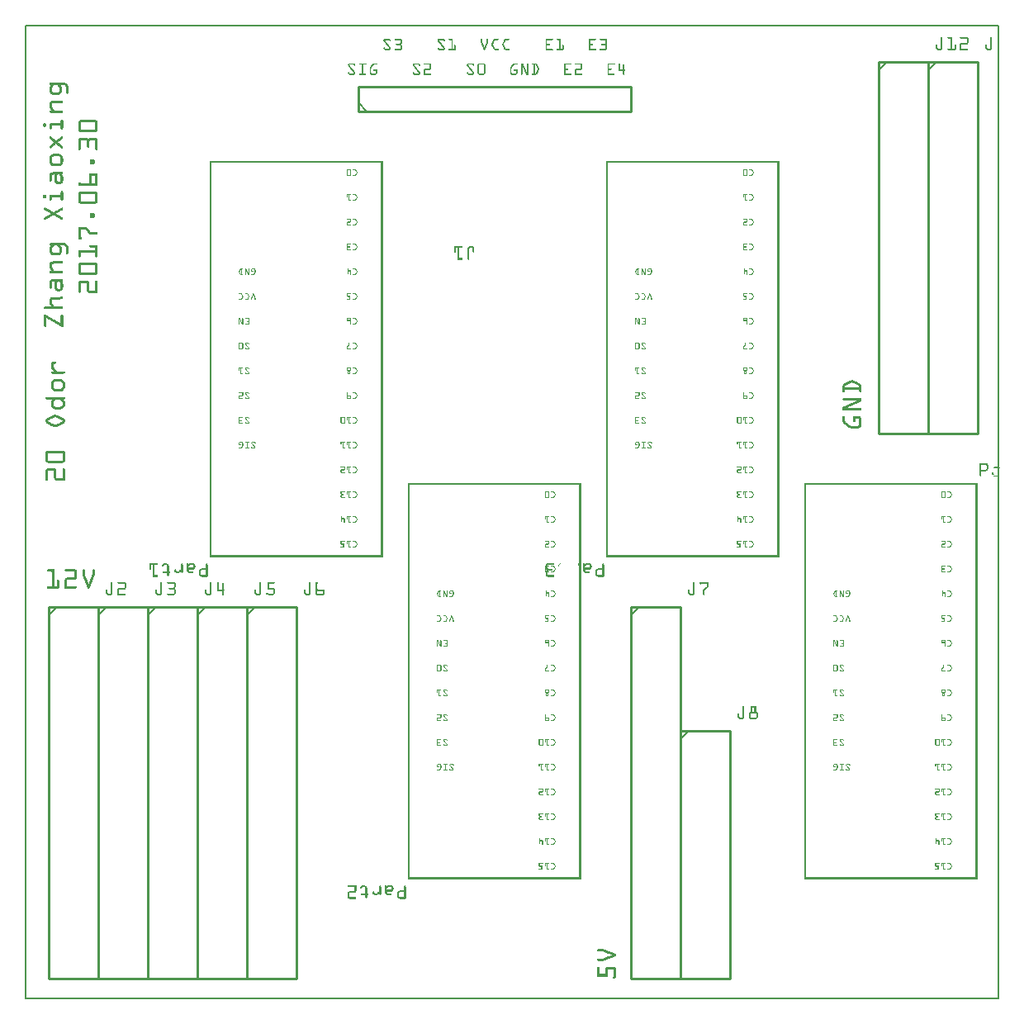
<source format=gto>
G04 MADE WITH FRITZING*
G04 WWW.FRITZING.ORG*
G04 DOUBLE SIDED*
G04 HOLES PLATED*
G04 CONTOUR ON CENTER OF CONTOUR VECTOR*
%ASAXBY*%
%FSLAX23Y23*%
%MOIN*%
%OFA0B0*%
%SFA1.0B1.0*%
%ADD10R,3.937010X3.937010X3.921010X3.921010*%
%ADD11C,0.008000*%
%ADD12C,0.010000*%
%ADD13C,0.005000*%
%ADD14R,0.001000X0.001000*%
%LNSILK1*%
G90*
G70*
G54D11*
X4Y3933D02*
X3933Y3933D01*
X3933Y4D01*
X4Y4D01*
X4Y3933D01*
D02*
G54D12*
X1348Y3586D02*
X2448Y3586D01*
D02*
X2448Y3586D02*
X2448Y3686D01*
D02*
X2448Y3686D02*
X1348Y3686D01*
D02*
X1348Y3686D02*
X1348Y3586D01*
G54D13*
D02*
X1383Y3586D02*
X1348Y3621D01*
G54D12*
D02*
X298Y1586D02*
X298Y86D01*
D02*
X298Y86D02*
X498Y86D01*
D02*
X498Y86D02*
X498Y1586D01*
D02*
X498Y1586D02*
X298Y1586D01*
G54D13*
D02*
X298Y1551D02*
X333Y1586D01*
G54D12*
D02*
X498Y1586D02*
X498Y86D01*
D02*
X498Y86D02*
X698Y86D01*
D02*
X698Y86D02*
X698Y1586D01*
D02*
X698Y1586D02*
X498Y1586D01*
G54D13*
D02*
X498Y1551D02*
X533Y1586D01*
G54D12*
D02*
X698Y1586D02*
X698Y86D01*
D02*
X698Y86D02*
X898Y86D01*
D02*
X898Y86D02*
X898Y1586D01*
D02*
X898Y1586D02*
X698Y1586D01*
G54D13*
D02*
X698Y1551D02*
X733Y1586D01*
G54D12*
D02*
X898Y1586D02*
X898Y86D01*
D02*
X898Y86D02*
X1098Y86D01*
D02*
X1098Y86D02*
X1098Y1586D01*
D02*
X1098Y1586D02*
X898Y1586D01*
G54D13*
D02*
X898Y1551D02*
X933Y1586D01*
G54D12*
D02*
X98Y1586D02*
X98Y86D01*
D02*
X98Y86D02*
X298Y86D01*
D02*
X298Y86D02*
X298Y1586D01*
D02*
X298Y1586D02*
X98Y1586D01*
G54D13*
D02*
X98Y1551D02*
X133Y1586D01*
G54D12*
D02*
X2648Y1086D02*
X2648Y86D01*
D02*
X2648Y86D02*
X2848Y86D01*
D02*
X2848Y86D02*
X2848Y1086D01*
D02*
X2848Y1086D02*
X2648Y1086D01*
G54D13*
D02*
X2648Y1051D02*
X2683Y1086D01*
G54D12*
D02*
X2448Y1586D02*
X2448Y86D01*
D02*
X2448Y86D02*
X2648Y86D01*
D02*
X2648Y86D02*
X2648Y1586D01*
D02*
X2648Y1586D02*
X2448Y1586D01*
G54D13*
D02*
X2448Y1551D02*
X2483Y1586D01*
G54D12*
D02*
X3448Y3786D02*
X3448Y2286D01*
D02*
X3448Y2286D02*
X3648Y2286D01*
D02*
X3648Y2286D02*
X3648Y3786D01*
D02*
X3648Y3786D02*
X3448Y3786D01*
G54D13*
D02*
X3448Y3751D02*
X3483Y3786D01*
G54D12*
D02*
X3648Y3786D02*
X3648Y2286D01*
D02*
X3648Y2286D02*
X3848Y2286D01*
D02*
X3848Y2286D02*
X3848Y3786D01*
D02*
X3848Y3786D02*
X3648Y3786D01*
G54D13*
D02*
X3648Y3751D02*
X3683Y3786D01*
G54D14*
X3702Y3886D02*
X3704Y3886D01*
X3728Y3886D02*
X3746Y3886D01*
X3778Y3886D02*
X3805Y3886D01*
X3902Y3886D02*
X3904Y3886D01*
X3701Y3885D02*
X3705Y3885D01*
X3727Y3885D02*
X3746Y3885D01*
X3777Y3885D02*
X3807Y3885D01*
X3901Y3885D02*
X3905Y3885D01*
X3701Y3884D02*
X3706Y3884D01*
X3726Y3884D02*
X3746Y3884D01*
X3776Y3884D02*
X3808Y3884D01*
X3901Y3884D02*
X3906Y3884D01*
X3700Y3883D02*
X3706Y3883D01*
X3726Y3883D02*
X3746Y3883D01*
X3776Y3883D02*
X3809Y3883D01*
X3900Y3883D02*
X3906Y3883D01*
X3700Y3882D02*
X3706Y3882D01*
X3726Y3882D02*
X3746Y3882D01*
X3776Y3882D02*
X3809Y3882D01*
X3900Y3882D02*
X3906Y3882D01*
X3700Y3881D02*
X3706Y3881D01*
X3727Y3881D02*
X3746Y3881D01*
X3777Y3881D02*
X3810Y3881D01*
X3900Y3881D02*
X3906Y3881D01*
X3700Y3880D02*
X3706Y3880D01*
X3728Y3880D02*
X3746Y3880D01*
X3778Y3880D02*
X3810Y3880D01*
X3900Y3880D02*
X3906Y3880D01*
X1456Y3879D02*
X1472Y3879D01*
X1496Y3879D02*
X1518Y3879D01*
X1674Y3879D02*
X1690Y3879D01*
X1714Y3879D02*
X1729Y3879D01*
X1845Y3879D02*
X1845Y3879D01*
X1869Y3879D02*
X1869Y3879D01*
X1901Y3879D02*
X1913Y3879D01*
X1945Y3879D02*
X1956Y3879D01*
X2105Y3879D02*
X2131Y3879D01*
X2150Y3879D02*
X2165Y3879D01*
X2279Y3879D02*
X2305Y3879D01*
X2325Y3879D02*
X2346Y3879D01*
X3700Y3879D02*
X3706Y3879D01*
X3740Y3879D02*
X3746Y3879D01*
X3804Y3879D02*
X3810Y3879D01*
X3900Y3879D02*
X3906Y3879D01*
X1453Y3878D02*
X1475Y3878D01*
X1494Y3878D02*
X1520Y3878D01*
X1671Y3878D02*
X1693Y3878D01*
X1713Y3878D02*
X1729Y3878D01*
X1843Y3878D02*
X1847Y3878D01*
X1867Y3878D02*
X1871Y3878D01*
X1898Y3878D02*
X1915Y3878D01*
X1941Y3878D02*
X1958Y3878D01*
X2104Y3878D02*
X2133Y3878D01*
X2149Y3878D02*
X2165Y3878D01*
X2279Y3878D02*
X2307Y3878D01*
X2323Y3878D02*
X2349Y3878D01*
X3700Y3878D02*
X3706Y3878D01*
X3740Y3878D02*
X3746Y3878D01*
X3804Y3878D02*
X3810Y3878D01*
X3900Y3878D02*
X3906Y3878D01*
X1452Y3877D02*
X1476Y3877D01*
X1494Y3877D02*
X1521Y3877D01*
X1670Y3877D02*
X1694Y3877D01*
X1712Y3877D02*
X1729Y3877D01*
X1843Y3877D02*
X1847Y3877D01*
X1867Y3877D02*
X1872Y3877D01*
X1896Y3877D02*
X1915Y3877D01*
X1940Y3877D02*
X1959Y3877D01*
X2104Y3877D02*
X2133Y3877D01*
X2148Y3877D02*
X2165Y3877D01*
X2279Y3877D02*
X2308Y3877D01*
X2322Y3877D02*
X2350Y3877D01*
X3700Y3877D02*
X3706Y3877D01*
X3740Y3877D02*
X3746Y3877D01*
X3804Y3877D02*
X3810Y3877D01*
X3900Y3877D02*
X3906Y3877D01*
X1451Y3876D02*
X1477Y3876D01*
X1494Y3876D02*
X1522Y3876D01*
X1669Y3876D02*
X1695Y3876D01*
X1712Y3876D02*
X1729Y3876D01*
X1843Y3876D02*
X1848Y3876D01*
X1867Y3876D02*
X1872Y3876D01*
X1895Y3876D02*
X1915Y3876D01*
X1939Y3876D02*
X1959Y3876D01*
X2104Y3876D02*
X2133Y3876D01*
X2148Y3876D02*
X2165Y3876D01*
X2279Y3876D02*
X2308Y3876D01*
X2322Y3876D02*
X2350Y3876D01*
X3700Y3876D02*
X3706Y3876D01*
X3740Y3876D02*
X3746Y3876D01*
X3804Y3876D02*
X3810Y3876D01*
X3900Y3876D02*
X3906Y3876D01*
X1451Y3875D02*
X1478Y3875D01*
X1494Y3875D02*
X1522Y3875D01*
X1669Y3875D02*
X1696Y3875D01*
X1712Y3875D02*
X1729Y3875D01*
X1843Y3875D02*
X1848Y3875D01*
X1867Y3875D02*
X1872Y3875D01*
X1894Y3875D02*
X1915Y3875D01*
X1938Y3875D02*
X1959Y3875D01*
X2104Y3875D02*
X2133Y3875D01*
X2148Y3875D02*
X2165Y3875D01*
X2279Y3875D02*
X2308Y3875D01*
X2323Y3875D02*
X2351Y3875D01*
X3700Y3875D02*
X3706Y3875D01*
X3740Y3875D02*
X3746Y3875D01*
X3804Y3875D02*
X3810Y3875D01*
X3900Y3875D02*
X3906Y3875D01*
X1450Y3874D02*
X1479Y3874D01*
X1495Y3874D02*
X1523Y3874D01*
X1668Y3874D02*
X1697Y3874D01*
X1713Y3874D02*
X1729Y3874D01*
X1843Y3874D02*
X1848Y3874D01*
X1867Y3874D02*
X1872Y3874D01*
X1894Y3874D02*
X1914Y3874D01*
X1937Y3874D02*
X1958Y3874D01*
X2104Y3874D02*
X2133Y3874D01*
X2149Y3874D02*
X2165Y3874D01*
X2279Y3874D02*
X2307Y3874D01*
X2323Y3874D02*
X2351Y3874D01*
X3700Y3874D02*
X3706Y3874D01*
X3740Y3874D02*
X3746Y3874D01*
X3804Y3874D02*
X3810Y3874D01*
X3900Y3874D02*
X3906Y3874D01*
X1450Y3873D02*
X1479Y3873D01*
X1497Y3873D02*
X1523Y3873D01*
X1668Y3873D02*
X1697Y3873D01*
X1715Y3873D02*
X1729Y3873D01*
X1843Y3873D02*
X1848Y3873D01*
X1867Y3873D02*
X1872Y3873D01*
X1893Y3873D02*
X1912Y3873D01*
X1937Y3873D02*
X1956Y3873D01*
X2104Y3873D02*
X2130Y3873D01*
X2151Y3873D02*
X2165Y3873D01*
X2279Y3873D02*
X2305Y3873D01*
X2325Y3873D02*
X2351Y3873D01*
X3700Y3873D02*
X3706Y3873D01*
X3740Y3873D02*
X3746Y3873D01*
X3804Y3873D02*
X3810Y3873D01*
X3900Y3873D02*
X3906Y3873D01*
X1450Y3872D02*
X1455Y3872D01*
X1474Y3872D02*
X1479Y3872D01*
X1518Y3872D02*
X1523Y3872D01*
X1668Y3872D02*
X1673Y3872D01*
X1692Y3872D02*
X1697Y3872D01*
X1724Y3872D02*
X1729Y3872D01*
X1843Y3872D02*
X1848Y3872D01*
X1867Y3872D02*
X1872Y3872D01*
X1893Y3872D02*
X1899Y3872D01*
X1936Y3872D02*
X1943Y3872D01*
X2104Y3872D02*
X2109Y3872D01*
X2160Y3872D02*
X2165Y3872D01*
X2279Y3872D02*
X2284Y3872D01*
X2346Y3872D02*
X2351Y3872D01*
X3700Y3872D02*
X3706Y3872D01*
X3740Y3872D02*
X3746Y3872D01*
X3804Y3872D02*
X3810Y3872D01*
X3900Y3872D02*
X3906Y3872D01*
X1450Y3871D02*
X1456Y3871D01*
X1474Y3871D02*
X1479Y3871D01*
X1518Y3871D02*
X1523Y3871D01*
X1668Y3871D02*
X1674Y3871D01*
X1692Y3871D02*
X1697Y3871D01*
X1724Y3871D02*
X1729Y3871D01*
X1843Y3871D02*
X1848Y3871D01*
X1867Y3871D02*
X1872Y3871D01*
X1892Y3871D02*
X1898Y3871D01*
X1936Y3871D02*
X1942Y3871D01*
X2104Y3871D02*
X2109Y3871D01*
X2160Y3871D02*
X2165Y3871D01*
X2279Y3871D02*
X2284Y3871D01*
X2346Y3871D02*
X2351Y3871D01*
X3700Y3871D02*
X3706Y3871D01*
X3740Y3871D02*
X3746Y3871D01*
X3804Y3871D02*
X3810Y3871D01*
X3900Y3871D02*
X3906Y3871D01*
X1450Y3870D02*
X1457Y3870D01*
X1474Y3870D02*
X1479Y3870D01*
X1518Y3870D02*
X1523Y3870D01*
X1668Y3870D02*
X1675Y3870D01*
X1692Y3870D02*
X1697Y3870D01*
X1724Y3870D02*
X1729Y3870D01*
X1843Y3870D02*
X1848Y3870D01*
X1867Y3870D02*
X1872Y3870D01*
X1892Y3870D02*
X1898Y3870D01*
X1935Y3870D02*
X1941Y3870D01*
X2104Y3870D02*
X2109Y3870D01*
X2160Y3870D02*
X2165Y3870D01*
X2279Y3870D02*
X2284Y3870D01*
X2346Y3870D02*
X2351Y3870D01*
X3700Y3870D02*
X3706Y3870D01*
X3740Y3870D02*
X3746Y3870D01*
X3804Y3870D02*
X3810Y3870D01*
X3900Y3870D02*
X3906Y3870D01*
X1451Y3869D02*
X1457Y3869D01*
X1475Y3869D02*
X1478Y3869D01*
X1518Y3869D02*
X1523Y3869D01*
X1669Y3869D02*
X1676Y3869D01*
X1693Y3869D02*
X1697Y3869D01*
X1724Y3869D02*
X1729Y3869D01*
X1843Y3869D02*
X1848Y3869D01*
X1867Y3869D02*
X1872Y3869D01*
X1891Y3869D02*
X1897Y3869D01*
X1935Y3869D02*
X1941Y3869D01*
X2104Y3869D02*
X2109Y3869D01*
X2160Y3869D02*
X2165Y3869D01*
X2279Y3869D02*
X2284Y3869D01*
X2346Y3869D02*
X2351Y3869D01*
X3700Y3869D02*
X3706Y3869D01*
X3740Y3869D02*
X3746Y3869D01*
X3804Y3869D02*
X3810Y3869D01*
X3900Y3869D02*
X3906Y3869D01*
X1451Y3868D02*
X1458Y3868D01*
X1476Y3868D02*
X1477Y3868D01*
X1518Y3868D02*
X1523Y3868D01*
X1670Y3868D02*
X1676Y3868D01*
X1694Y3868D02*
X1695Y3868D01*
X1724Y3868D02*
X1729Y3868D01*
X1843Y3868D02*
X1848Y3868D01*
X1867Y3868D02*
X1872Y3868D01*
X1891Y3868D02*
X1897Y3868D01*
X1934Y3868D02*
X1940Y3868D01*
X2104Y3868D02*
X2109Y3868D01*
X2160Y3868D02*
X2165Y3868D01*
X2279Y3868D02*
X2284Y3868D01*
X2346Y3868D02*
X2351Y3868D01*
X3700Y3868D02*
X3706Y3868D01*
X3740Y3868D02*
X3746Y3868D01*
X3804Y3868D02*
X3810Y3868D01*
X3900Y3868D02*
X3906Y3868D01*
X1452Y3867D02*
X1459Y3867D01*
X1518Y3867D02*
X1523Y3867D01*
X1670Y3867D02*
X1677Y3867D01*
X1724Y3867D02*
X1729Y3867D01*
X1843Y3867D02*
X1848Y3867D01*
X1867Y3867D02*
X1872Y3867D01*
X1890Y3867D02*
X1896Y3867D01*
X1934Y3867D02*
X1940Y3867D01*
X2104Y3867D02*
X2109Y3867D01*
X2160Y3867D02*
X2165Y3867D01*
X2279Y3867D02*
X2284Y3867D01*
X2346Y3867D02*
X2351Y3867D01*
X3700Y3867D02*
X3706Y3867D01*
X3740Y3867D02*
X3746Y3867D01*
X3804Y3867D02*
X3810Y3867D01*
X3900Y3867D02*
X3906Y3867D01*
X1453Y3866D02*
X1460Y3866D01*
X1518Y3866D02*
X1523Y3866D01*
X1671Y3866D02*
X1678Y3866D01*
X1724Y3866D02*
X1729Y3866D01*
X1843Y3866D02*
X1848Y3866D01*
X1866Y3866D02*
X1872Y3866D01*
X1890Y3866D02*
X1896Y3866D01*
X1933Y3866D02*
X1939Y3866D01*
X2104Y3866D02*
X2109Y3866D01*
X2160Y3866D02*
X2165Y3866D01*
X2279Y3866D02*
X2284Y3866D01*
X2346Y3866D02*
X2351Y3866D01*
X3700Y3866D02*
X3706Y3866D01*
X3740Y3866D02*
X3746Y3866D01*
X3804Y3866D02*
X3810Y3866D01*
X3900Y3866D02*
X3906Y3866D01*
X1454Y3865D02*
X1461Y3865D01*
X1518Y3865D02*
X1523Y3865D01*
X1672Y3865D02*
X1679Y3865D01*
X1724Y3865D02*
X1729Y3865D01*
X1843Y3865D02*
X1848Y3865D01*
X1866Y3865D02*
X1872Y3865D01*
X1889Y3865D02*
X1895Y3865D01*
X1933Y3865D02*
X1939Y3865D01*
X2104Y3865D02*
X2109Y3865D01*
X2160Y3865D02*
X2165Y3865D01*
X2279Y3865D02*
X2284Y3865D01*
X2346Y3865D02*
X2351Y3865D01*
X3700Y3865D02*
X3706Y3865D01*
X3740Y3865D02*
X3746Y3865D01*
X3804Y3865D02*
X3810Y3865D01*
X3900Y3865D02*
X3906Y3865D01*
X1455Y3864D02*
X1461Y3864D01*
X1518Y3864D02*
X1523Y3864D01*
X1673Y3864D02*
X1679Y3864D01*
X1724Y3864D02*
X1729Y3864D01*
X1843Y3864D02*
X1849Y3864D01*
X1866Y3864D02*
X1871Y3864D01*
X1889Y3864D02*
X1895Y3864D01*
X1932Y3864D02*
X1938Y3864D01*
X2104Y3864D02*
X2109Y3864D01*
X2160Y3864D02*
X2165Y3864D01*
X2279Y3864D02*
X2284Y3864D01*
X2346Y3864D02*
X2351Y3864D01*
X3700Y3864D02*
X3706Y3864D01*
X3740Y3864D02*
X3746Y3864D01*
X3804Y3864D02*
X3810Y3864D01*
X3900Y3864D02*
X3906Y3864D01*
X1455Y3863D02*
X1462Y3863D01*
X1518Y3863D02*
X1523Y3863D01*
X1673Y3863D02*
X1680Y3863D01*
X1724Y3863D02*
X1729Y3863D01*
X1843Y3863D02*
X1849Y3863D01*
X1865Y3863D02*
X1871Y3863D01*
X1888Y3863D02*
X1894Y3863D01*
X1932Y3863D02*
X1938Y3863D01*
X2104Y3863D02*
X2109Y3863D01*
X2160Y3863D02*
X2165Y3863D01*
X2279Y3863D02*
X2284Y3863D01*
X2346Y3863D02*
X2351Y3863D01*
X3700Y3863D02*
X3706Y3863D01*
X3740Y3863D02*
X3746Y3863D01*
X3804Y3863D02*
X3810Y3863D01*
X3900Y3863D02*
X3906Y3863D01*
X1456Y3862D02*
X1463Y3862D01*
X1518Y3862D02*
X1523Y3862D01*
X1674Y3862D02*
X1681Y3862D01*
X1724Y3862D02*
X1729Y3862D01*
X1844Y3862D02*
X1849Y3862D01*
X1865Y3862D02*
X1871Y3862D01*
X1888Y3862D02*
X1894Y3862D01*
X1931Y3862D02*
X1937Y3862D01*
X2104Y3862D02*
X2109Y3862D01*
X2160Y3862D02*
X2165Y3862D01*
X2279Y3862D02*
X2284Y3862D01*
X2346Y3862D02*
X2351Y3862D01*
X3700Y3862D02*
X3706Y3862D01*
X3740Y3862D02*
X3746Y3862D01*
X3780Y3862D02*
X3810Y3862D01*
X3900Y3862D02*
X3906Y3862D01*
X1457Y3861D02*
X1464Y3861D01*
X1518Y3861D02*
X1523Y3861D01*
X1675Y3861D02*
X1682Y3861D01*
X1724Y3861D02*
X1729Y3861D01*
X1844Y3861D02*
X1850Y3861D01*
X1865Y3861D02*
X1870Y3861D01*
X1887Y3861D02*
X1893Y3861D01*
X1931Y3861D02*
X1937Y3861D01*
X2104Y3861D02*
X2109Y3861D01*
X2160Y3861D02*
X2165Y3861D01*
X2279Y3861D02*
X2284Y3861D01*
X2346Y3861D02*
X2351Y3861D01*
X3700Y3861D02*
X3706Y3861D01*
X3740Y3861D02*
X3746Y3861D01*
X3779Y3861D02*
X3810Y3861D01*
X3900Y3861D02*
X3906Y3861D01*
X1458Y3860D02*
X1464Y3860D01*
X1517Y3860D02*
X1523Y3860D01*
X1676Y3860D02*
X1683Y3860D01*
X1724Y3860D02*
X1729Y3860D01*
X1845Y3860D02*
X1850Y3860D01*
X1864Y3860D02*
X1870Y3860D01*
X1887Y3860D02*
X1893Y3860D01*
X1931Y3860D02*
X1936Y3860D01*
X2104Y3860D02*
X2109Y3860D01*
X2160Y3860D02*
X2165Y3860D01*
X2279Y3860D02*
X2284Y3860D01*
X2346Y3860D02*
X2351Y3860D01*
X3700Y3860D02*
X3706Y3860D01*
X3740Y3860D02*
X3746Y3860D01*
X3778Y3860D02*
X3809Y3860D01*
X3900Y3860D02*
X3906Y3860D01*
X1458Y3859D02*
X1465Y3859D01*
X1516Y3859D02*
X1522Y3859D01*
X1676Y3859D02*
X1683Y3859D01*
X1724Y3859D02*
X1729Y3859D01*
X1845Y3859D02*
X1851Y3859D01*
X1864Y3859D02*
X1869Y3859D01*
X1887Y3859D02*
X1892Y3859D01*
X1930Y3859D02*
X1936Y3859D01*
X2104Y3859D02*
X2109Y3859D01*
X2160Y3859D02*
X2165Y3859D01*
X2279Y3859D02*
X2284Y3859D01*
X2345Y3859D02*
X2351Y3859D01*
X3700Y3859D02*
X3706Y3859D01*
X3740Y3859D02*
X3746Y3859D01*
X3777Y3859D02*
X3809Y3859D01*
X3900Y3859D02*
X3906Y3859D01*
X1459Y3858D02*
X1466Y3858D01*
X1501Y3858D02*
X1522Y3858D01*
X1677Y3858D02*
X1684Y3858D01*
X1724Y3858D02*
X1729Y3858D01*
X1845Y3858D02*
X1851Y3858D01*
X1863Y3858D02*
X1869Y3858D01*
X1886Y3858D02*
X1892Y3858D01*
X1930Y3858D02*
X1935Y3858D01*
X2104Y3858D02*
X2120Y3858D01*
X2160Y3858D02*
X2165Y3858D01*
X2279Y3858D02*
X2294Y3858D01*
X2330Y3858D02*
X2351Y3858D01*
X3700Y3858D02*
X3706Y3858D01*
X3740Y3858D02*
X3746Y3858D01*
X3777Y3858D02*
X3808Y3858D01*
X3900Y3858D02*
X3906Y3858D01*
X1460Y3857D02*
X1467Y3857D01*
X1500Y3857D02*
X1522Y3857D01*
X1678Y3857D02*
X1685Y3857D01*
X1724Y3857D02*
X1729Y3857D01*
X1846Y3857D02*
X1851Y3857D01*
X1863Y3857D02*
X1869Y3857D01*
X1886Y3857D02*
X1891Y3857D01*
X1930Y3857D02*
X1935Y3857D01*
X2104Y3857D02*
X2121Y3857D01*
X2160Y3857D02*
X2165Y3857D01*
X2279Y3857D02*
X2295Y3857D01*
X2329Y3857D02*
X2350Y3857D01*
X3700Y3857D02*
X3706Y3857D01*
X3740Y3857D02*
X3746Y3857D01*
X3776Y3857D02*
X3807Y3857D01*
X3900Y3857D02*
X3906Y3857D01*
X1461Y3856D02*
X1468Y3856D01*
X1500Y3856D02*
X1521Y3856D01*
X1679Y3856D02*
X1686Y3856D01*
X1724Y3856D02*
X1729Y3856D01*
X1846Y3856D02*
X1852Y3856D01*
X1863Y3856D02*
X1868Y3856D01*
X1886Y3856D02*
X1891Y3856D01*
X1930Y3856D02*
X1935Y3856D01*
X2104Y3856D02*
X2121Y3856D01*
X2160Y3856D02*
X2165Y3856D01*
X2279Y3856D02*
X2296Y3856D01*
X2328Y3856D02*
X2349Y3856D01*
X3681Y3856D02*
X3684Y3856D01*
X3700Y3856D02*
X3706Y3856D01*
X3740Y3856D02*
X3746Y3856D01*
X3755Y3856D02*
X3759Y3856D01*
X3776Y3856D02*
X3804Y3856D01*
X3881Y3856D02*
X3884Y3856D01*
X3900Y3856D02*
X3906Y3856D01*
X1462Y3855D02*
X1468Y3855D01*
X1500Y3855D02*
X1521Y3855D01*
X1680Y3855D02*
X1686Y3855D01*
X1724Y3855D02*
X1729Y3855D01*
X1846Y3855D02*
X1852Y3855D01*
X1862Y3855D02*
X1868Y3855D01*
X1886Y3855D02*
X1891Y3855D01*
X1930Y3855D02*
X1935Y3855D01*
X2104Y3855D02*
X2121Y3855D01*
X2160Y3855D02*
X2165Y3855D01*
X2279Y3855D02*
X2296Y3855D01*
X2328Y3855D02*
X2349Y3855D01*
X3680Y3855D02*
X3685Y3855D01*
X3700Y3855D02*
X3706Y3855D01*
X3740Y3855D02*
X3746Y3855D01*
X3754Y3855D02*
X3759Y3855D01*
X3776Y3855D02*
X3782Y3855D01*
X3880Y3855D02*
X3885Y3855D01*
X3900Y3855D02*
X3906Y3855D01*
X1462Y3854D02*
X1469Y3854D01*
X1500Y3854D02*
X1522Y3854D01*
X1680Y3854D02*
X1687Y3854D01*
X1724Y3854D02*
X1729Y3854D01*
X1847Y3854D02*
X1853Y3854D01*
X1862Y3854D02*
X1867Y3854D01*
X1886Y3854D02*
X1891Y3854D01*
X1930Y3854D02*
X1935Y3854D01*
X2104Y3854D02*
X2121Y3854D01*
X2160Y3854D02*
X2165Y3854D01*
X2279Y3854D02*
X2295Y3854D01*
X2329Y3854D02*
X2350Y3854D01*
X3680Y3854D02*
X3685Y3854D01*
X3700Y3854D02*
X3706Y3854D01*
X3740Y3854D02*
X3746Y3854D01*
X3754Y3854D02*
X3760Y3854D01*
X3776Y3854D02*
X3782Y3854D01*
X3880Y3854D02*
X3885Y3854D01*
X3900Y3854D02*
X3906Y3854D01*
X1463Y3853D02*
X1470Y3853D01*
X1501Y3853D02*
X1522Y3853D01*
X1681Y3853D02*
X1688Y3853D01*
X1724Y3853D02*
X1729Y3853D01*
X1737Y3853D02*
X1739Y3853D01*
X1847Y3853D02*
X1853Y3853D01*
X1861Y3853D02*
X1867Y3853D01*
X1886Y3853D02*
X1892Y3853D01*
X1930Y3853D02*
X1935Y3853D01*
X2104Y3853D02*
X2120Y3853D01*
X2160Y3853D02*
X2165Y3853D01*
X2173Y3853D02*
X2175Y3853D01*
X2279Y3853D02*
X2294Y3853D01*
X2330Y3853D02*
X2351Y3853D01*
X3680Y3853D02*
X3686Y3853D01*
X3700Y3853D02*
X3706Y3853D01*
X3740Y3853D02*
X3746Y3853D01*
X3754Y3853D02*
X3760Y3853D01*
X3776Y3853D02*
X3782Y3853D01*
X3880Y3853D02*
X3886Y3853D01*
X3900Y3853D02*
X3906Y3853D01*
X1464Y3852D02*
X1471Y3852D01*
X1516Y3852D02*
X1522Y3852D01*
X1682Y3852D02*
X1689Y3852D01*
X1724Y3852D02*
X1729Y3852D01*
X1736Y3852D02*
X1740Y3852D01*
X1848Y3852D02*
X1853Y3852D01*
X1861Y3852D02*
X1867Y3852D01*
X1887Y3852D02*
X1892Y3852D01*
X1930Y3852D02*
X1936Y3852D01*
X2104Y3852D02*
X2109Y3852D01*
X2160Y3852D02*
X2165Y3852D01*
X2172Y3852D02*
X2176Y3852D01*
X2279Y3852D02*
X2284Y3852D01*
X2345Y3852D02*
X2351Y3852D01*
X3680Y3852D02*
X3686Y3852D01*
X3700Y3852D02*
X3706Y3852D01*
X3740Y3852D02*
X3746Y3852D01*
X3754Y3852D02*
X3760Y3852D01*
X3776Y3852D02*
X3782Y3852D01*
X3880Y3852D02*
X3886Y3852D01*
X3900Y3852D02*
X3906Y3852D01*
X1465Y3851D02*
X1471Y3851D01*
X1517Y3851D02*
X1523Y3851D01*
X1683Y3851D02*
X1690Y3851D01*
X1724Y3851D02*
X1729Y3851D01*
X1736Y3851D02*
X1741Y3851D01*
X1848Y3851D02*
X1854Y3851D01*
X1861Y3851D02*
X1866Y3851D01*
X1887Y3851D02*
X1893Y3851D01*
X1931Y3851D02*
X1936Y3851D01*
X2104Y3851D02*
X2109Y3851D01*
X2160Y3851D02*
X2165Y3851D01*
X2172Y3851D02*
X2177Y3851D01*
X2279Y3851D02*
X2284Y3851D01*
X2346Y3851D02*
X2351Y3851D01*
X3680Y3851D02*
X3686Y3851D01*
X3700Y3851D02*
X3706Y3851D01*
X3740Y3851D02*
X3746Y3851D01*
X3754Y3851D02*
X3760Y3851D01*
X3776Y3851D02*
X3782Y3851D01*
X3880Y3851D02*
X3886Y3851D01*
X3900Y3851D02*
X3906Y3851D01*
X1465Y3850D02*
X1472Y3850D01*
X1518Y3850D02*
X1523Y3850D01*
X1683Y3850D02*
X1690Y3850D01*
X1724Y3850D02*
X1729Y3850D01*
X1736Y3850D02*
X1741Y3850D01*
X1848Y3850D02*
X1854Y3850D01*
X1860Y3850D02*
X1866Y3850D01*
X1887Y3850D02*
X1893Y3850D01*
X1931Y3850D02*
X1937Y3850D01*
X2104Y3850D02*
X2109Y3850D01*
X2160Y3850D02*
X2165Y3850D01*
X2172Y3850D02*
X2177Y3850D01*
X2279Y3850D02*
X2284Y3850D01*
X2346Y3850D02*
X2351Y3850D01*
X3680Y3850D02*
X3686Y3850D01*
X3700Y3850D02*
X3706Y3850D01*
X3740Y3850D02*
X3746Y3850D01*
X3754Y3850D02*
X3760Y3850D01*
X3776Y3850D02*
X3782Y3850D01*
X3880Y3850D02*
X3886Y3850D01*
X3900Y3850D02*
X3906Y3850D01*
X1466Y3849D02*
X1473Y3849D01*
X1518Y3849D02*
X1523Y3849D01*
X1684Y3849D02*
X1691Y3849D01*
X1724Y3849D02*
X1729Y3849D01*
X1736Y3849D02*
X1741Y3849D01*
X1849Y3849D02*
X1854Y3849D01*
X1860Y3849D02*
X1865Y3849D01*
X1888Y3849D02*
X1894Y3849D01*
X1931Y3849D02*
X1937Y3849D01*
X2104Y3849D02*
X2109Y3849D01*
X2160Y3849D02*
X2165Y3849D01*
X2172Y3849D02*
X2177Y3849D01*
X2279Y3849D02*
X2284Y3849D01*
X2346Y3849D02*
X2351Y3849D01*
X3680Y3849D02*
X3686Y3849D01*
X3700Y3849D02*
X3706Y3849D01*
X3740Y3849D02*
X3746Y3849D01*
X3754Y3849D02*
X3760Y3849D01*
X3776Y3849D02*
X3782Y3849D01*
X3880Y3849D02*
X3886Y3849D01*
X3900Y3849D02*
X3906Y3849D01*
X1467Y3848D02*
X1474Y3848D01*
X1518Y3848D02*
X1523Y3848D01*
X1685Y3848D02*
X1692Y3848D01*
X1724Y3848D02*
X1729Y3848D01*
X1736Y3848D02*
X1741Y3848D01*
X1849Y3848D02*
X1855Y3848D01*
X1859Y3848D02*
X1865Y3848D01*
X1888Y3848D02*
X1894Y3848D01*
X1932Y3848D02*
X1938Y3848D01*
X2104Y3848D02*
X2109Y3848D01*
X2160Y3848D02*
X2165Y3848D01*
X2172Y3848D02*
X2177Y3848D01*
X2279Y3848D02*
X2284Y3848D01*
X2346Y3848D02*
X2351Y3848D01*
X3680Y3848D02*
X3686Y3848D01*
X3700Y3848D02*
X3706Y3848D01*
X3740Y3848D02*
X3746Y3848D01*
X3754Y3848D02*
X3760Y3848D01*
X3776Y3848D02*
X3782Y3848D01*
X3880Y3848D02*
X3886Y3848D01*
X3900Y3848D02*
X3906Y3848D01*
X1468Y3847D02*
X1475Y3847D01*
X1518Y3847D02*
X1523Y3847D01*
X1686Y3847D02*
X1693Y3847D01*
X1724Y3847D02*
X1729Y3847D01*
X1736Y3847D02*
X1741Y3847D01*
X1850Y3847D02*
X1855Y3847D01*
X1859Y3847D02*
X1865Y3847D01*
X1889Y3847D02*
X1895Y3847D01*
X1932Y3847D02*
X1938Y3847D01*
X2104Y3847D02*
X2109Y3847D01*
X2160Y3847D02*
X2165Y3847D01*
X2172Y3847D02*
X2177Y3847D01*
X2279Y3847D02*
X2284Y3847D01*
X2346Y3847D02*
X2351Y3847D01*
X3680Y3847D02*
X3686Y3847D01*
X3700Y3847D02*
X3706Y3847D01*
X3740Y3847D02*
X3746Y3847D01*
X3754Y3847D02*
X3760Y3847D01*
X3776Y3847D02*
X3782Y3847D01*
X3880Y3847D02*
X3886Y3847D01*
X3900Y3847D02*
X3906Y3847D01*
X1468Y3846D02*
X1475Y3846D01*
X1518Y3846D02*
X1523Y3846D01*
X1687Y3846D02*
X1693Y3846D01*
X1724Y3846D02*
X1729Y3846D01*
X1736Y3846D02*
X1741Y3846D01*
X1850Y3846D02*
X1856Y3846D01*
X1859Y3846D02*
X1864Y3846D01*
X1889Y3846D02*
X1895Y3846D01*
X1933Y3846D02*
X1939Y3846D01*
X2104Y3846D02*
X2109Y3846D01*
X2160Y3846D02*
X2165Y3846D01*
X2172Y3846D02*
X2177Y3846D01*
X2279Y3846D02*
X2284Y3846D01*
X2346Y3846D02*
X2351Y3846D01*
X3680Y3846D02*
X3686Y3846D01*
X3700Y3846D02*
X3706Y3846D01*
X3740Y3846D02*
X3746Y3846D01*
X3754Y3846D02*
X3760Y3846D01*
X3776Y3846D02*
X3782Y3846D01*
X3880Y3846D02*
X3886Y3846D01*
X3900Y3846D02*
X3906Y3846D01*
X1469Y3845D02*
X1476Y3845D01*
X1518Y3845D02*
X1523Y3845D01*
X1687Y3845D02*
X1694Y3845D01*
X1724Y3845D02*
X1729Y3845D01*
X1736Y3845D02*
X1741Y3845D01*
X1850Y3845D02*
X1856Y3845D01*
X1858Y3845D02*
X1864Y3845D01*
X1890Y3845D02*
X1896Y3845D01*
X1933Y3845D02*
X1939Y3845D01*
X2104Y3845D02*
X2109Y3845D01*
X2160Y3845D02*
X2165Y3845D01*
X2172Y3845D02*
X2177Y3845D01*
X2279Y3845D02*
X2284Y3845D01*
X2346Y3845D02*
X2351Y3845D01*
X3680Y3845D02*
X3686Y3845D01*
X3700Y3845D02*
X3706Y3845D01*
X3740Y3845D02*
X3746Y3845D01*
X3754Y3845D02*
X3760Y3845D01*
X3776Y3845D02*
X3782Y3845D01*
X3880Y3845D02*
X3886Y3845D01*
X3900Y3845D02*
X3906Y3845D01*
X1470Y3844D02*
X1477Y3844D01*
X1518Y3844D02*
X1523Y3844D01*
X1688Y3844D02*
X1695Y3844D01*
X1724Y3844D02*
X1729Y3844D01*
X1736Y3844D02*
X1741Y3844D01*
X1851Y3844D02*
X1863Y3844D01*
X1890Y3844D02*
X1896Y3844D01*
X1934Y3844D02*
X1940Y3844D01*
X2104Y3844D02*
X2109Y3844D01*
X2160Y3844D02*
X2165Y3844D01*
X2172Y3844D02*
X2177Y3844D01*
X2279Y3844D02*
X2284Y3844D01*
X2346Y3844D02*
X2351Y3844D01*
X3680Y3844D02*
X3686Y3844D01*
X3700Y3844D02*
X3706Y3844D01*
X3740Y3844D02*
X3746Y3844D01*
X3754Y3844D02*
X3760Y3844D01*
X3776Y3844D02*
X3782Y3844D01*
X3880Y3844D02*
X3886Y3844D01*
X3900Y3844D02*
X3906Y3844D01*
X1453Y3843D02*
X1453Y3843D01*
X1471Y3843D02*
X1478Y3843D01*
X1518Y3843D02*
X1523Y3843D01*
X1671Y3843D02*
X1671Y3843D01*
X1689Y3843D02*
X1696Y3843D01*
X1724Y3843D02*
X1729Y3843D01*
X1736Y3843D02*
X1741Y3843D01*
X1851Y3843D02*
X1863Y3843D01*
X1891Y3843D02*
X1897Y3843D01*
X1934Y3843D02*
X1940Y3843D01*
X2104Y3843D02*
X2109Y3843D01*
X2160Y3843D02*
X2165Y3843D01*
X2172Y3843D02*
X2177Y3843D01*
X2279Y3843D02*
X2284Y3843D01*
X2346Y3843D02*
X2351Y3843D01*
X3680Y3843D02*
X3686Y3843D01*
X3700Y3843D02*
X3706Y3843D01*
X3740Y3843D02*
X3746Y3843D01*
X3754Y3843D02*
X3760Y3843D01*
X3776Y3843D02*
X3782Y3843D01*
X3880Y3843D02*
X3886Y3843D01*
X3900Y3843D02*
X3906Y3843D01*
X1451Y3842D02*
X1454Y3842D01*
X1472Y3842D02*
X1478Y3842D01*
X1518Y3842D02*
X1523Y3842D01*
X1669Y3842D02*
X1672Y3842D01*
X1690Y3842D02*
X1696Y3842D01*
X1724Y3842D02*
X1729Y3842D01*
X1736Y3842D02*
X1741Y3842D01*
X1852Y3842D02*
X1863Y3842D01*
X1891Y3842D02*
X1897Y3842D01*
X1935Y3842D02*
X1941Y3842D01*
X2104Y3842D02*
X2109Y3842D01*
X2160Y3842D02*
X2165Y3842D01*
X2172Y3842D02*
X2177Y3842D01*
X2279Y3842D02*
X2284Y3842D01*
X2346Y3842D02*
X2351Y3842D01*
X3680Y3842D02*
X3686Y3842D01*
X3700Y3842D02*
X3706Y3842D01*
X3740Y3842D02*
X3746Y3842D01*
X3754Y3842D02*
X3760Y3842D01*
X3776Y3842D02*
X3782Y3842D01*
X3880Y3842D02*
X3886Y3842D01*
X3900Y3842D02*
X3906Y3842D01*
X1450Y3841D02*
X1455Y3841D01*
X1472Y3841D02*
X1479Y3841D01*
X1518Y3841D02*
X1523Y3841D01*
X1668Y3841D02*
X1673Y3841D01*
X1690Y3841D02*
X1697Y3841D01*
X1724Y3841D02*
X1729Y3841D01*
X1736Y3841D02*
X1741Y3841D01*
X1852Y3841D02*
X1862Y3841D01*
X1892Y3841D02*
X1898Y3841D01*
X1935Y3841D02*
X1941Y3841D01*
X2104Y3841D02*
X2109Y3841D01*
X2160Y3841D02*
X2165Y3841D01*
X2172Y3841D02*
X2177Y3841D01*
X2279Y3841D02*
X2284Y3841D01*
X2346Y3841D02*
X2351Y3841D01*
X3680Y3841D02*
X3686Y3841D01*
X3700Y3841D02*
X3706Y3841D01*
X3740Y3841D02*
X3746Y3841D01*
X3754Y3841D02*
X3760Y3841D01*
X3776Y3841D02*
X3782Y3841D01*
X3880Y3841D02*
X3886Y3841D01*
X3900Y3841D02*
X3906Y3841D01*
X1450Y3840D02*
X1455Y3840D01*
X1473Y3840D02*
X1479Y3840D01*
X1518Y3840D02*
X1523Y3840D01*
X1668Y3840D02*
X1673Y3840D01*
X1691Y3840D02*
X1697Y3840D01*
X1724Y3840D02*
X1729Y3840D01*
X1736Y3840D02*
X1741Y3840D01*
X1852Y3840D02*
X1862Y3840D01*
X1892Y3840D02*
X1898Y3840D01*
X1936Y3840D02*
X1942Y3840D01*
X2104Y3840D02*
X2109Y3840D01*
X2160Y3840D02*
X2165Y3840D01*
X2172Y3840D02*
X2177Y3840D01*
X2279Y3840D02*
X2284Y3840D01*
X2346Y3840D02*
X2351Y3840D01*
X3680Y3840D02*
X3687Y3840D01*
X3699Y3840D02*
X3706Y3840D01*
X3740Y3840D02*
X3746Y3840D01*
X3754Y3840D02*
X3760Y3840D01*
X3776Y3840D02*
X3782Y3840D01*
X3880Y3840D02*
X3887Y3840D01*
X3899Y3840D02*
X3906Y3840D01*
X1450Y3839D02*
X1456Y3839D01*
X1474Y3839D02*
X1479Y3839D01*
X1518Y3839D02*
X1523Y3839D01*
X1668Y3839D02*
X1674Y3839D01*
X1692Y3839D02*
X1697Y3839D01*
X1724Y3839D02*
X1729Y3839D01*
X1736Y3839D02*
X1741Y3839D01*
X1853Y3839D02*
X1862Y3839D01*
X1893Y3839D02*
X1899Y3839D01*
X1936Y3839D02*
X1942Y3839D01*
X2104Y3839D02*
X2109Y3839D01*
X2160Y3839D02*
X2165Y3839D01*
X2172Y3839D02*
X2177Y3839D01*
X2279Y3839D02*
X2284Y3839D01*
X2346Y3839D02*
X2351Y3839D01*
X3680Y3839D02*
X3706Y3839D01*
X3729Y3839D02*
X3760Y3839D01*
X3776Y3839D02*
X3807Y3839D01*
X3880Y3839D02*
X3906Y3839D01*
X1450Y3838D02*
X1457Y3838D01*
X1473Y3838D02*
X1479Y3838D01*
X1517Y3838D02*
X1523Y3838D01*
X1668Y3838D02*
X1675Y3838D01*
X1691Y3838D02*
X1697Y3838D01*
X1723Y3838D02*
X1729Y3838D01*
X1735Y3838D02*
X1741Y3838D01*
X1853Y3838D02*
X1861Y3838D01*
X1893Y3838D02*
X1901Y3838D01*
X1937Y3838D02*
X1944Y3838D01*
X2104Y3838D02*
X2110Y3838D01*
X2159Y3838D02*
X2165Y3838D01*
X2171Y3838D02*
X2177Y3838D01*
X2279Y3838D02*
X2284Y3838D01*
X2346Y3838D02*
X2351Y3838D01*
X3681Y3838D02*
X3705Y3838D01*
X3727Y3838D02*
X3760Y3838D01*
X3776Y3838D02*
X3809Y3838D01*
X3881Y3838D02*
X3905Y3838D01*
X1451Y3837D02*
X1479Y3837D01*
X1495Y3837D02*
X1523Y3837D01*
X1669Y3837D02*
X1697Y3837D01*
X1713Y3837D02*
X1741Y3837D01*
X1853Y3837D02*
X1861Y3837D01*
X1894Y3837D02*
X1914Y3837D01*
X1937Y3837D02*
X1958Y3837D01*
X2104Y3837D02*
X2132Y3837D01*
X2149Y3837D02*
X2177Y3837D01*
X2279Y3837D02*
X2307Y3837D01*
X2323Y3837D02*
X2351Y3837D01*
X3681Y3837D02*
X3705Y3837D01*
X3726Y3837D02*
X3760Y3837D01*
X3776Y3837D02*
X3809Y3837D01*
X3881Y3837D02*
X3905Y3837D01*
X1451Y3836D02*
X1479Y3836D01*
X1494Y3836D02*
X1522Y3836D01*
X1669Y3836D02*
X1697Y3836D01*
X1712Y3836D02*
X1741Y3836D01*
X1854Y3836D02*
X1860Y3836D01*
X1894Y3836D02*
X1915Y3836D01*
X1938Y3836D02*
X1959Y3836D01*
X2104Y3836D02*
X2133Y3836D01*
X2148Y3836D02*
X2177Y3836D01*
X2279Y3836D02*
X2308Y3836D01*
X2323Y3836D02*
X2351Y3836D01*
X3682Y3836D02*
X3704Y3836D01*
X3726Y3836D02*
X3760Y3836D01*
X3776Y3836D02*
X3810Y3836D01*
X3882Y3836D02*
X3904Y3836D01*
X1452Y3835D02*
X1478Y3835D01*
X1494Y3835D02*
X1522Y3835D01*
X1670Y3835D02*
X1696Y3835D01*
X1712Y3835D02*
X1741Y3835D01*
X1854Y3835D02*
X1860Y3835D01*
X1895Y3835D02*
X1915Y3835D01*
X1939Y3835D02*
X1959Y3835D01*
X2104Y3835D02*
X2133Y3835D01*
X2148Y3835D02*
X2177Y3835D01*
X2279Y3835D02*
X2308Y3835D01*
X2322Y3835D02*
X2351Y3835D01*
X3683Y3835D02*
X3703Y3835D01*
X3726Y3835D02*
X3760Y3835D01*
X3776Y3835D02*
X3810Y3835D01*
X3883Y3835D02*
X3903Y3835D01*
X1453Y3834D02*
X1477Y3834D01*
X1494Y3834D02*
X1521Y3834D01*
X1671Y3834D02*
X1695Y3834D01*
X1712Y3834D02*
X1741Y3834D01*
X1855Y3834D02*
X1860Y3834D01*
X1896Y3834D02*
X1915Y3834D01*
X1940Y3834D02*
X1959Y3834D01*
X2104Y3834D02*
X2133Y3834D01*
X2148Y3834D02*
X2177Y3834D01*
X2279Y3834D02*
X2308Y3834D01*
X2322Y3834D02*
X2350Y3834D01*
X3684Y3834D02*
X3702Y3834D01*
X3727Y3834D02*
X3759Y3834D01*
X3776Y3834D02*
X3809Y3834D01*
X3884Y3834D02*
X3902Y3834D01*
X1454Y3833D02*
X1476Y3833D01*
X1494Y3833D02*
X1520Y3833D01*
X1672Y3833D02*
X1694Y3833D01*
X1712Y3833D02*
X1740Y3833D01*
X1855Y3833D02*
X1859Y3833D01*
X1898Y3833D02*
X1915Y3833D01*
X1941Y3833D02*
X1958Y3833D01*
X2104Y3833D02*
X2133Y3833D01*
X2149Y3833D02*
X2176Y3833D01*
X2279Y3833D02*
X2307Y3833D01*
X2323Y3833D02*
X2349Y3833D01*
X3686Y3833D02*
X3700Y3833D01*
X3728Y3833D02*
X3758Y3833D01*
X3776Y3833D02*
X3808Y3833D01*
X3886Y3833D02*
X3900Y3833D01*
X1457Y3832D02*
X1474Y3832D01*
X1496Y3832D02*
X1518Y3832D01*
X1675Y3832D02*
X1692Y3832D01*
X1714Y3832D02*
X1739Y3832D01*
X1857Y3832D02*
X1858Y3832D01*
X1901Y3832D02*
X1913Y3832D01*
X1944Y3832D02*
X1957Y3832D01*
X2104Y3832D02*
X2131Y3832D01*
X2150Y3832D02*
X2175Y3832D01*
X2279Y3832D02*
X2306Y3832D01*
X2325Y3832D02*
X2347Y3832D01*
X1312Y3779D02*
X1331Y3779D01*
X1352Y3779D02*
X1378Y3779D01*
X1409Y3779D02*
X1422Y3779D01*
X1573Y3779D02*
X1592Y3779D01*
X1614Y3779D02*
X1638Y3779D01*
X1791Y3779D02*
X1810Y3779D01*
X1834Y3779D02*
X1856Y3779D01*
X1976Y3779D02*
X1989Y3779D01*
X2005Y3779D02*
X2012Y3779D01*
X2030Y3779D02*
X2032Y3779D01*
X2050Y3779D02*
X2064Y3779D01*
X2179Y3779D02*
X2207Y3779D01*
X2224Y3779D02*
X2248Y3779D01*
X2354Y3779D02*
X2381Y3779D01*
X2400Y3779D02*
X2402Y3779D01*
X1310Y3778D02*
X1333Y3778D01*
X1351Y3778D02*
X1379Y3778D01*
X1407Y3778D02*
X1423Y3778D01*
X1572Y3778D02*
X1594Y3778D01*
X1613Y3778D02*
X1639Y3778D01*
X1790Y3778D02*
X1812Y3778D01*
X1833Y3778D02*
X1857Y3778D01*
X1974Y3778D02*
X1990Y3778D01*
X2005Y3778D02*
X2013Y3778D01*
X2029Y3778D02*
X2033Y3778D01*
X2049Y3778D02*
X2067Y3778D01*
X2179Y3778D02*
X2208Y3778D01*
X2223Y3778D02*
X2250Y3778D01*
X2354Y3778D02*
X2382Y3778D01*
X2399Y3778D02*
X2403Y3778D01*
X1309Y3777D02*
X1334Y3777D01*
X1351Y3777D02*
X1380Y3777D01*
X1406Y3777D02*
X1423Y3777D01*
X1570Y3777D02*
X1595Y3777D01*
X1612Y3777D02*
X1640Y3777D01*
X1788Y3777D02*
X1813Y3777D01*
X1832Y3777D02*
X1858Y3777D01*
X1973Y3777D02*
X1990Y3777D01*
X2005Y3777D02*
X2013Y3777D01*
X2029Y3777D02*
X2034Y3777D01*
X2049Y3777D02*
X2068Y3777D01*
X2179Y3777D02*
X2208Y3777D01*
X2223Y3777D02*
X2251Y3777D01*
X2354Y3777D02*
X2383Y3777D01*
X2399Y3777D02*
X2404Y3777D01*
X1308Y3776D02*
X1335Y3776D01*
X1351Y3776D02*
X1380Y3776D01*
X1405Y3776D02*
X1423Y3776D01*
X1570Y3776D02*
X1596Y3776D01*
X1612Y3776D02*
X1641Y3776D01*
X1788Y3776D02*
X1814Y3776D01*
X1831Y3776D02*
X1859Y3776D01*
X1972Y3776D02*
X1990Y3776D01*
X2005Y3776D02*
X2013Y3776D01*
X2029Y3776D02*
X2034Y3776D01*
X2048Y3776D02*
X2069Y3776D01*
X2179Y3776D02*
X2208Y3776D01*
X2223Y3776D02*
X2251Y3776D01*
X2354Y3776D02*
X2383Y3776D01*
X2399Y3776D02*
X2404Y3776D01*
X1307Y3775D02*
X1335Y3775D01*
X1351Y3775D02*
X1379Y3775D01*
X1404Y3775D02*
X1423Y3775D01*
X1569Y3775D02*
X1597Y3775D01*
X1613Y3775D02*
X1641Y3775D01*
X1787Y3775D02*
X1815Y3775D01*
X1831Y3775D02*
X1859Y3775D01*
X1971Y3775D02*
X1990Y3775D01*
X2005Y3775D02*
X2014Y3775D01*
X2029Y3775D02*
X2034Y3775D01*
X2049Y3775D02*
X2069Y3775D01*
X2179Y3775D02*
X2208Y3775D01*
X2223Y3775D02*
X2252Y3775D01*
X2354Y3775D02*
X2382Y3775D01*
X2399Y3775D02*
X2404Y3775D01*
X1307Y3774D02*
X1336Y3774D01*
X1352Y3774D02*
X1379Y3774D01*
X1404Y3774D02*
X1422Y3774D01*
X1569Y3774D02*
X1597Y3774D01*
X1614Y3774D02*
X1641Y3774D01*
X1787Y3774D02*
X1815Y3774D01*
X1830Y3774D02*
X1859Y3774D01*
X1970Y3774D02*
X1989Y3774D01*
X2005Y3774D02*
X2014Y3774D01*
X2029Y3774D02*
X2034Y3774D01*
X2050Y3774D02*
X2070Y3774D01*
X2179Y3774D02*
X2207Y3774D01*
X2224Y3774D02*
X2252Y3774D01*
X2354Y3774D02*
X2382Y3774D01*
X2399Y3774D02*
X2404Y3774D01*
X2419Y3774D02*
X2420Y3774D01*
X1307Y3773D02*
X1312Y3773D01*
X1330Y3773D02*
X1336Y3773D01*
X1363Y3773D02*
X1368Y3773D01*
X1403Y3773D02*
X1410Y3773D01*
X1569Y3773D02*
X1574Y3773D01*
X1592Y3773D02*
X1598Y3773D01*
X1636Y3773D02*
X1642Y3773D01*
X1787Y3773D02*
X1792Y3773D01*
X1810Y3773D02*
X1816Y3773D01*
X1830Y3773D02*
X1836Y3773D01*
X1854Y3773D02*
X1860Y3773D01*
X1970Y3773D02*
X1977Y3773D01*
X2005Y3773D02*
X2015Y3773D01*
X2029Y3773D02*
X2034Y3773D01*
X2054Y3773D02*
X2060Y3773D01*
X2064Y3773D02*
X2071Y3773D01*
X2179Y3773D02*
X2184Y3773D01*
X2247Y3773D02*
X2252Y3773D01*
X2354Y3773D02*
X2359Y3773D01*
X2399Y3773D02*
X2404Y3773D01*
X2417Y3773D02*
X2421Y3773D01*
X1307Y3772D02*
X1312Y3772D01*
X1331Y3772D02*
X1336Y3772D01*
X1363Y3772D02*
X1368Y3772D01*
X1402Y3772D02*
X1409Y3772D01*
X1569Y3772D02*
X1574Y3772D01*
X1593Y3772D02*
X1598Y3772D01*
X1636Y3772D02*
X1642Y3772D01*
X1787Y3772D02*
X1792Y3772D01*
X1811Y3772D02*
X1816Y3772D01*
X1830Y3772D02*
X1836Y3772D01*
X1854Y3772D02*
X1860Y3772D01*
X1969Y3772D02*
X1976Y3772D01*
X2005Y3772D02*
X2015Y3772D01*
X2029Y3772D02*
X2034Y3772D01*
X2054Y3772D02*
X2060Y3772D01*
X2065Y3772D02*
X2071Y3772D01*
X2179Y3772D02*
X2184Y3772D01*
X2247Y3772D02*
X2252Y3772D01*
X2354Y3772D02*
X2359Y3772D01*
X2399Y3772D02*
X2404Y3772D01*
X2417Y3772D02*
X2422Y3772D01*
X1307Y3771D02*
X1313Y3771D01*
X1331Y3771D02*
X1336Y3771D01*
X1363Y3771D02*
X1368Y3771D01*
X1401Y3771D02*
X1408Y3771D01*
X1569Y3771D02*
X1575Y3771D01*
X1593Y3771D02*
X1598Y3771D01*
X1636Y3771D02*
X1642Y3771D01*
X1787Y3771D02*
X1793Y3771D01*
X1811Y3771D02*
X1816Y3771D01*
X1830Y3771D02*
X1836Y3771D01*
X1854Y3771D02*
X1860Y3771D01*
X1968Y3771D02*
X1975Y3771D01*
X2005Y3771D02*
X2016Y3771D01*
X2029Y3771D02*
X2034Y3771D01*
X2054Y3771D02*
X2060Y3771D01*
X2066Y3771D02*
X2072Y3771D01*
X2179Y3771D02*
X2184Y3771D01*
X2247Y3771D02*
X2252Y3771D01*
X2354Y3771D02*
X2359Y3771D01*
X2399Y3771D02*
X2404Y3771D01*
X2417Y3771D02*
X2422Y3771D01*
X1308Y3770D02*
X1314Y3770D01*
X1331Y3770D02*
X1336Y3770D01*
X1363Y3770D02*
X1368Y3770D01*
X1400Y3770D02*
X1407Y3770D01*
X1569Y3770D02*
X1576Y3770D01*
X1593Y3770D02*
X1598Y3770D01*
X1636Y3770D02*
X1642Y3770D01*
X1787Y3770D02*
X1794Y3770D01*
X1811Y3770D02*
X1816Y3770D01*
X1830Y3770D02*
X1836Y3770D01*
X1854Y3770D02*
X1860Y3770D01*
X1967Y3770D02*
X1974Y3770D01*
X2005Y3770D02*
X2016Y3770D01*
X2029Y3770D02*
X2034Y3770D01*
X2054Y3770D02*
X2060Y3770D01*
X2066Y3770D02*
X2072Y3770D01*
X2179Y3770D02*
X2184Y3770D01*
X2247Y3770D02*
X2252Y3770D01*
X2354Y3770D02*
X2359Y3770D01*
X2399Y3770D02*
X2404Y3770D01*
X2417Y3770D02*
X2422Y3770D01*
X1308Y3769D02*
X1315Y3769D01*
X1332Y3769D02*
X1335Y3769D01*
X1363Y3769D02*
X1368Y3769D01*
X1400Y3769D02*
X1406Y3769D01*
X1570Y3769D02*
X1576Y3769D01*
X1594Y3769D02*
X1597Y3769D01*
X1636Y3769D02*
X1642Y3769D01*
X1788Y3769D02*
X1794Y3769D01*
X1812Y3769D02*
X1815Y3769D01*
X1830Y3769D02*
X1836Y3769D01*
X1854Y3769D02*
X1860Y3769D01*
X1967Y3769D02*
X1973Y3769D01*
X2005Y3769D02*
X2016Y3769D01*
X2029Y3769D02*
X2034Y3769D01*
X2054Y3769D02*
X2060Y3769D01*
X2067Y3769D02*
X2073Y3769D01*
X2179Y3769D02*
X2184Y3769D01*
X2247Y3769D02*
X2252Y3769D01*
X2354Y3769D02*
X2359Y3769D01*
X2399Y3769D02*
X2404Y3769D01*
X2417Y3769D02*
X2422Y3769D01*
X1309Y3768D02*
X1316Y3768D01*
X1363Y3768D02*
X1368Y3768D01*
X1399Y3768D02*
X1406Y3768D01*
X1570Y3768D02*
X1577Y3768D01*
X1636Y3768D02*
X1642Y3768D01*
X1788Y3768D02*
X1795Y3768D01*
X1830Y3768D02*
X1836Y3768D01*
X1854Y3768D02*
X1860Y3768D01*
X1966Y3768D02*
X1973Y3768D01*
X2005Y3768D02*
X2017Y3768D01*
X2029Y3768D02*
X2034Y3768D01*
X2054Y3768D02*
X2060Y3768D01*
X2067Y3768D02*
X2073Y3768D01*
X2179Y3768D02*
X2184Y3768D01*
X2247Y3768D02*
X2252Y3768D01*
X2354Y3768D02*
X2359Y3768D01*
X2399Y3768D02*
X2404Y3768D01*
X2417Y3768D02*
X2422Y3768D01*
X1309Y3767D02*
X1316Y3767D01*
X1363Y3767D02*
X1368Y3767D01*
X1398Y3767D02*
X1405Y3767D01*
X1571Y3767D02*
X1578Y3767D01*
X1636Y3767D02*
X1642Y3767D01*
X1789Y3767D02*
X1796Y3767D01*
X1830Y3767D02*
X1836Y3767D01*
X1854Y3767D02*
X1860Y3767D01*
X1965Y3767D02*
X1972Y3767D01*
X2005Y3767D02*
X2010Y3767D01*
X2012Y3767D02*
X2017Y3767D01*
X2029Y3767D02*
X2034Y3767D01*
X2054Y3767D02*
X2060Y3767D01*
X2068Y3767D02*
X2074Y3767D01*
X2179Y3767D02*
X2184Y3767D01*
X2247Y3767D02*
X2252Y3767D01*
X2354Y3767D02*
X2359Y3767D01*
X2399Y3767D02*
X2404Y3767D01*
X2417Y3767D02*
X2422Y3767D01*
X1310Y3766D02*
X1317Y3766D01*
X1363Y3766D02*
X1368Y3766D01*
X1397Y3766D02*
X1404Y3766D01*
X1572Y3766D02*
X1579Y3766D01*
X1636Y3766D02*
X1642Y3766D01*
X1790Y3766D02*
X1797Y3766D01*
X1830Y3766D02*
X1836Y3766D01*
X1854Y3766D02*
X1860Y3766D01*
X1964Y3766D02*
X1971Y3766D01*
X2005Y3766D02*
X2010Y3766D01*
X2012Y3766D02*
X2018Y3766D01*
X2029Y3766D02*
X2034Y3766D01*
X2054Y3766D02*
X2060Y3766D01*
X2068Y3766D02*
X2074Y3766D01*
X2179Y3766D02*
X2184Y3766D01*
X2247Y3766D02*
X2252Y3766D01*
X2354Y3766D02*
X2359Y3766D01*
X2399Y3766D02*
X2404Y3766D01*
X2417Y3766D02*
X2422Y3766D01*
X1311Y3765D02*
X1318Y3765D01*
X1363Y3765D02*
X1368Y3765D01*
X1397Y3765D02*
X1403Y3765D01*
X1573Y3765D02*
X1580Y3765D01*
X1636Y3765D02*
X1642Y3765D01*
X1791Y3765D02*
X1798Y3765D01*
X1830Y3765D02*
X1836Y3765D01*
X1854Y3765D02*
X1860Y3765D01*
X1964Y3765D02*
X1970Y3765D01*
X2005Y3765D02*
X2010Y3765D01*
X2012Y3765D02*
X2018Y3765D01*
X2029Y3765D02*
X2034Y3765D01*
X2054Y3765D02*
X2060Y3765D01*
X2069Y3765D02*
X2075Y3765D01*
X2179Y3765D02*
X2184Y3765D01*
X2247Y3765D02*
X2252Y3765D01*
X2354Y3765D02*
X2359Y3765D01*
X2399Y3765D02*
X2404Y3765D01*
X2417Y3765D02*
X2422Y3765D01*
X1312Y3764D02*
X1319Y3764D01*
X1363Y3764D02*
X1368Y3764D01*
X1396Y3764D02*
X1403Y3764D01*
X1573Y3764D02*
X1580Y3764D01*
X1636Y3764D02*
X1642Y3764D01*
X1791Y3764D02*
X1798Y3764D01*
X1830Y3764D02*
X1836Y3764D01*
X1854Y3764D02*
X1860Y3764D01*
X1963Y3764D02*
X1969Y3764D01*
X2005Y3764D02*
X2010Y3764D01*
X2013Y3764D02*
X2019Y3764D01*
X2029Y3764D02*
X2034Y3764D01*
X2054Y3764D02*
X2060Y3764D01*
X2069Y3764D02*
X2075Y3764D01*
X2179Y3764D02*
X2184Y3764D01*
X2247Y3764D02*
X2252Y3764D01*
X2354Y3764D02*
X2359Y3764D01*
X2399Y3764D02*
X2404Y3764D01*
X2417Y3764D02*
X2422Y3764D01*
X1313Y3763D02*
X1319Y3763D01*
X1363Y3763D02*
X1368Y3763D01*
X1395Y3763D02*
X1402Y3763D01*
X1574Y3763D02*
X1581Y3763D01*
X1636Y3763D02*
X1642Y3763D01*
X1792Y3763D02*
X1799Y3763D01*
X1830Y3763D02*
X1836Y3763D01*
X1854Y3763D02*
X1860Y3763D01*
X1962Y3763D02*
X1969Y3763D01*
X2005Y3763D02*
X2010Y3763D01*
X2013Y3763D02*
X2019Y3763D01*
X2029Y3763D02*
X2034Y3763D01*
X2054Y3763D02*
X2060Y3763D01*
X2070Y3763D02*
X2076Y3763D01*
X2179Y3763D02*
X2184Y3763D01*
X2247Y3763D02*
X2252Y3763D01*
X2354Y3763D02*
X2359Y3763D01*
X2399Y3763D02*
X2404Y3763D01*
X2417Y3763D02*
X2422Y3763D01*
X1313Y3762D02*
X1320Y3762D01*
X1363Y3762D02*
X1368Y3762D01*
X1395Y3762D02*
X1401Y3762D01*
X1575Y3762D02*
X1582Y3762D01*
X1636Y3762D02*
X1642Y3762D01*
X1793Y3762D02*
X1800Y3762D01*
X1830Y3762D02*
X1836Y3762D01*
X1854Y3762D02*
X1860Y3762D01*
X1962Y3762D02*
X1968Y3762D01*
X2005Y3762D02*
X2010Y3762D01*
X2014Y3762D02*
X2020Y3762D01*
X2029Y3762D02*
X2034Y3762D01*
X2054Y3762D02*
X2060Y3762D01*
X2070Y3762D02*
X2076Y3762D01*
X2179Y3762D02*
X2184Y3762D01*
X2247Y3762D02*
X2252Y3762D01*
X2354Y3762D02*
X2359Y3762D01*
X2399Y3762D02*
X2404Y3762D01*
X2417Y3762D02*
X2422Y3762D01*
X1314Y3761D02*
X1321Y3761D01*
X1363Y3761D02*
X1368Y3761D01*
X1395Y3761D02*
X1400Y3761D01*
X1576Y3761D02*
X1583Y3761D01*
X1636Y3761D02*
X1642Y3761D01*
X1794Y3761D02*
X1801Y3761D01*
X1830Y3761D02*
X1836Y3761D01*
X1854Y3761D02*
X1860Y3761D01*
X1962Y3761D02*
X1967Y3761D01*
X2005Y3761D02*
X2010Y3761D01*
X2014Y3761D02*
X2020Y3761D01*
X2029Y3761D02*
X2034Y3761D01*
X2054Y3761D02*
X2060Y3761D01*
X2071Y3761D02*
X2076Y3761D01*
X2179Y3761D02*
X2184Y3761D01*
X2247Y3761D02*
X2252Y3761D01*
X2354Y3761D02*
X2359Y3761D01*
X2399Y3761D02*
X2404Y3761D01*
X2417Y3761D02*
X2422Y3761D01*
X1315Y3760D02*
X1322Y3760D01*
X1363Y3760D02*
X1368Y3760D01*
X1394Y3760D02*
X1400Y3760D01*
X1577Y3760D02*
X1583Y3760D01*
X1636Y3760D02*
X1642Y3760D01*
X1795Y3760D02*
X1801Y3760D01*
X1830Y3760D02*
X1836Y3760D01*
X1854Y3760D02*
X1860Y3760D01*
X1961Y3760D02*
X1967Y3760D01*
X2005Y3760D02*
X2010Y3760D01*
X2015Y3760D02*
X2020Y3760D01*
X2029Y3760D02*
X2034Y3760D01*
X2054Y3760D02*
X2060Y3760D01*
X2071Y3760D02*
X2077Y3760D01*
X2179Y3760D02*
X2184Y3760D01*
X2247Y3760D02*
X2252Y3760D01*
X2354Y3760D02*
X2359Y3760D01*
X2399Y3760D02*
X2404Y3760D01*
X2417Y3760D02*
X2422Y3760D01*
X1316Y3759D02*
X1323Y3759D01*
X1363Y3759D02*
X1368Y3759D01*
X1394Y3759D02*
X1400Y3759D01*
X1577Y3759D02*
X1584Y3759D01*
X1636Y3759D02*
X1641Y3759D01*
X1795Y3759D02*
X1802Y3759D01*
X1830Y3759D02*
X1836Y3759D01*
X1854Y3759D02*
X1860Y3759D01*
X1961Y3759D02*
X1967Y3759D01*
X2005Y3759D02*
X2010Y3759D01*
X2015Y3759D02*
X2021Y3759D01*
X2029Y3759D02*
X2034Y3759D01*
X2054Y3759D02*
X2060Y3759D01*
X2072Y3759D02*
X2077Y3759D01*
X2179Y3759D02*
X2185Y3759D01*
X2247Y3759D02*
X2252Y3759D01*
X2354Y3759D02*
X2359Y3759D01*
X2399Y3759D02*
X2404Y3759D01*
X2417Y3759D02*
X2422Y3759D01*
X1316Y3758D02*
X1323Y3758D01*
X1363Y3758D02*
X1368Y3758D01*
X1394Y3758D02*
X1399Y3758D01*
X1578Y3758D02*
X1585Y3758D01*
X1615Y3758D02*
X1641Y3758D01*
X1796Y3758D02*
X1803Y3758D01*
X1830Y3758D02*
X1836Y3758D01*
X1854Y3758D02*
X1860Y3758D01*
X1961Y3758D02*
X1966Y3758D01*
X2005Y3758D02*
X2010Y3758D01*
X2016Y3758D02*
X2021Y3758D01*
X2029Y3758D02*
X2034Y3758D01*
X2054Y3758D02*
X2060Y3758D01*
X2072Y3758D02*
X2077Y3758D01*
X2179Y3758D02*
X2195Y3758D01*
X2226Y3758D02*
X2252Y3758D01*
X2354Y3758D02*
X2370Y3758D01*
X2399Y3758D02*
X2404Y3758D01*
X2417Y3758D02*
X2422Y3758D01*
X1317Y3757D02*
X1324Y3757D01*
X1363Y3757D02*
X1368Y3757D01*
X1394Y3757D02*
X1399Y3757D01*
X1579Y3757D02*
X1586Y3757D01*
X1614Y3757D02*
X1641Y3757D01*
X1797Y3757D02*
X1804Y3757D01*
X1830Y3757D02*
X1836Y3757D01*
X1854Y3757D02*
X1860Y3757D01*
X1961Y3757D02*
X1966Y3757D01*
X2005Y3757D02*
X2010Y3757D01*
X2016Y3757D02*
X2022Y3757D01*
X2029Y3757D02*
X2034Y3757D01*
X2054Y3757D02*
X2060Y3757D01*
X2072Y3757D02*
X2077Y3757D01*
X2179Y3757D02*
X2196Y3757D01*
X2225Y3757D02*
X2252Y3757D01*
X2354Y3757D02*
X2371Y3757D01*
X2399Y3757D02*
X2404Y3757D01*
X2417Y3757D02*
X2422Y3757D01*
X1318Y3756D02*
X1325Y3756D01*
X1363Y3756D02*
X1368Y3756D01*
X1394Y3756D02*
X1399Y3756D01*
X1580Y3756D02*
X1587Y3756D01*
X1613Y3756D02*
X1641Y3756D01*
X1798Y3756D02*
X1805Y3756D01*
X1830Y3756D02*
X1836Y3756D01*
X1854Y3756D02*
X1860Y3756D01*
X1961Y3756D02*
X1966Y3756D01*
X2005Y3756D02*
X2010Y3756D01*
X2016Y3756D02*
X2022Y3756D01*
X2029Y3756D02*
X2034Y3756D01*
X2054Y3756D02*
X2060Y3756D01*
X2072Y3756D02*
X2078Y3756D01*
X2179Y3756D02*
X2196Y3756D01*
X2224Y3756D02*
X2251Y3756D01*
X2354Y3756D02*
X2371Y3756D01*
X2399Y3756D02*
X2404Y3756D01*
X2417Y3756D02*
X2422Y3756D01*
X1319Y3755D02*
X1326Y3755D01*
X1363Y3755D02*
X1368Y3755D01*
X1394Y3755D02*
X1399Y3755D01*
X1580Y3755D02*
X1587Y3755D01*
X1613Y3755D02*
X1640Y3755D01*
X1798Y3755D02*
X1805Y3755D01*
X1830Y3755D02*
X1836Y3755D01*
X1854Y3755D02*
X1860Y3755D01*
X1961Y3755D02*
X1966Y3755D01*
X2005Y3755D02*
X2010Y3755D01*
X2017Y3755D02*
X2023Y3755D01*
X2029Y3755D02*
X2034Y3755D01*
X2054Y3755D02*
X2060Y3755D01*
X2072Y3755D02*
X2077Y3755D01*
X2179Y3755D02*
X2196Y3755D01*
X2223Y3755D02*
X2250Y3755D01*
X2354Y3755D02*
X2371Y3755D01*
X2399Y3755D02*
X2404Y3755D01*
X2417Y3755D02*
X2422Y3755D01*
X1320Y3754D02*
X1326Y3754D01*
X1363Y3754D02*
X1368Y3754D01*
X1394Y3754D02*
X1399Y3754D01*
X1581Y3754D02*
X1588Y3754D01*
X1612Y3754D02*
X1639Y3754D01*
X1799Y3754D02*
X1806Y3754D01*
X1830Y3754D02*
X1836Y3754D01*
X1854Y3754D02*
X1860Y3754D01*
X1961Y3754D02*
X1966Y3754D01*
X2005Y3754D02*
X2010Y3754D01*
X2017Y3754D02*
X2023Y3754D01*
X2029Y3754D02*
X2034Y3754D01*
X2054Y3754D02*
X2060Y3754D01*
X2072Y3754D02*
X2077Y3754D01*
X2179Y3754D02*
X2196Y3754D01*
X2223Y3754D02*
X2249Y3754D01*
X2354Y3754D02*
X2370Y3754D01*
X2399Y3754D02*
X2404Y3754D01*
X2417Y3754D02*
X2422Y3754D01*
X1320Y3753D02*
X1327Y3753D01*
X1363Y3753D02*
X1368Y3753D01*
X1394Y3753D02*
X1399Y3753D01*
X1410Y3753D02*
X1423Y3753D01*
X1582Y3753D02*
X1589Y3753D01*
X1612Y3753D02*
X1637Y3753D01*
X1800Y3753D02*
X1807Y3753D01*
X1830Y3753D02*
X1836Y3753D01*
X1854Y3753D02*
X1860Y3753D01*
X1961Y3753D02*
X1966Y3753D01*
X1977Y3753D02*
X1990Y3753D01*
X2005Y3753D02*
X2010Y3753D01*
X2018Y3753D02*
X2023Y3753D01*
X2029Y3753D02*
X2034Y3753D01*
X2054Y3753D02*
X2060Y3753D01*
X2072Y3753D02*
X2077Y3753D01*
X2179Y3753D02*
X2194Y3753D01*
X2223Y3753D02*
X2247Y3753D01*
X2354Y3753D02*
X2369Y3753D01*
X2399Y3753D02*
X2424Y3753D01*
X1321Y3752D02*
X1328Y3752D01*
X1363Y3752D02*
X1368Y3752D01*
X1394Y3752D02*
X1399Y3752D01*
X1410Y3752D02*
X1423Y3752D01*
X1583Y3752D02*
X1590Y3752D01*
X1612Y3752D02*
X1617Y3752D01*
X1801Y3752D02*
X1808Y3752D01*
X1830Y3752D02*
X1836Y3752D01*
X1854Y3752D02*
X1860Y3752D01*
X1961Y3752D02*
X1966Y3752D01*
X1977Y3752D02*
X1990Y3752D01*
X2005Y3752D02*
X2010Y3752D01*
X2018Y3752D02*
X2024Y3752D01*
X2029Y3752D02*
X2034Y3752D01*
X2054Y3752D02*
X2060Y3752D01*
X2071Y3752D02*
X2077Y3752D01*
X2179Y3752D02*
X2184Y3752D01*
X2223Y3752D02*
X2228Y3752D01*
X2354Y3752D02*
X2359Y3752D01*
X2399Y3752D02*
X2425Y3752D01*
X1322Y3751D02*
X1329Y3751D01*
X1363Y3751D02*
X1368Y3751D01*
X1394Y3751D02*
X1399Y3751D01*
X1409Y3751D02*
X1423Y3751D01*
X1584Y3751D02*
X1590Y3751D01*
X1612Y3751D02*
X1617Y3751D01*
X1802Y3751D02*
X1808Y3751D01*
X1830Y3751D02*
X1836Y3751D01*
X1854Y3751D02*
X1860Y3751D01*
X1961Y3751D02*
X1966Y3751D01*
X1976Y3751D02*
X1990Y3751D01*
X2005Y3751D02*
X2010Y3751D01*
X2019Y3751D02*
X2024Y3751D01*
X2029Y3751D02*
X2034Y3751D01*
X2054Y3751D02*
X2060Y3751D01*
X2071Y3751D02*
X2077Y3751D01*
X2179Y3751D02*
X2184Y3751D01*
X2223Y3751D02*
X2228Y3751D01*
X2354Y3751D02*
X2359Y3751D01*
X2399Y3751D02*
X2425Y3751D01*
X1323Y3750D02*
X1330Y3750D01*
X1363Y3750D02*
X1368Y3750D01*
X1394Y3750D02*
X1399Y3750D01*
X1409Y3750D02*
X1423Y3750D01*
X1584Y3750D02*
X1591Y3750D01*
X1612Y3750D02*
X1617Y3750D01*
X1802Y3750D02*
X1809Y3750D01*
X1830Y3750D02*
X1836Y3750D01*
X1854Y3750D02*
X1860Y3750D01*
X1961Y3750D02*
X1966Y3750D01*
X1976Y3750D02*
X1990Y3750D01*
X2005Y3750D02*
X2010Y3750D01*
X2019Y3750D02*
X2025Y3750D01*
X2029Y3750D02*
X2034Y3750D01*
X2054Y3750D02*
X2060Y3750D01*
X2070Y3750D02*
X2076Y3750D01*
X2179Y3750D02*
X2184Y3750D01*
X2223Y3750D02*
X2228Y3750D01*
X2354Y3750D02*
X2359Y3750D01*
X2399Y3750D02*
X2425Y3750D01*
X1323Y3749D02*
X1330Y3749D01*
X1363Y3749D02*
X1368Y3749D01*
X1394Y3749D02*
X1399Y3749D01*
X1410Y3749D02*
X1423Y3749D01*
X1585Y3749D02*
X1592Y3749D01*
X1612Y3749D02*
X1617Y3749D01*
X1803Y3749D02*
X1810Y3749D01*
X1830Y3749D02*
X1836Y3749D01*
X1854Y3749D02*
X1860Y3749D01*
X1961Y3749D02*
X1966Y3749D01*
X1977Y3749D02*
X1990Y3749D01*
X2005Y3749D02*
X2010Y3749D01*
X2020Y3749D02*
X2025Y3749D01*
X2029Y3749D02*
X2034Y3749D01*
X2054Y3749D02*
X2060Y3749D01*
X2070Y3749D02*
X2076Y3749D01*
X2179Y3749D02*
X2184Y3749D01*
X2223Y3749D02*
X2228Y3749D01*
X2354Y3749D02*
X2359Y3749D01*
X2399Y3749D02*
X2424Y3749D01*
X1324Y3748D02*
X1331Y3748D01*
X1363Y3748D02*
X1368Y3748D01*
X1394Y3748D02*
X1399Y3748D01*
X1411Y3748D02*
X1423Y3748D01*
X1586Y3748D02*
X1593Y3748D01*
X1612Y3748D02*
X1617Y3748D01*
X1804Y3748D02*
X1811Y3748D01*
X1830Y3748D02*
X1836Y3748D01*
X1854Y3748D02*
X1860Y3748D01*
X1961Y3748D02*
X1966Y3748D01*
X1978Y3748D02*
X1990Y3748D01*
X2005Y3748D02*
X2010Y3748D01*
X2020Y3748D02*
X2026Y3748D01*
X2029Y3748D02*
X2034Y3748D01*
X2054Y3748D02*
X2060Y3748D01*
X2069Y3748D02*
X2075Y3748D01*
X2179Y3748D02*
X2184Y3748D01*
X2223Y3748D02*
X2228Y3748D01*
X2354Y3748D02*
X2359Y3748D01*
X2399Y3748D02*
X2423Y3748D01*
X1325Y3747D02*
X1332Y3747D01*
X1363Y3747D02*
X1368Y3747D01*
X1394Y3747D02*
X1399Y3747D01*
X1418Y3747D02*
X1423Y3747D01*
X1587Y3747D02*
X1594Y3747D01*
X1612Y3747D02*
X1617Y3747D01*
X1805Y3747D02*
X1812Y3747D01*
X1830Y3747D02*
X1836Y3747D01*
X1854Y3747D02*
X1860Y3747D01*
X1961Y3747D02*
X1966Y3747D01*
X1985Y3747D02*
X1990Y3747D01*
X2005Y3747D02*
X2010Y3747D01*
X2020Y3747D02*
X2026Y3747D01*
X2029Y3747D02*
X2034Y3747D01*
X2054Y3747D02*
X2060Y3747D01*
X2069Y3747D02*
X2075Y3747D01*
X2179Y3747D02*
X2184Y3747D01*
X2223Y3747D02*
X2228Y3747D01*
X2354Y3747D02*
X2359Y3747D01*
X2417Y3747D02*
X2422Y3747D01*
X1326Y3746D02*
X1333Y3746D01*
X1363Y3746D02*
X1368Y3746D01*
X1394Y3746D02*
X1399Y3746D01*
X1418Y3746D02*
X1423Y3746D01*
X1587Y3746D02*
X1594Y3746D01*
X1612Y3746D02*
X1617Y3746D01*
X1805Y3746D02*
X1812Y3746D01*
X1830Y3746D02*
X1836Y3746D01*
X1854Y3746D02*
X1860Y3746D01*
X1961Y3746D02*
X1966Y3746D01*
X1985Y3746D02*
X1990Y3746D01*
X2005Y3746D02*
X2010Y3746D01*
X2021Y3746D02*
X2027Y3746D01*
X2029Y3746D02*
X2034Y3746D01*
X2054Y3746D02*
X2060Y3746D01*
X2068Y3746D02*
X2074Y3746D01*
X2179Y3746D02*
X2184Y3746D01*
X2223Y3746D02*
X2228Y3746D01*
X2354Y3746D02*
X2359Y3746D01*
X2417Y3746D02*
X2422Y3746D01*
X1327Y3745D02*
X1333Y3745D01*
X1363Y3745D02*
X1368Y3745D01*
X1394Y3745D02*
X1399Y3745D01*
X1418Y3745D02*
X1423Y3745D01*
X1588Y3745D02*
X1595Y3745D01*
X1612Y3745D02*
X1617Y3745D01*
X1806Y3745D02*
X1813Y3745D01*
X1830Y3745D02*
X1836Y3745D01*
X1854Y3745D02*
X1860Y3745D01*
X1961Y3745D02*
X1966Y3745D01*
X1985Y3745D02*
X1990Y3745D01*
X2005Y3745D02*
X2010Y3745D01*
X2021Y3745D02*
X2027Y3745D01*
X2029Y3745D02*
X2034Y3745D01*
X2054Y3745D02*
X2060Y3745D01*
X2068Y3745D02*
X2074Y3745D01*
X2179Y3745D02*
X2184Y3745D01*
X2223Y3745D02*
X2228Y3745D01*
X2354Y3745D02*
X2359Y3745D01*
X2417Y3745D02*
X2422Y3745D01*
X1327Y3744D02*
X1334Y3744D01*
X1363Y3744D02*
X1368Y3744D01*
X1394Y3744D02*
X1399Y3744D01*
X1418Y3744D02*
X1423Y3744D01*
X1589Y3744D02*
X1596Y3744D01*
X1612Y3744D02*
X1617Y3744D01*
X1807Y3744D02*
X1814Y3744D01*
X1830Y3744D02*
X1836Y3744D01*
X1854Y3744D02*
X1860Y3744D01*
X1961Y3744D02*
X1966Y3744D01*
X1985Y3744D02*
X1990Y3744D01*
X2005Y3744D02*
X2010Y3744D01*
X2022Y3744D02*
X2034Y3744D01*
X2054Y3744D02*
X2060Y3744D01*
X2067Y3744D02*
X2073Y3744D01*
X2179Y3744D02*
X2184Y3744D01*
X2223Y3744D02*
X2228Y3744D01*
X2354Y3744D02*
X2359Y3744D01*
X2417Y3744D02*
X2422Y3744D01*
X1309Y3743D02*
X1311Y3743D01*
X1328Y3743D02*
X1335Y3743D01*
X1363Y3743D02*
X1368Y3743D01*
X1394Y3743D02*
X1399Y3743D01*
X1418Y3743D02*
X1423Y3743D01*
X1570Y3743D02*
X1572Y3743D01*
X1590Y3743D02*
X1597Y3743D01*
X1612Y3743D02*
X1617Y3743D01*
X1788Y3743D02*
X1790Y3743D01*
X1808Y3743D02*
X1815Y3743D01*
X1830Y3743D02*
X1836Y3743D01*
X1854Y3743D02*
X1860Y3743D01*
X1961Y3743D02*
X1966Y3743D01*
X1985Y3743D02*
X1990Y3743D01*
X2005Y3743D02*
X2010Y3743D01*
X2022Y3743D02*
X2034Y3743D01*
X2054Y3743D02*
X2060Y3743D01*
X2067Y3743D02*
X2073Y3743D01*
X2179Y3743D02*
X2184Y3743D01*
X2223Y3743D02*
X2228Y3743D01*
X2354Y3743D02*
X2359Y3743D01*
X2417Y3743D02*
X2422Y3743D01*
X1308Y3742D02*
X1312Y3742D01*
X1329Y3742D02*
X1335Y3742D01*
X1363Y3742D02*
X1368Y3742D01*
X1394Y3742D02*
X1399Y3742D01*
X1418Y3742D02*
X1423Y3742D01*
X1569Y3742D02*
X1573Y3742D01*
X1591Y3742D02*
X1597Y3742D01*
X1612Y3742D02*
X1617Y3742D01*
X1787Y3742D02*
X1791Y3742D01*
X1809Y3742D02*
X1815Y3742D01*
X1830Y3742D02*
X1836Y3742D01*
X1854Y3742D02*
X1860Y3742D01*
X1961Y3742D02*
X1966Y3742D01*
X1985Y3742D02*
X1990Y3742D01*
X2005Y3742D02*
X2010Y3742D01*
X2023Y3742D02*
X2034Y3742D01*
X2054Y3742D02*
X2060Y3742D01*
X2066Y3742D02*
X2072Y3742D01*
X2179Y3742D02*
X2184Y3742D01*
X2223Y3742D02*
X2228Y3742D01*
X2354Y3742D02*
X2359Y3742D01*
X2417Y3742D02*
X2422Y3742D01*
X1307Y3741D02*
X1312Y3741D01*
X1330Y3741D02*
X1336Y3741D01*
X1363Y3741D02*
X1368Y3741D01*
X1394Y3741D02*
X1399Y3741D01*
X1418Y3741D02*
X1423Y3741D01*
X1569Y3741D02*
X1574Y3741D01*
X1591Y3741D02*
X1598Y3741D01*
X1612Y3741D02*
X1617Y3741D01*
X1787Y3741D02*
X1792Y3741D01*
X1809Y3741D02*
X1816Y3741D01*
X1830Y3741D02*
X1836Y3741D01*
X1854Y3741D02*
X1860Y3741D01*
X1961Y3741D02*
X1966Y3741D01*
X1985Y3741D02*
X1990Y3741D01*
X2005Y3741D02*
X2010Y3741D01*
X2023Y3741D02*
X2034Y3741D01*
X2054Y3741D02*
X2060Y3741D01*
X2066Y3741D02*
X2072Y3741D01*
X2179Y3741D02*
X2184Y3741D01*
X2223Y3741D02*
X2228Y3741D01*
X2354Y3741D02*
X2359Y3741D01*
X2417Y3741D02*
X2422Y3741D01*
X1307Y3740D02*
X1312Y3740D01*
X1330Y3740D02*
X1336Y3740D01*
X1363Y3740D02*
X1368Y3740D01*
X1394Y3740D02*
X1400Y3740D01*
X1418Y3740D02*
X1423Y3740D01*
X1569Y3740D02*
X1574Y3740D01*
X1592Y3740D02*
X1598Y3740D01*
X1612Y3740D02*
X1617Y3740D01*
X1787Y3740D02*
X1792Y3740D01*
X1810Y3740D02*
X1816Y3740D01*
X1830Y3740D02*
X1836Y3740D01*
X1854Y3740D02*
X1860Y3740D01*
X1961Y3740D02*
X1967Y3740D01*
X1985Y3740D02*
X1990Y3740D01*
X2005Y3740D02*
X2010Y3740D01*
X2023Y3740D02*
X2034Y3740D01*
X2054Y3740D02*
X2060Y3740D01*
X2065Y3740D02*
X2071Y3740D01*
X2179Y3740D02*
X2184Y3740D01*
X2223Y3740D02*
X2228Y3740D01*
X2354Y3740D02*
X2359Y3740D01*
X2417Y3740D02*
X2422Y3740D01*
X1307Y3739D02*
X1313Y3739D01*
X1331Y3739D02*
X1336Y3739D01*
X1363Y3739D02*
X1368Y3739D01*
X1395Y3739D02*
X1401Y3739D01*
X1417Y3739D02*
X1423Y3739D01*
X1569Y3739D02*
X1574Y3739D01*
X1593Y3739D02*
X1598Y3739D01*
X1612Y3739D02*
X1617Y3739D01*
X1787Y3739D02*
X1793Y3739D01*
X1811Y3739D02*
X1816Y3739D01*
X1830Y3739D02*
X1836Y3739D01*
X1854Y3739D02*
X1860Y3739D01*
X1962Y3739D02*
X1968Y3739D01*
X1984Y3739D02*
X1990Y3739D01*
X2005Y3739D02*
X2010Y3739D01*
X2024Y3739D02*
X2034Y3739D01*
X2054Y3739D02*
X2060Y3739D01*
X2064Y3739D02*
X2071Y3739D01*
X2179Y3739D02*
X2184Y3739D01*
X2223Y3739D02*
X2228Y3739D01*
X2354Y3739D02*
X2359Y3739D01*
X2417Y3739D02*
X2422Y3739D01*
X1307Y3738D02*
X1336Y3738D01*
X1352Y3738D02*
X1378Y3738D01*
X1395Y3738D02*
X1423Y3738D01*
X1569Y3738D02*
X1598Y3738D01*
X1612Y3738D02*
X1640Y3738D01*
X1787Y3738D02*
X1816Y3738D01*
X1830Y3738D02*
X1860Y3738D01*
X1962Y3738D02*
X1990Y3738D01*
X2005Y3738D02*
X2010Y3738D01*
X2024Y3738D02*
X2034Y3738D01*
X2050Y3738D02*
X2070Y3738D01*
X2179Y3738D02*
X2207Y3738D01*
X2223Y3738D02*
X2250Y3738D01*
X2354Y3738D02*
X2381Y3738D01*
X2417Y3738D02*
X2422Y3738D01*
X1308Y3737D02*
X1336Y3737D01*
X1351Y3737D02*
X1379Y3737D01*
X1395Y3737D02*
X1422Y3737D01*
X1569Y3737D02*
X1597Y3737D01*
X1612Y3737D02*
X1641Y3737D01*
X1788Y3737D02*
X1816Y3737D01*
X1831Y3737D02*
X1859Y3737D01*
X1962Y3737D02*
X1989Y3737D01*
X2005Y3737D02*
X2010Y3737D01*
X2025Y3737D02*
X2034Y3737D01*
X2049Y3737D02*
X2070Y3737D01*
X2179Y3737D02*
X2208Y3737D01*
X2223Y3737D02*
X2251Y3737D01*
X2354Y3737D02*
X2382Y3737D01*
X2417Y3737D02*
X2422Y3737D01*
X1308Y3736D02*
X1335Y3736D01*
X1351Y3736D02*
X1380Y3736D01*
X1396Y3736D02*
X1422Y3736D01*
X1570Y3736D02*
X1597Y3736D01*
X1612Y3736D02*
X1641Y3736D01*
X1788Y3736D02*
X1815Y3736D01*
X1831Y3736D02*
X1859Y3736D01*
X1963Y3736D02*
X1989Y3736D01*
X2005Y3736D02*
X2010Y3736D01*
X2025Y3736D02*
X2034Y3736D01*
X2049Y3736D02*
X2069Y3736D01*
X2179Y3736D02*
X2208Y3736D01*
X2223Y3736D02*
X2252Y3736D01*
X2354Y3736D02*
X2383Y3736D01*
X2417Y3736D02*
X2422Y3736D01*
X1309Y3735D02*
X1335Y3735D01*
X1351Y3735D02*
X1380Y3735D01*
X1397Y3735D02*
X1421Y3735D01*
X1571Y3735D02*
X1596Y3735D01*
X1612Y3735D02*
X1641Y3735D01*
X1789Y3735D02*
X1814Y3735D01*
X1832Y3735D02*
X1858Y3735D01*
X1964Y3735D02*
X1988Y3735D01*
X2005Y3735D02*
X2010Y3735D01*
X2026Y3735D02*
X2034Y3735D01*
X2048Y3735D02*
X2068Y3735D01*
X2179Y3735D02*
X2208Y3735D01*
X2223Y3735D02*
X2252Y3735D01*
X2354Y3735D02*
X2383Y3735D01*
X2417Y3735D02*
X2422Y3735D01*
X1310Y3734D02*
X1334Y3734D01*
X1351Y3734D02*
X1379Y3734D01*
X1398Y3734D02*
X1420Y3734D01*
X1572Y3734D02*
X1596Y3734D01*
X1612Y3734D02*
X1641Y3734D01*
X1790Y3734D02*
X1814Y3734D01*
X1832Y3734D02*
X1858Y3734D01*
X1965Y3734D02*
X1987Y3734D01*
X2005Y3734D02*
X2010Y3734D01*
X2026Y3734D02*
X2034Y3734D01*
X2049Y3734D02*
X2067Y3734D01*
X2179Y3734D02*
X2208Y3734D01*
X2223Y3734D02*
X2252Y3734D01*
X2354Y3734D02*
X2383Y3734D01*
X2417Y3734D02*
X2422Y3734D01*
X1312Y3733D02*
X1332Y3733D01*
X1352Y3733D02*
X1379Y3733D01*
X1400Y3733D02*
X1418Y3733D01*
X1573Y3733D02*
X1594Y3733D01*
X1612Y3733D02*
X1640Y3733D01*
X1792Y3733D02*
X1812Y3733D01*
X1834Y3733D02*
X1856Y3733D01*
X1967Y3733D02*
X1985Y3733D01*
X2006Y3733D02*
X2009Y3733D01*
X2027Y3733D02*
X2034Y3733D01*
X2050Y3733D02*
X2065Y3733D01*
X2179Y3733D02*
X2207Y3733D01*
X2223Y3733D02*
X2251Y3733D01*
X2354Y3733D02*
X2382Y3733D01*
X2418Y3733D02*
X2421Y3733D01*
X104Y3701D02*
X163Y3701D01*
X103Y3700D02*
X166Y3700D01*
X102Y3699D02*
X167Y3699D01*
X101Y3698D02*
X169Y3698D01*
X101Y3697D02*
X170Y3697D01*
X101Y3696D02*
X171Y3696D01*
X101Y3695D02*
X172Y3695D01*
X101Y3694D02*
X173Y3694D01*
X102Y3693D02*
X174Y3693D01*
X103Y3692D02*
X174Y3692D01*
X107Y3691D02*
X121Y3691D01*
X132Y3691D02*
X146Y3691D01*
X162Y3691D02*
X175Y3691D01*
X107Y3690D02*
X119Y3690D01*
X134Y3690D02*
X147Y3690D01*
X164Y3690D02*
X176Y3690D01*
X106Y3689D02*
X118Y3689D01*
X135Y3689D02*
X147Y3689D01*
X165Y3689D02*
X176Y3689D01*
X105Y3688D02*
X117Y3688D01*
X136Y3688D02*
X148Y3688D01*
X166Y3688D02*
X177Y3688D01*
X104Y3687D02*
X116Y3687D01*
X137Y3687D02*
X149Y3687D01*
X166Y3687D02*
X177Y3687D01*
X103Y3686D02*
X115Y3686D01*
X138Y3686D02*
X150Y3686D01*
X167Y3686D02*
X177Y3686D01*
X103Y3685D02*
X115Y3685D01*
X138Y3685D02*
X150Y3685D01*
X168Y3685D02*
X178Y3685D01*
X102Y3684D02*
X114Y3684D01*
X139Y3684D02*
X151Y3684D01*
X168Y3684D02*
X178Y3684D01*
X102Y3683D02*
X113Y3683D01*
X140Y3683D02*
X151Y3683D01*
X169Y3683D02*
X178Y3683D01*
X101Y3682D02*
X112Y3682D01*
X141Y3682D02*
X152Y3682D01*
X169Y3682D02*
X178Y3682D01*
X101Y3681D02*
X111Y3681D01*
X142Y3681D02*
X152Y3681D01*
X169Y3681D02*
X178Y3681D01*
X101Y3680D02*
X110Y3680D01*
X143Y3680D02*
X152Y3680D01*
X169Y3680D02*
X178Y3680D01*
X101Y3679D02*
X110Y3679D01*
X143Y3679D02*
X152Y3679D01*
X169Y3679D02*
X178Y3679D01*
X101Y3678D02*
X110Y3678D01*
X143Y3678D02*
X152Y3678D01*
X169Y3678D02*
X178Y3678D01*
X101Y3677D02*
X110Y3677D01*
X143Y3677D02*
X152Y3677D01*
X169Y3677D02*
X178Y3677D01*
X101Y3676D02*
X110Y3676D01*
X143Y3676D02*
X152Y3676D01*
X169Y3676D02*
X178Y3676D01*
X101Y3675D02*
X110Y3675D01*
X143Y3675D02*
X152Y3675D01*
X169Y3675D02*
X178Y3675D01*
X101Y3674D02*
X110Y3674D01*
X143Y3674D02*
X152Y3674D01*
X169Y3674D02*
X178Y3674D01*
X101Y3673D02*
X110Y3673D01*
X143Y3673D02*
X152Y3673D01*
X169Y3673D02*
X178Y3673D01*
X101Y3672D02*
X110Y3672D01*
X143Y3672D02*
X152Y3672D01*
X169Y3672D02*
X178Y3672D01*
X101Y3671D02*
X110Y3671D01*
X143Y3671D02*
X152Y3671D01*
X169Y3671D02*
X178Y3671D01*
X101Y3670D02*
X110Y3670D01*
X143Y3670D02*
X152Y3670D01*
X169Y3670D02*
X178Y3670D01*
X101Y3669D02*
X110Y3669D01*
X143Y3669D02*
X152Y3669D01*
X169Y3669D02*
X178Y3669D01*
X101Y3668D02*
X110Y3668D01*
X143Y3668D02*
X152Y3668D01*
X169Y3668D02*
X178Y3668D01*
X101Y3667D02*
X111Y3667D01*
X142Y3667D02*
X152Y3667D01*
X169Y3667D02*
X178Y3667D01*
X101Y3666D02*
X112Y3666D01*
X142Y3666D02*
X152Y3666D01*
X169Y3666D02*
X178Y3666D01*
X102Y3665D02*
X113Y3665D01*
X141Y3665D02*
X151Y3665D01*
X169Y3665D02*
X178Y3665D01*
X102Y3664D02*
X113Y3664D01*
X140Y3664D02*
X151Y3664D01*
X169Y3664D02*
X178Y3664D01*
X103Y3663D02*
X114Y3663D01*
X139Y3663D02*
X150Y3663D01*
X169Y3663D02*
X178Y3663D01*
X103Y3662D02*
X116Y3662D01*
X137Y3662D02*
X150Y3662D01*
X169Y3662D02*
X178Y3662D01*
X104Y3661D02*
X149Y3661D01*
X169Y3661D02*
X178Y3661D01*
X105Y3660D02*
X148Y3660D01*
X169Y3660D02*
X177Y3660D01*
X105Y3659D02*
X147Y3659D01*
X169Y3659D02*
X177Y3659D01*
X106Y3658D02*
X147Y3658D01*
X170Y3658D02*
X176Y3658D01*
X107Y3657D02*
X146Y3657D01*
X171Y3657D02*
X175Y3657D01*
X108Y3656D02*
X145Y3656D01*
X109Y3655D02*
X144Y3655D01*
X111Y3654D02*
X142Y3654D01*
X112Y3653D02*
X141Y3653D01*
X115Y3652D02*
X138Y3652D01*
X146Y3629D02*
X153Y3629D01*
X115Y3628D02*
X155Y3628D01*
X110Y3627D02*
X156Y3627D01*
X108Y3626D02*
X156Y3626D01*
X107Y3625D02*
X156Y3625D01*
X106Y3624D02*
X156Y3624D01*
X105Y3623D02*
X156Y3623D01*
X104Y3622D02*
X156Y3622D01*
X103Y3621D02*
X155Y3621D01*
X102Y3620D02*
X154Y3620D01*
X102Y3619D02*
X146Y3619D01*
X102Y3618D02*
X117Y3618D01*
X101Y3617D02*
X112Y3617D01*
X101Y3616D02*
X111Y3616D01*
X101Y3615D02*
X110Y3615D01*
X101Y3614D02*
X110Y3614D01*
X101Y3613D02*
X110Y3613D01*
X101Y3612D02*
X110Y3612D01*
X101Y3611D02*
X110Y3611D01*
X101Y3610D02*
X110Y3610D01*
X101Y3609D02*
X110Y3609D01*
X101Y3608D02*
X110Y3608D01*
X101Y3607D02*
X110Y3607D01*
X101Y3606D02*
X110Y3606D01*
X101Y3605D02*
X110Y3605D01*
X101Y3604D02*
X111Y3604D01*
X101Y3603D02*
X112Y3603D01*
X102Y3602D02*
X112Y3602D01*
X102Y3601D02*
X113Y3601D01*
X103Y3600D02*
X114Y3600D01*
X103Y3599D02*
X114Y3599D01*
X104Y3598D02*
X115Y3598D01*
X105Y3597D02*
X116Y3597D01*
X105Y3596D02*
X116Y3596D01*
X106Y3595D02*
X117Y3595D01*
X106Y3594D02*
X117Y3594D01*
X107Y3593D02*
X118Y3593D01*
X108Y3592D02*
X119Y3592D01*
X108Y3591D02*
X119Y3591D01*
X109Y3590D02*
X120Y3590D01*
X104Y3589D02*
X154Y3589D01*
X102Y3588D02*
X155Y3588D01*
X101Y3587D02*
X156Y3587D01*
X101Y3586D02*
X156Y3586D01*
X101Y3585D02*
X156Y3585D01*
X101Y3584D02*
X156Y3584D01*
X101Y3583D02*
X156Y3583D01*
X101Y3582D02*
X156Y3582D01*
X102Y3581D02*
X155Y3581D01*
X104Y3580D02*
X154Y3580D01*
X151Y3552D02*
X153Y3552D01*
X149Y3551D02*
X155Y3551D01*
X148Y3550D02*
X156Y3550D01*
X225Y3550D02*
X289Y3550D01*
X148Y3549D02*
X156Y3549D01*
X223Y3549D02*
X291Y3549D01*
X148Y3548D02*
X156Y3548D01*
X222Y3548D02*
X292Y3548D01*
X147Y3547D02*
X157Y3547D01*
X221Y3547D02*
X293Y3547D01*
X147Y3546D02*
X157Y3546D01*
X220Y3546D02*
X294Y3546D01*
X147Y3545D02*
X157Y3545D01*
X220Y3545D02*
X294Y3545D01*
X147Y3544D02*
X157Y3544D01*
X219Y3544D02*
X295Y3544D01*
X147Y3543D02*
X157Y3543D01*
X219Y3543D02*
X295Y3543D01*
X147Y3542D02*
X157Y3542D01*
X219Y3542D02*
X295Y3542D01*
X147Y3541D02*
X157Y3541D01*
X219Y3541D02*
X295Y3541D01*
X147Y3540D02*
X157Y3540D01*
X218Y3540D02*
X228Y3540D01*
X286Y3540D02*
X296Y3540D01*
X147Y3539D02*
X157Y3539D01*
X218Y3539D02*
X228Y3539D01*
X286Y3539D02*
X296Y3539D01*
X147Y3538D02*
X157Y3538D01*
X218Y3538D02*
X228Y3538D01*
X286Y3538D02*
X296Y3538D01*
X78Y3537D02*
X85Y3537D01*
X104Y3537D02*
X157Y3537D01*
X218Y3537D02*
X228Y3537D01*
X286Y3537D02*
X296Y3537D01*
X77Y3536D02*
X87Y3536D01*
X102Y3536D02*
X157Y3536D01*
X218Y3536D02*
X228Y3536D01*
X286Y3536D02*
X296Y3536D01*
X76Y3535D02*
X88Y3535D01*
X102Y3535D02*
X157Y3535D01*
X218Y3535D02*
X228Y3535D01*
X286Y3535D02*
X296Y3535D01*
X76Y3534D02*
X88Y3534D01*
X101Y3534D02*
X157Y3534D01*
X218Y3534D02*
X228Y3534D01*
X286Y3534D02*
X296Y3534D01*
X75Y3533D02*
X88Y3533D01*
X101Y3533D02*
X157Y3533D01*
X218Y3533D02*
X228Y3533D01*
X286Y3533D02*
X296Y3533D01*
X75Y3532D02*
X89Y3532D01*
X101Y3532D02*
X157Y3532D01*
X218Y3532D02*
X228Y3532D01*
X286Y3532D02*
X296Y3532D01*
X75Y3531D02*
X89Y3531D01*
X101Y3531D02*
X157Y3531D01*
X218Y3531D02*
X228Y3531D01*
X286Y3531D02*
X296Y3531D01*
X75Y3530D02*
X89Y3530D01*
X101Y3530D02*
X157Y3530D01*
X218Y3530D02*
X228Y3530D01*
X286Y3530D02*
X296Y3530D01*
X75Y3529D02*
X89Y3529D01*
X101Y3529D02*
X157Y3529D01*
X218Y3529D02*
X228Y3529D01*
X286Y3529D02*
X296Y3529D01*
X75Y3528D02*
X89Y3528D01*
X101Y3528D02*
X157Y3528D01*
X218Y3528D02*
X228Y3528D01*
X286Y3528D02*
X296Y3528D01*
X75Y3527D02*
X89Y3527D01*
X101Y3527D02*
X110Y3527D01*
X147Y3527D02*
X157Y3527D01*
X218Y3527D02*
X228Y3527D01*
X286Y3527D02*
X296Y3527D01*
X76Y3526D02*
X88Y3526D01*
X101Y3526D02*
X110Y3526D01*
X147Y3526D02*
X157Y3526D01*
X218Y3526D02*
X228Y3526D01*
X286Y3526D02*
X296Y3526D01*
X76Y3525D02*
X88Y3525D01*
X101Y3525D02*
X110Y3525D01*
X147Y3525D02*
X157Y3525D01*
X218Y3525D02*
X228Y3525D01*
X286Y3525D02*
X296Y3525D01*
X77Y3524D02*
X87Y3524D01*
X101Y3524D02*
X110Y3524D01*
X147Y3524D02*
X157Y3524D01*
X218Y3524D02*
X228Y3524D01*
X286Y3524D02*
X296Y3524D01*
X78Y3523D02*
X86Y3523D01*
X101Y3523D02*
X110Y3523D01*
X147Y3523D02*
X157Y3523D01*
X218Y3523D02*
X228Y3523D01*
X286Y3523D02*
X296Y3523D01*
X101Y3522D02*
X110Y3522D01*
X147Y3522D02*
X157Y3522D01*
X218Y3522D02*
X228Y3522D01*
X286Y3522D02*
X296Y3522D01*
X101Y3521D02*
X110Y3521D01*
X147Y3521D02*
X157Y3521D01*
X218Y3521D02*
X228Y3521D01*
X286Y3521D02*
X296Y3521D01*
X101Y3520D02*
X110Y3520D01*
X147Y3520D02*
X157Y3520D01*
X218Y3520D02*
X228Y3520D01*
X286Y3520D02*
X296Y3520D01*
X101Y3519D02*
X110Y3519D01*
X147Y3519D02*
X157Y3519D01*
X218Y3519D02*
X228Y3519D01*
X286Y3519D02*
X296Y3519D01*
X101Y3518D02*
X110Y3518D01*
X147Y3518D02*
X157Y3518D01*
X218Y3518D02*
X228Y3518D01*
X286Y3518D02*
X296Y3518D01*
X101Y3517D02*
X110Y3517D01*
X147Y3517D02*
X156Y3517D01*
X218Y3517D02*
X228Y3517D01*
X286Y3517D02*
X296Y3517D01*
X101Y3516D02*
X110Y3516D01*
X148Y3516D02*
X156Y3516D01*
X218Y3516D02*
X228Y3516D01*
X286Y3516D02*
X296Y3516D01*
X101Y3515D02*
X109Y3515D01*
X148Y3515D02*
X156Y3515D01*
X218Y3515D02*
X228Y3515D01*
X286Y3515D02*
X296Y3515D01*
X102Y3514D02*
X108Y3514D01*
X149Y3514D02*
X155Y3514D01*
X218Y3514D02*
X228Y3514D01*
X286Y3514D02*
X296Y3514D01*
X104Y3513D02*
X107Y3513D01*
X150Y3513D02*
X154Y3513D01*
X218Y3513D02*
X228Y3513D01*
X286Y3513D02*
X296Y3513D01*
X218Y3512D02*
X228Y3512D01*
X286Y3512D02*
X296Y3512D01*
X219Y3511D02*
X228Y3511D01*
X286Y3511D02*
X295Y3511D01*
X219Y3510D02*
X295Y3510D01*
X219Y3509D02*
X295Y3509D01*
X219Y3508D02*
X295Y3508D01*
X219Y3507D02*
X295Y3507D01*
X220Y3506D02*
X294Y3506D01*
X220Y3505D02*
X294Y3505D01*
X221Y3504D02*
X293Y3504D01*
X222Y3503D02*
X292Y3503D01*
X224Y3502D02*
X290Y3502D01*
X227Y3501D02*
X287Y3501D01*
X151Y3485D02*
X153Y3485D01*
X105Y3484D02*
X106Y3484D01*
X149Y3484D02*
X155Y3484D01*
X103Y3483D02*
X108Y3483D01*
X148Y3483D02*
X156Y3483D01*
X102Y3482D02*
X109Y3482D01*
X147Y3482D02*
X156Y3482D01*
X101Y3481D02*
X110Y3481D01*
X145Y3481D02*
X156Y3481D01*
X101Y3480D02*
X112Y3480D01*
X144Y3480D02*
X156Y3480D01*
X101Y3479D02*
X113Y3479D01*
X143Y3479D02*
X156Y3479D01*
X101Y3478D02*
X114Y3478D01*
X142Y3478D02*
X156Y3478D01*
X225Y3478D02*
X250Y3478D01*
X264Y3478D02*
X289Y3478D01*
X101Y3477D02*
X115Y3477D01*
X141Y3477D02*
X155Y3477D01*
X223Y3477D02*
X253Y3477D01*
X261Y3477D02*
X291Y3477D01*
X102Y3476D02*
X116Y3476D01*
X139Y3476D02*
X154Y3476D01*
X222Y3476D02*
X255Y3476D01*
X259Y3476D02*
X292Y3476D01*
X103Y3475D02*
X118Y3475D01*
X138Y3475D02*
X153Y3475D01*
X221Y3475D02*
X256Y3475D01*
X258Y3475D02*
X293Y3475D01*
X104Y3474D02*
X119Y3474D01*
X137Y3474D02*
X152Y3474D01*
X220Y3474D02*
X294Y3474D01*
X105Y3473D02*
X120Y3473D01*
X136Y3473D02*
X151Y3473D01*
X220Y3473D02*
X294Y3473D01*
X106Y3472D02*
X121Y3472D01*
X135Y3472D02*
X149Y3472D01*
X219Y3472D02*
X295Y3472D01*
X108Y3471D02*
X122Y3471D01*
X133Y3471D02*
X148Y3471D01*
X219Y3471D02*
X295Y3471D01*
X109Y3470D02*
X124Y3470D01*
X132Y3470D02*
X147Y3470D01*
X219Y3470D02*
X295Y3470D01*
X110Y3469D02*
X125Y3469D01*
X131Y3469D02*
X146Y3469D01*
X219Y3469D02*
X295Y3469D01*
X111Y3468D02*
X126Y3468D01*
X130Y3468D02*
X145Y3468D01*
X218Y3468D02*
X228Y3468D01*
X249Y3468D02*
X265Y3468D01*
X286Y3468D02*
X296Y3468D01*
X113Y3467D02*
X143Y3467D01*
X218Y3467D02*
X228Y3467D01*
X251Y3467D02*
X263Y3467D01*
X286Y3467D02*
X296Y3467D01*
X114Y3466D02*
X142Y3466D01*
X218Y3466D02*
X228Y3466D01*
X252Y3466D02*
X262Y3466D01*
X286Y3466D02*
X296Y3466D01*
X115Y3465D02*
X141Y3465D01*
X218Y3465D02*
X228Y3465D01*
X252Y3465D02*
X262Y3465D01*
X286Y3465D02*
X296Y3465D01*
X116Y3464D02*
X140Y3464D01*
X218Y3464D02*
X228Y3464D01*
X252Y3464D02*
X262Y3464D01*
X286Y3464D02*
X296Y3464D01*
X117Y3463D02*
X139Y3463D01*
X218Y3463D02*
X228Y3463D01*
X252Y3463D02*
X262Y3463D01*
X286Y3463D02*
X296Y3463D01*
X119Y3462D02*
X137Y3462D01*
X218Y3462D02*
X228Y3462D01*
X252Y3462D02*
X262Y3462D01*
X286Y3462D02*
X296Y3462D01*
X120Y3461D02*
X136Y3461D01*
X218Y3461D02*
X228Y3461D01*
X252Y3461D02*
X262Y3461D01*
X286Y3461D02*
X296Y3461D01*
X120Y3460D02*
X136Y3460D01*
X218Y3460D02*
X228Y3460D01*
X252Y3460D02*
X262Y3460D01*
X286Y3460D02*
X296Y3460D01*
X119Y3459D02*
X137Y3459D01*
X218Y3459D02*
X228Y3459D01*
X252Y3459D02*
X262Y3459D01*
X286Y3459D02*
X296Y3459D01*
X118Y3458D02*
X138Y3458D01*
X218Y3458D02*
X228Y3458D01*
X252Y3458D02*
X262Y3458D01*
X286Y3458D02*
X296Y3458D01*
X116Y3457D02*
X140Y3457D01*
X218Y3457D02*
X228Y3457D01*
X252Y3457D02*
X262Y3457D01*
X286Y3457D02*
X296Y3457D01*
X115Y3456D02*
X141Y3456D01*
X218Y3456D02*
X228Y3456D01*
X252Y3456D02*
X262Y3456D01*
X286Y3456D02*
X296Y3456D01*
X114Y3455D02*
X142Y3455D01*
X218Y3455D02*
X228Y3455D01*
X252Y3455D02*
X262Y3455D01*
X286Y3455D02*
X296Y3455D01*
X113Y3454D02*
X143Y3454D01*
X218Y3454D02*
X228Y3454D01*
X252Y3454D02*
X262Y3454D01*
X286Y3454D02*
X296Y3454D01*
X112Y3453D02*
X126Y3453D01*
X129Y3453D02*
X144Y3453D01*
X218Y3453D02*
X228Y3453D01*
X252Y3453D02*
X262Y3453D01*
X286Y3453D02*
X296Y3453D01*
X110Y3452D02*
X125Y3452D01*
X131Y3452D02*
X146Y3452D01*
X218Y3452D02*
X228Y3452D01*
X252Y3452D02*
X262Y3452D01*
X286Y3452D02*
X296Y3452D01*
X109Y3451D02*
X124Y3451D01*
X132Y3451D02*
X147Y3451D01*
X218Y3451D02*
X228Y3451D01*
X252Y3451D02*
X262Y3451D01*
X286Y3451D02*
X296Y3451D01*
X108Y3450D02*
X123Y3450D01*
X133Y3450D02*
X148Y3450D01*
X218Y3450D02*
X228Y3450D01*
X252Y3450D02*
X262Y3450D01*
X286Y3450D02*
X296Y3450D01*
X107Y3449D02*
X122Y3449D01*
X134Y3449D02*
X149Y3449D01*
X218Y3449D02*
X228Y3449D01*
X252Y3449D02*
X262Y3449D01*
X286Y3449D02*
X296Y3449D01*
X106Y3448D02*
X120Y3448D01*
X135Y3448D02*
X150Y3448D01*
X218Y3448D02*
X228Y3448D01*
X252Y3448D02*
X262Y3448D01*
X286Y3448D02*
X296Y3448D01*
X104Y3447D02*
X119Y3447D01*
X137Y3447D02*
X152Y3447D01*
X218Y3447D02*
X228Y3447D01*
X252Y3447D02*
X262Y3447D01*
X286Y3447D02*
X296Y3447D01*
X103Y3446D02*
X118Y3446D01*
X138Y3446D02*
X153Y3446D01*
X218Y3446D02*
X228Y3446D01*
X252Y3446D02*
X262Y3446D01*
X286Y3446D02*
X296Y3446D01*
X102Y3445D02*
X117Y3445D01*
X139Y3445D02*
X154Y3445D01*
X218Y3445D02*
X228Y3445D01*
X252Y3445D02*
X262Y3445D01*
X286Y3445D02*
X296Y3445D01*
X101Y3444D02*
X116Y3444D01*
X140Y3444D02*
X155Y3444D01*
X218Y3444D02*
X228Y3444D01*
X252Y3444D02*
X262Y3444D01*
X286Y3444D02*
X296Y3444D01*
X101Y3443D02*
X114Y3443D01*
X141Y3443D02*
X156Y3443D01*
X218Y3443D02*
X228Y3443D01*
X253Y3443D02*
X261Y3443D01*
X286Y3443D02*
X296Y3443D01*
X101Y3442D02*
X113Y3442D01*
X143Y3442D02*
X156Y3442D01*
X218Y3442D02*
X228Y3442D01*
X253Y3442D02*
X261Y3442D01*
X286Y3442D02*
X296Y3442D01*
X101Y3441D02*
X112Y3441D01*
X144Y3441D02*
X156Y3441D01*
X218Y3441D02*
X228Y3441D01*
X253Y3441D02*
X261Y3441D01*
X286Y3441D02*
X296Y3441D01*
X101Y3440D02*
X111Y3440D01*
X145Y3440D02*
X156Y3440D01*
X218Y3440D02*
X228Y3440D01*
X254Y3440D02*
X260Y3440D01*
X286Y3440D02*
X296Y3440D01*
X102Y3439D02*
X110Y3439D01*
X146Y3439D02*
X156Y3439D01*
X218Y3439D02*
X228Y3439D01*
X256Y3439D02*
X258Y3439D01*
X286Y3439D02*
X296Y3439D01*
X102Y3438D02*
X108Y3438D01*
X147Y3438D02*
X156Y3438D01*
X218Y3438D02*
X228Y3438D01*
X286Y3438D02*
X296Y3438D01*
X104Y3437D02*
X107Y3437D01*
X149Y3437D02*
X155Y3437D01*
X218Y3437D02*
X228Y3437D01*
X286Y3437D02*
X296Y3437D01*
X150Y3436D02*
X154Y3436D01*
X218Y3436D02*
X228Y3436D01*
X286Y3436D02*
X296Y3436D01*
X218Y3435D02*
X228Y3435D01*
X286Y3435D02*
X296Y3435D01*
X219Y3434D02*
X228Y3434D01*
X286Y3434D02*
X295Y3434D01*
X219Y3433D02*
X227Y3433D01*
X287Y3433D02*
X295Y3433D01*
X219Y3432D02*
X227Y3432D01*
X287Y3432D02*
X295Y3432D01*
X219Y3431D02*
X227Y3431D01*
X287Y3431D02*
X295Y3431D01*
X220Y3430D02*
X226Y3430D01*
X288Y3430D02*
X294Y3430D01*
X222Y3429D02*
X224Y3429D01*
X290Y3429D02*
X292Y3429D01*
X116Y3413D02*
X142Y3413D01*
X113Y3412D02*
X144Y3412D01*
X111Y3411D02*
X146Y3411D01*
X110Y3410D02*
X147Y3410D01*
X108Y3409D02*
X149Y3409D01*
X107Y3408D02*
X150Y3408D01*
X107Y3407D02*
X151Y3407D01*
X106Y3406D02*
X152Y3406D01*
X105Y3405D02*
X152Y3405D01*
X104Y3404D02*
X153Y3404D01*
X103Y3403D02*
X117Y3403D01*
X141Y3403D02*
X154Y3403D01*
X103Y3402D02*
X115Y3402D01*
X142Y3402D02*
X155Y3402D01*
X102Y3401D02*
X113Y3401D01*
X143Y3401D02*
X155Y3401D01*
X102Y3400D02*
X112Y3400D01*
X144Y3400D02*
X156Y3400D01*
X101Y3399D02*
X112Y3399D01*
X145Y3399D02*
X156Y3399D01*
X101Y3398D02*
X111Y3398D01*
X146Y3398D02*
X156Y3398D01*
X101Y3397D02*
X110Y3397D01*
X147Y3397D02*
X156Y3397D01*
X101Y3396D02*
X110Y3396D01*
X147Y3396D02*
X156Y3396D01*
X101Y3395D02*
X110Y3395D01*
X147Y3395D02*
X156Y3395D01*
X101Y3394D02*
X110Y3394D01*
X147Y3394D02*
X157Y3394D01*
X101Y3393D02*
X110Y3393D01*
X147Y3393D02*
X157Y3393D01*
X101Y3392D02*
X110Y3392D01*
X147Y3392D02*
X157Y3392D01*
X101Y3391D02*
X110Y3391D01*
X147Y3391D02*
X157Y3391D01*
X268Y3391D02*
X280Y3391D01*
X101Y3390D02*
X110Y3390D01*
X147Y3390D02*
X157Y3390D01*
X267Y3390D02*
X281Y3390D01*
X101Y3389D02*
X110Y3389D01*
X147Y3389D02*
X157Y3389D01*
X266Y3389D02*
X282Y3389D01*
X101Y3388D02*
X110Y3388D01*
X147Y3388D02*
X157Y3388D01*
X265Y3388D02*
X283Y3388D01*
X101Y3387D02*
X110Y3387D01*
X147Y3387D02*
X157Y3387D01*
X265Y3387D02*
X283Y3387D01*
X101Y3386D02*
X110Y3386D01*
X147Y3386D02*
X157Y3386D01*
X265Y3386D02*
X283Y3386D01*
X748Y3386D02*
X1447Y3386D01*
X2348Y3386D02*
X3047Y3386D01*
X101Y3385D02*
X110Y3385D01*
X147Y3385D02*
X157Y3385D01*
X265Y3385D02*
X283Y3385D01*
X748Y3385D02*
X1447Y3385D01*
X2348Y3385D02*
X3047Y3385D01*
X101Y3384D02*
X110Y3384D01*
X147Y3384D02*
X157Y3384D01*
X265Y3384D02*
X283Y3384D01*
X748Y3384D02*
X1447Y3384D01*
X2348Y3384D02*
X3047Y3384D01*
X101Y3383D02*
X110Y3383D01*
X147Y3383D02*
X157Y3383D01*
X265Y3383D02*
X283Y3383D01*
X748Y3383D02*
X1447Y3383D01*
X2348Y3383D02*
X3047Y3383D01*
X101Y3382D02*
X110Y3382D01*
X147Y3382D02*
X156Y3382D01*
X265Y3382D02*
X283Y3382D01*
X748Y3382D02*
X1447Y3382D01*
X2348Y3382D02*
X3047Y3382D01*
X101Y3381D02*
X110Y3381D01*
X147Y3381D02*
X156Y3381D01*
X265Y3381D02*
X283Y3381D01*
X748Y3381D02*
X1447Y3381D01*
X2348Y3381D02*
X3047Y3381D01*
X101Y3380D02*
X110Y3380D01*
X147Y3380D02*
X156Y3380D01*
X265Y3380D02*
X283Y3380D01*
X748Y3380D02*
X1447Y3380D01*
X2348Y3380D02*
X3047Y3380D01*
X101Y3379D02*
X111Y3379D01*
X146Y3379D02*
X156Y3379D01*
X265Y3379D02*
X283Y3379D01*
X748Y3379D02*
X1447Y3379D01*
X2348Y3379D02*
X3047Y3379D01*
X101Y3378D02*
X112Y3378D01*
X146Y3378D02*
X156Y3378D01*
X265Y3378D02*
X283Y3378D01*
X748Y3378D02*
X755Y3378D01*
X1440Y3378D02*
X1447Y3378D01*
X2348Y3378D02*
X2355Y3378D01*
X3040Y3378D02*
X3047Y3378D01*
X102Y3377D02*
X113Y3377D01*
X145Y3377D02*
X156Y3377D01*
X265Y3377D02*
X283Y3377D01*
X748Y3377D02*
X755Y3377D01*
X1440Y3377D02*
X1447Y3377D01*
X2348Y3377D02*
X2355Y3377D01*
X3040Y3377D02*
X3047Y3377D01*
X102Y3376D02*
X113Y3376D01*
X144Y3376D02*
X155Y3376D01*
X265Y3376D02*
X283Y3376D01*
X748Y3376D02*
X755Y3376D01*
X1440Y3376D02*
X1447Y3376D01*
X2348Y3376D02*
X2355Y3376D01*
X3040Y3376D02*
X3047Y3376D01*
X103Y3375D02*
X114Y3375D01*
X143Y3375D02*
X155Y3375D01*
X266Y3375D02*
X282Y3375D01*
X748Y3375D02*
X755Y3375D01*
X1440Y3375D02*
X1447Y3375D01*
X2348Y3375D02*
X2355Y3375D01*
X3040Y3375D02*
X3047Y3375D01*
X103Y3374D02*
X116Y3374D01*
X141Y3374D02*
X154Y3374D01*
X266Y3374D02*
X282Y3374D01*
X748Y3374D02*
X755Y3374D01*
X1440Y3374D02*
X1447Y3374D01*
X2348Y3374D02*
X2355Y3374D01*
X3040Y3374D02*
X3047Y3374D01*
X104Y3373D02*
X153Y3373D01*
X267Y3373D02*
X281Y3373D01*
X748Y3373D02*
X755Y3373D01*
X1440Y3373D02*
X1447Y3373D01*
X2348Y3373D02*
X2355Y3373D01*
X3040Y3373D02*
X3047Y3373D01*
X105Y3372D02*
X153Y3372D01*
X268Y3372D02*
X280Y3372D01*
X748Y3372D02*
X755Y3372D01*
X1440Y3372D02*
X1447Y3372D01*
X2348Y3372D02*
X2355Y3372D01*
X3040Y3372D02*
X3047Y3372D01*
X106Y3371D02*
X152Y3371D01*
X748Y3371D02*
X755Y3371D01*
X1440Y3371D02*
X1447Y3371D01*
X2348Y3371D02*
X2355Y3371D01*
X3040Y3371D02*
X3047Y3371D01*
X106Y3370D02*
X151Y3370D01*
X748Y3370D02*
X755Y3370D01*
X1440Y3370D02*
X1447Y3370D01*
X2348Y3370D02*
X2355Y3370D01*
X3040Y3370D02*
X3047Y3370D01*
X107Y3369D02*
X150Y3369D01*
X748Y3369D02*
X755Y3369D01*
X1440Y3369D02*
X1447Y3369D01*
X2348Y3369D02*
X2355Y3369D01*
X3040Y3369D02*
X3047Y3369D01*
X108Y3368D02*
X149Y3368D01*
X748Y3368D02*
X755Y3368D01*
X1440Y3368D02*
X1447Y3368D01*
X2348Y3368D02*
X2355Y3368D01*
X3040Y3368D02*
X3047Y3368D01*
X109Y3367D02*
X148Y3367D01*
X748Y3367D02*
X755Y3367D01*
X1440Y3367D02*
X1447Y3367D01*
X2348Y3367D02*
X2355Y3367D01*
X3040Y3367D02*
X3047Y3367D01*
X111Y3366D02*
X147Y3366D01*
X748Y3366D02*
X755Y3366D01*
X1440Y3366D02*
X1447Y3366D01*
X2348Y3366D02*
X2355Y3366D01*
X3040Y3366D02*
X3047Y3366D01*
X113Y3365D02*
X145Y3365D01*
X748Y3365D02*
X755Y3365D01*
X1440Y3365D02*
X1447Y3365D01*
X2348Y3365D02*
X2355Y3365D01*
X3040Y3365D02*
X3047Y3365D01*
X115Y3364D02*
X142Y3364D01*
X748Y3364D02*
X755Y3364D01*
X1440Y3364D02*
X1447Y3364D01*
X2348Y3364D02*
X2355Y3364D01*
X3040Y3364D02*
X3047Y3364D01*
X748Y3363D02*
X755Y3363D01*
X1440Y3363D02*
X1447Y3363D01*
X2348Y3363D02*
X2355Y3363D01*
X3040Y3363D02*
X3047Y3363D01*
X748Y3362D02*
X755Y3362D01*
X1440Y3362D02*
X1447Y3362D01*
X2348Y3362D02*
X2355Y3362D01*
X3040Y3362D02*
X3047Y3362D01*
X748Y3361D02*
X755Y3361D01*
X1440Y3361D02*
X1447Y3361D01*
X2348Y3361D02*
X2355Y3361D01*
X3040Y3361D02*
X3047Y3361D01*
X748Y3360D02*
X755Y3360D01*
X1440Y3360D02*
X1447Y3360D01*
X2348Y3360D02*
X2355Y3360D01*
X3040Y3360D02*
X3047Y3360D01*
X748Y3359D02*
X755Y3359D01*
X1440Y3359D02*
X1447Y3359D01*
X2348Y3359D02*
X2355Y3359D01*
X3040Y3359D02*
X3047Y3359D01*
X748Y3358D02*
X755Y3358D01*
X1440Y3358D02*
X1447Y3358D01*
X2348Y3358D02*
X2355Y3358D01*
X3040Y3358D02*
X3047Y3358D01*
X748Y3357D02*
X755Y3357D01*
X1440Y3357D02*
X1447Y3357D01*
X2348Y3357D02*
X2355Y3357D01*
X3040Y3357D02*
X3047Y3357D01*
X748Y3356D02*
X755Y3356D01*
X1440Y3356D02*
X1447Y3356D01*
X2348Y3356D02*
X2355Y3356D01*
X3040Y3356D02*
X3047Y3356D01*
X748Y3355D02*
X755Y3355D01*
X1440Y3355D02*
X1447Y3355D01*
X2348Y3355D02*
X2355Y3355D01*
X3040Y3355D02*
X3047Y3355D01*
X748Y3354D02*
X755Y3354D01*
X1440Y3354D02*
X1447Y3354D01*
X2348Y3354D02*
X2355Y3354D01*
X3040Y3354D02*
X3047Y3354D01*
X748Y3353D02*
X755Y3353D01*
X1440Y3353D02*
X1447Y3353D01*
X2348Y3353D02*
X2355Y3353D01*
X3040Y3353D02*
X3047Y3353D01*
X748Y3352D02*
X755Y3352D01*
X1305Y3352D02*
X1316Y3352D01*
X1328Y3352D02*
X1336Y3352D01*
X1440Y3352D02*
X1447Y3352D01*
X2348Y3352D02*
X2355Y3352D01*
X2905Y3352D02*
X2916Y3352D01*
X2928Y3352D02*
X2936Y3352D01*
X3040Y3352D02*
X3047Y3352D01*
X748Y3351D02*
X755Y3351D01*
X1303Y3351D02*
X1317Y3351D01*
X1327Y3351D02*
X1338Y3351D01*
X1440Y3351D02*
X1447Y3351D01*
X2348Y3351D02*
X2355Y3351D01*
X2903Y3351D02*
X2917Y3351D01*
X2927Y3351D02*
X2938Y3351D01*
X3040Y3351D02*
X3047Y3351D01*
X748Y3350D02*
X755Y3350D01*
X1302Y3350D02*
X1318Y3350D01*
X1327Y3350D02*
X1339Y3350D01*
X1440Y3350D02*
X1447Y3350D01*
X2348Y3350D02*
X2355Y3350D01*
X2902Y3350D02*
X2918Y3350D01*
X2927Y3350D02*
X2939Y3350D01*
X3040Y3350D02*
X3047Y3350D01*
X748Y3349D02*
X755Y3349D01*
X1302Y3349D02*
X1318Y3349D01*
X1328Y3349D02*
X1339Y3349D01*
X1440Y3349D02*
X1447Y3349D01*
X2348Y3349D02*
X2355Y3349D01*
X2902Y3349D02*
X2918Y3349D01*
X2928Y3349D02*
X2939Y3349D01*
X3040Y3349D02*
X3047Y3349D01*
X748Y3348D02*
X755Y3348D01*
X1302Y3348D02*
X1305Y3348D01*
X1316Y3348D02*
X1318Y3348D01*
X1337Y3348D02*
X1340Y3348D01*
X1440Y3348D02*
X1447Y3348D01*
X2348Y3348D02*
X2355Y3348D01*
X2902Y3348D02*
X2905Y3348D01*
X2916Y3348D02*
X2918Y3348D01*
X2937Y3348D02*
X2940Y3348D01*
X3040Y3348D02*
X3047Y3348D01*
X748Y3347D02*
X755Y3347D01*
X1302Y3347D02*
X1305Y3347D01*
X1316Y3347D02*
X1318Y3347D01*
X1337Y3347D02*
X1340Y3347D01*
X1440Y3347D02*
X1447Y3347D01*
X2348Y3347D02*
X2355Y3347D01*
X2902Y3347D02*
X2905Y3347D01*
X2916Y3347D02*
X2918Y3347D01*
X2937Y3347D02*
X2940Y3347D01*
X3040Y3347D02*
X3047Y3347D01*
X748Y3346D02*
X755Y3346D01*
X1302Y3346D02*
X1305Y3346D01*
X1316Y3346D02*
X1318Y3346D01*
X1338Y3346D02*
X1341Y3346D01*
X1440Y3346D02*
X1447Y3346D01*
X2348Y3346D02*
X2355Y3346D01*
X2902Y3346D02*
X2905Y3346D01*
X2916Y3346D02*
X2918Y3346D01*
X2938Y3346D02*
X2941Y3346D01*
X3040Y3346D02*
X3047Y3346D01*
X748Y3345D02*
X755Y3345D01*
X1302Y3345D02*
X1305Y3345D01*
X1316Y3345D02*
X1318Y3345D01*
X1338Y3345D02*
X1341Y3345D01*
X1440Y3345D02*
X1447Y3345D01*
X2348Y3345D02*
X2355Y3345D01*
X2902Y3345D02*
X2905Y3345D01*
X2916Y3345D02*
X2918Y3345D01*
X2938Y3345D02*
X2941Y3345D01*
X3040Y3345D02*
X3047Y3345D01*
X748Y3344D02*
X755Y3344D01*
X1302Y3344D02*
X1305Y3344D01*
X1316Y3344D02*
X1318Y3344D01*
X1339Y3344D02*
X1342Y3344D01*
X1440Y3344D02*
X1447Y3344D01*
X2348Y3344D02*
X2355Y3344D01*
X2902Y3344D02*
X2905Y3344D01*
X2916Y3344D02*
X2918Y3344D01*
X2939Y3344D02*
X2942Y3344D01*
X3040Y3344D02*
X3047Y3344D01*
X748Y3343D02*
X755Y3343D01*
X1302Y3343D02*
X1305Y3343D01*
X1316Y3343D02*
X1318Y3343D01*
X1339Y3343D02*
X1342Y3343D01*
X1440Y3343D02*
X1447Y3343D01*
X2348Y3343D02*
X2355Y3343D01*
X2902Y3343D02*
X2905Y3343D01*
X2916Y3343D02*
X2918Y3343D01*
X2939Y3343D02*
X2942Y3343D01*
X3040Y3343D02*
X3047Y3343D01*
X748Y3342D02*
X755Y3342D01*
X1302Y3342D02*
X1305Y3342D01*
X1316Y3342D02*
X1318Y3342D01*
X1340Y3342D02*
X1343Y3342D01*
X1440Y3342D02*
X1447Y3342D01*
X2348Y3342D02*
X2355Y3342D01*
X2902Y3342D02*
X2905Y3342D01*
X2916Y3342D02*
X2918Y3342D01*
X2940Y3342D02*
X2943Y3342D01*
X3040Y3342D02*
X3047Y3342D01*
X144Y3341D02*
X153Y3341D01*
X748Y3341D02*
X755Y3341D01*
X1302Y3341D02*
X1305Y3341D01*
X1316Y3341D02*
X1318Y3341D01*
X1340Y3341D02*
X1343Y3341D01*
X1440Y3341D02*
X1447Y3341D01*
X2348Y3341D02*
X2355Y3341D01*
X2902Y3341D02*
X2905Y3341D01*
X2916Y3341D02*
X2918Y3341D01*
X2940Y3341D02*
X2943Y3341D01*
X3040Y3341D02*
X3047Y3341D01*
X115Y3340D02*
X155Y3340D01*
X748Y3340D02*
X755Y3340D01*
X1302Y3340D02*
X1305Y3340D01*
X1316Y3340D02*
X1318Y3340D01*
X1341Y3340D02*
X1343Y3340D01*
X1440Y3340D02*
X1447Y3340D01*
X2348Y3340D02*
X2355Y3340D01*
X2902Y3340D02*
X2905Y3340D01*
X2916Y3340D02*
X2918Y3340D01*
X2941Y3340D02*
X2943Y3340D01*
X3040Y3340D02*
X3047Y3340D01*
X110Y3339D02*
X156Y3339D01*
X748Y3339D02*
X755Y3339D01*
X1302Y3339D02*
X1305Y3339D01*
X1316Y3339D02*
X1318Y3339D01*
X1341Y3339D02*
X1343Y3339D01*
X1440Y3339D02*
X1447Y3339D01*
X2348Y3339D02*
X2355Y3339D01*
X2902Y3339D02*
X2905Y3339D01*
X2916Y3339D02*
X2918Y3339D01*
X2941Y3339D02*
X2943Y3339D01*
X3040Y3339D02*
X3047Y3339D01*
X108Y3338D02*
X156Y3338D01*
X748Y3338D02*
X755Y3338D01*
X1302Y3338D02*
X1305Y3338D01*
X1316Y3338D02*
X1318Y3338D01*
X1341Y3338D02*
X1343Y3338D01*
X1440Y3338D02*
X1447Y3338D01*
X2348Y3338D02*
X2355Y3338D01*
X2902Y3338D02*
X2905Y3338D01*
X2916Y3338D02*
X2918Y3338D01*
X2941Y3338D02*
X2943Y3338D01*
X3040Y3338D02*
X3047Y3338D01*
X107Y3337D02*
X156Y3337D01*
X748Y3337D02*
X755Y3337D01*
X1302Y3337D02*
X1305Y3337D01*
X1316Y3337D02*
X1318Y3337D01*
X1341Y3337D02*
X1343Y3337D01*
X1440Y3337D02*
X1447Y3337D01*
X2348Y3337D02*
X2355Y3337D01*
X2902Y3337D02*
X2905Y3337D01*
X2916Y3337D02*
X2918Y3337D01*
X2941Y3337D02*
X2943Y3337D01*
X3040Y3337D02*
X3047Y3337D01*
X106Y3336D02*
X156Y3336D01*
X748Y3336D02*
X755Y3336D01*
X1302Y3336D02*
X1305Y3336D01*
X1316Y3336D02*
X1318Y3336D01*
X1340Y3336D02*
X1343Y3336D01*
X1440Y3336D02*
X1447Y3336D01*
X2348Y3336D02*
X2355Y3336D01*
X2902Y3336D02*
X2905Y3336D01*
X2916Y3336D02*
X2918Y3336D01*
X2940Y3336D02*
X2943Y3336D01*
X3040Y3336D02*
X3047Y3336D01*
X105Y3335D02*
X156Y3335D01*
X748Y3335D02*
X755Y3335D01*
X1302Y3335D02*
X1305Y3335D01*
X1316Y3335D02*
X1318Y3335D01*
X1340Y3335D02*
X1343Y3335D01*
X1440Y3335D02*
X1447Y3335D01*
X2348Y3335D02*
X2355Y3335D01*
X2902Y3335D02*
X2905Y3335D01*
X2916Y3335D02*
X2918Y3335D01*
X2940Y3335D02*
X2943Y3335D01*
X3040Y3335D02*
X3047Y3335D01*
X104Y3334D02*
X156Y3334D01*
X264Y3334D02*
X293Y3334D01*
X748Y3334D02*
X755Y3334D01*
X1302Y3334D02*
X1305Y3334D01*
X1316Y3334D02*
X1318Y3334D01*
X1339Y3334D02*
X1342Y3334D01*
X1440Y3334D02*
X1447Y3334D01*
X2348Y3334D02*
X2355Y3334D01*
X2902Y3334D02*
X2905Y3334D01*
X2916Y3334D02*
X2918Y3334D01*
X2939Y3334D02*
X2942Y3334D01*
X3040Y3334D02*
X3047Y3334D01*
X103Y3333D02*
X155Y3333D01*
X262Y3333D02*
X294Y3333D01*
X748Y3333D02*
X755Y3333D01*
X1302Y3333D02*
X1305Y3333D01*
X1316Y3333D02*
X1318Y3333D01*
X1339Y3333D02*
X1342Y3333D01*
X1440Y3333D02*
X1447Y3333D01*
X2348Y3333D02*
X2355Y3333D01*
X2902Y3333D02*
X2905Y3333D01*
X2916Y3333D02*
X2918Y3333D01*
X2939Y3333D02*
X2942Y3333D01*
X3040Y3333D02*
X3047Y3333D01*
X102Y3332D02*
X154Y3332D01*
X262Y3332D02*
X295Y3332D01*
X748Y3332D02*
X755Y3332D01*
X1302Y3332D02*
X1305Y3332D01*
X1316Y3332D02*
X1318Y3332D01*
X1338Y3332D02*
X1341Y3332D01*
X1440Y3332D02*
X1447Y3332D01*
X2348Y3332D02*
X2355Y3332D01*
X2902Y3332D02*
X2905Y3332D01*
X2916Y3332D02*
X2918Y3332D01*
X2938Y3332D02*
X2941Y3332D01*
X3040Y3332D02*
X3047Y3332D01*
X102Y3331D02*
X152Y3331D01*
X261Y3331D02*
X295Y3331D01*
X748Y3331D02*
X755Y3331D01*
X1302Y3331D02*
X1305Y3331D01*
X1316Y3331D02*
X1318Y3331D01*
X1338Y3331D02*
X1341Y3331D01*
X1440Y3331D02*
X1447Y3331D01*
X2348Y3331D02*
X2355Y3331D01*
X2902Y3331D02*
X2905Y3331D01*
X2916Y3331D02*
X2918Y3331D01*
X2938Y3331D02*
X2941Y3331D01*
X3040Y3331D02*
X3047Y3331D01*
X102Y3330D02*
X118Y3330D01*
X122Y3330D02*
X134Y3330D01*
X141Y3330D02*
X152Y3330D01*
X261Y3330D02*
X295Y3330D01*
X748Y3330D02*
X755Y3330D01*
X1302Y3330D02*
X1305Y3330D01*
X1316Y3330D02*
X1318Y3330D01*
X1337Y3330D02*
X1340Y3330D01*
X1440Y3330D02*
X1447Y3330D01*
X2348Y3330D02*
X2355Y3330D01*
X2902Y3330D02*
X2905Y3330D01*
X2916Y3330D02*
X2918Y3330D01*
X2937Y3330D02*
X2940Y3330D01*
X3040Y3330D02*
X3047Y3330D01*
X101Y3329D02*
X112Y3329D01*
X122Y3329D02*
X133Y3329D01*
X142Y3329D02*
X153Y3329D01*
X261Y3329D02*
X296Y3329D01*
X748Y3329D02*
X755Y3329D01*
X1302Y3329D02*
X1305Y3329D01*
X1316Y3329D02*
X1318Y3329D01*
X1336Y3329D02*
X1340Y3329D01*
X1440Y3329D02*
X1447Y3329D01*
X2348Y3329D02*
X2355Y3329D01*
X2902Y3329D02*
X2905Y3329D01*
X2916Y3329D02*
X2918Y3329D01*
X2936Y3329D02*
X2940Y3329D01*
X3040Y3329D02*
X3047Y3329D01*
X101Y3328D02*
X111Y3328D01*
X122Y3328D02*
X132Y3328D01*
X143Y3328D02*
X153Y3328D01*
X261Y3328D02*
X296Y3328D01*
X748Y3328D02*
X755Y3328D01*
X1302Y3328D02*
X1318Y3328D01*
X1328Y3328D02*
X1339Y3328D01*
X1440Y3328D02*
X1447Y3328D01*
X2348Y3328D02*
X2355Y3328D01*
X2902Y3328D02*
X2918Y3328D01*
X2928Y3328D02*
X2939Y3328D01*
X3040Y3328D02*
X3047Y3328D01*
X101Y3327D02*
X110Y3327D01*
X122Y3327D02*
X131Y3327D01*
X143Y3327D02*
X154Y3327D01*
X261Y3327D02*
X296Y3327D01*
X748Y3327D02*
X755Y3327D01*
X1303Y3327D02*
X1318Y3327D01*
X1327Y3327D02*
X1338Y3327D01*
X1440Y3327D02*
X1447Y3327D01*
X2348Y3327D02*
X2355Y3327D01*
X2903Y3327D02*
X2918Y3327D01*
X2927Y3327D02*
X2938Y3327D01*
X3040Y3327D02*
X3047Y3327D01*
X101Y3326D02*
X110Y3326D01*
X122Y3326D02*
X131Y3326D01*
X144Y3326D02*
X155Y3326D01*
X261Y3326D02*
X296Y3326D01*
X748Y3326D02*
X755Y3326D01*
X1303Y3326D02*
X1317Y3326D01*
X1327Y3326D02*
X1337Y3326D01*
X1440Y3326D02*
X1447Y3326D01*
X2348Y3326D02*
X2355Y3326D01*
X2903Y3326D02*
X2917Y3326D01*
X2927Y3326D02*
X2937Y3326D01*
X3040Y3326D02*
X3047Y3326D01*
X101Y3325D02*
X110Y3325D01*
X122Y3325D02*
X131Y3325D01*
X144Y3325D02*
X155Y3325D01*
X261Y3325D02*
X296Y3325D01*
X748Y3325D02*
X755Y3325D01*
X1440Y3325D02*
X1447Y3325D01*
X2348Y3325D02*
X2355Y3325D01*
X3040Y3325D02*
X3047Y3325D01*
X101Y3324D02*
X110Y3324D01*
X122Y3324D02*
X131Y3324D01*
X145Y3324D02*
X156Y3324D01*
X261Y3324D02*
X270Y3324D01*
X286Y3324D02*
X296Y3324D01*
X748Y3324D02*
X755Y3324D01*
X1440Y3324D02*
X1447Y3324D01*
X2348Y3324D02*
X2355Y3324D01*
X3040Y3324D02*
X3047Y3324D01*
X101Y3323D02*
X110Y3323D01*
X122Y3323D02*
X131Y3323D01*
X146Y3323D02*
X156Y3323D01*
X261Y3323D02*
X270Y3323D01*
X286Y3323D02*
X296Y3323D01*
X748Y3323D02*
X755Y3323D01*
X1440Y3323D02*
X1447Y3323D01*
X2348Y3323D02*
X2355Y3323D01*
X3040Y3323D02*
X3047Y3323D01*
X101Y3322D02*
X110Y3322D01*
X122Y3322D02*
X131Y3322D01*
X146Y3322D02*
X156Y3322D01*
X261Y3322D02*
X270Y3322D01*
X286Y3322D02*
X296Y3322D01*
X748Y3322D02*
X755Y3322D01*
X1440Y3322D02*
X1447Y3322D01*
X2348Y3322D02*
X2355Y3322D01*
X3040Y3322D02*
X3047Y3322D01*
X101Y3321D02*
X110Y3321D01*
X122Y3321D02*
X131Y3321D01*
X147Y3321D02*
X157Y3321D01*
X261Y3321D02*
X270Y3321D01*
X286Y3321D02*
X296Y3321D01*
X748Y3321D02*
X755Y3321D01*
X1440Y3321D02*
X1447Y3321D01*
X2348Y3321D02*
X2355Y3321D01*
X3040Y3321D02*
X3047Y3321D01*
X101Y3320D02*
X110Y3320D01*
X122Y3320D02*
X131Y3320D01*
X147Y3320D02*
X157Y3320D01*
X261Y3320D02*
X270Y3320D01*
X286Y3320D02*
X296Y3320D01*
X748Y3320D02*
X755Y3320D01*
X1440Y3320D02*
X1447Y3320D01*
X2348Y3320D02*
X2355Y3320D01*
X3040Y3320D02*
X3047Y3320D01*
X101Y3319D02*
X110Y3319D01*
X122Y3319D02*
X131Y3319D01*
X147Y3319D02*
X157Y3319D01*
X261Y3319D02*
X270Y3319D01*
X286Y3319D02*
X296Y3319D01*
X748Y3319D02*
X755Y3319D01*
X1440Y3319D02*
X1447Y3319D01*
X2348Y3319D02*
X2355Y3319D01*
X3040Y3319D02*
X3047Y3319D01*
X101Y3318D02*
X110Y3318D01*
X122Y3318D02*
X131Y3318D01*
X147Y3318D02*
X157Y3318D01*
X261Y3318D02*
X270Y3318D01*
X286Y3318D02*
X296Y3318D01*
X748Y3318D02*
X755Y3318D01*
X1440Y3318D02*
X1447Y3318D01*
X2348Y3318D02*
X2355Y3318D01*
X3040Y3318D02*
X3047Y3318D01*
X101Y3317D02*
X110Y3317D01*
X122Y3317D02*
X131Y3317D01*
X147Y3317D02*
X157Y3317D01*
X261Y3317D02*
X270Y3317D01*
X286Y3317D02*
X296Y3317D01*
X748Y3317D02*
X755Y3317D01*
X1440Y3317D02*
X1447Y3317D01*
X2348Y3317D02*
X2355Y3317D01*
X3040Y3317D02*
X3047Y3317D01*
X101Y3316D02*
X110Y3316D01*
X122Y3316D02*
X131Y3316D01*
X147Y3316D02*
X157Y3316D01*
X261Y3316D02*
X270Y3316D01*
X286Y3316D02*
X296Y3316D01*
X748Y3316D02*
X755Y3316D01*
X1440Y3316D02*
X1447Y3316D01*
X2348Y3316D02*
X2355Y3316D01*
X3040Y3316D02*
X3047Y3316D01*
X101Y3315D02*
X110Y3315D01*
X122Y3315D02*
X131Y3315D01*
X147Y3315D02*
X157Y3315D01*
X261Y3315D02*
X270Y3315D01*
X286Y3315D02*
X296Y3315D01*
X748Y3315D02*
X755Y3315D01*
X1440Y3315D02*
X1447Y3315D01*
X2348Y3315D02*
X2355Y3315D01*
X3040Y3315D02*
X3047Y3315D01*
X101Y3314D02*
X110Y3314D01*
X122Y3314D02*
X131Y3314D01*
X147Y3314D02*
X157Y3314D01*
X261Y3314D02*
X270Y3314D01*
X286Y3314D02*
X296Y3314D01*
X748Y3314D02*
X755Y3314D01*
X1440Y3314D02*
X1447Y3314D01*
X2348Y3314D02*
X2355Y3314D01*
X3040Y3314D02*
X3047Y3314D01*
X101Y3313D02*
X110Y3313D01*
X122Y3313D02*
X131Y3313D01*
X147Y3313D02*
X157Y3313D01*
X261Y3313D02*
X270Y3313D01*
X286Y3313D02*
X296Y3313D01*
X748Y3313D02*
X755Y3313D01*
X1440Y3313D02*
X1447Y3313D01*
X2348Y3313D02*
X2355Y3313D01*
X3040Y3313D02*
X3047Y3313D01*
X101Y3312D02*
X110Y3312D01*
X122Y3312D02*
X131Y3312D01*
X147Y3312D02*
X157Y3312D01*
X261Y3312D02*
X270Y3312D01*
X286Y3312D02*
X296Y3312D01*
X748Y3312D02*
X755Y3312D01*
X1440Y3312D02*
X1447Y3312D01*
X2348Y3312D02*
X2355Y3312D01*
X3040Y3312D02*
X3047Y3312D01*
X101Y3311D02*
X110Y3311D01*
X122Y3311D02*
X131Y3311D01*
X147Y3311D02*
X157Y3311D01*
X261Y3311D02*
X270Y3311D01*
X286Y3311D02*
X296Y3311D01*
X748Y3311D02*
X755Y3311D01*
X1440Y3311D02*
X1447Y3311D01*
X2348Y3311D02*
X2355Y3311D01*
X3040Y3311D02*
X3047Y3311D01*
X101Y3310D02*
X110Y3310D01*
X122Y3310D02*
X131Y3310D01*
X147Y3310D02*
X157Y3310D01*
X261Y3310D02*
X270Y3310D01*
X286Y3310D02*
X296Y3310D01*
X748Y3310D02*
X755Y3310D01*
X1440Y3310D02*
X1447Y3310D01*
X2348Y3310D02*
X2355Y3310D01*
X3040Y3310D02*
X3047Y3310D01*
X101Y3309D02*
X110Y3309D01*
X122Y3309D02*
X131Y3309D01*
X147Y3309D02*
X157Y3309D01*
X261Y3309D02*
X270Y3309D01*
X286Y3309D02*
X296Y3309D01*
X748Y3309D02*
X755Y3309D01*
X1440Y3309D02*
X1447Y3309D01*
X2348Y3309D02*
X2355Y3309D01*
X3040Y3309D02*
X3047Y3309D01*
X101Y3308D02*
X110Y3308D01*
X122Y3308D02*
X131Y3308D01*
X147Y3308D02*
X157Y3308D01*
X261Y3308D02*
X270Y3308D01*
X286Y3308D02*
X296Y3308D01*
X748Y3308D02*
X755Y3308D01*
X1440Y3308D02*
X1447Y3308D01*
X2348Y3308D02*
X2355Y3308D01*
X3040Y3308D02*
X3047Y3308D01*
X101Y3307D02*
X110Y3307D01*
X122Y3307D02*
X131Y3307D01*
X147Y3307D02*
X157Y3307D01*
X261Y3307D02*
X270Y3307D01*
X286Y3307D02*
X296Y3307D01*
X748Y3307D02*
X755Y3307D01*
X1440Y3307D02*
X1447Y3307D01*
X2348Y3307D02*
X2355Y3307D01*
X3040Y3307D02*
X3047Y3307D01*
X101Y3306D02*
X110Y3306D01*
X122Y3306D02*
X131Y3306D01*
X147Y3306D02*
X156Y3306D01*
X261Y3306D02*
X270Y3306D01*
X286Y3306D02*
X296Y3306D01*
X748Y3306D02*
X755Y3306D01*
X1440Y3306D02*
X1447Y3306D01*
X2348Y3306D02*
X2355Y3306D01*
X3040Y3306D02*
X3047Y3306D01*
X101Y3305D02*
X110Y3305D01*
X122Y3305D02*
X131Y3305D01*
X147Y3305D02*
X156Y3305D01*
X261Y3305D02*
X270Y3305D01*
X286Y3305D02*
X296Y3305D01*
X748Y3305D02*
X755Y3305D01*
X1440Y3305D02*
X1447Y3305D01*
X2348Y3305D02*
X2355Y3305D01*
X3040Y3305D02*
X3047Y3305D01*
X101Y3304D02*
X109Y3304D01*
X122Y3304D02*
X132Y3304D01*
X147Y3304D02*
X156Y3304D01*
X261Y3304D02*
X270Y3304D01*
X286Y3304D02*
X296Y3304D01*
X748Y3304D02*
X755Y3304D01*
X1440Y3304D02*
X1447Y3304D01*
X2348Y3304D02*
X2355Y3304D01*
X3040Y3304D02*
X3047Y3304D01*
X102Y3303D02*
X108Y3303D01*
X122Y3303D02*
X133Y3303D01*
X146Y3303D02*
X156Y3303D01*
X261Y3303D02*
X270Y3303D01*
X286Y3303D02*
X296Y3303D01*
X748Y3303D02*
X755Y3303D01*
X1440Y3303D02*
X1447Y3303D01*
X2348Y3303D02*
X2355Y3303D01*
X3040Y3303D02*
X3047Y3303D01*
X104Y3302D02*
X107Y3302D01*
X123Y3302D02*
X134Y3302D01*
X144Y3302D02*
X156Y3302D01*
X261Y3302D02*
X270Y3302D01*
X286Y3302D02*
X296Y3302D01*
X748Y3302D02*
X755Y3302D01*
X1440Y3302D02*
X1447Y3302D01*
X2348Y3302D02*
X2355Y3302D01*
X3040Y3302D02*
X3047Y3302D01*
X123Y3301D02*
X155Y3301D01*
X261Y3301D02*
X270Y3301D01*
X286Y3301D02*
X296Y3301D01*
X748Y3301D02*
X755Y3301D01*
X1440Y3301D02*
X1447Y3301D01*
X2348Y3301D02*
X2355Y3301D01*
X3040Y3301D02*
X3047Y3301D01*
X123Y3300D02*
X155Y3300D01*
X261Y3300D02*
X270Y3300D01*
X286Y3300D02*
X296Y3300D01*
X748Y3300D02*
X755Y3300D01*
X1440Y3300D02*
X1447Y3300D01*
X2348Y3300D02*
X2355Y3300D01*
X3040Y3300D02*
X3047Y3300D01*
X124Y3299D02*
X154Y3299D01*
X221Y3299D02*
X225Y3299D01*
X261Y3299D02*
X270Y3299D01*
X286Y3299D02*
X296Y3299D01*
X748Y3299D02*
X755Y3299D01*
X1440Y3299D02*
X1447Y3299D01*
X2348Y3299D02*
X2355Y3299D01*
X3040Y3299D02*
X3047Y3299D01*
X125Y3298D02*
X154Y3298D01*
X220Y3298D02*
X226Y3298D01*
X261Y3298D02*
X270Y3298D01*
X286Y3298D02*
X296Y3298D01*
X748Y3298D02*
X755Y3298D01*
X1440Y3298D02*
X1447Y3298D01*
X2348Y3298D02*
X2355Y3298D01*
X3040Y3298D02*
X3047Y3298D01*
X125Y3297D02*
X153Y3297D01*
X219Y3297D02*
X227Y3297D01*
X261Y3297D02*
X270Y3297D01*
X286Y3297D02*
X296Y3297D01*
X748Y3297D02*
X755Y3297D01*
X1440Y3297D02*
X1447Y3297D01*
X2348Y3297D02*
X2355Y3297D01*
X3040Y3297D02*
X3047Y3297D01*
X126Y3296D02*
X152Y3296D01*
X219Y3296D02*
X227Y3296D01*
X261Y3296D02*
X270Y3296D01*
X286Y3296D02*
X296Y3296D01*
X748Y3296D02*
X755Y3296D01*
X1440Y3296D02*
X1447Y3296D01*
X2348Y3296D02*
X2355Y3296D01*
X3040Y3296D02*
X3047Y3296D01*
X127Y3295D02*
X151Y3295D01*
X219Y3295D02*
X228Y3295D01*
X261Y3295D02*
X270Y3295D01*
X286Y3295D02*
X296Y3295D01*
X748Y3295D02*
X755Y3295D01*
X1440Y3295D02*
X1447Y3295D01*
X2348Y3295D02*
X2355Y3295D01*
X3040Y3295D02*
X3047Y3295D01*
X129Y3294D02*
X150Y3294D01*
X218Y3294D02*
X296Y3294D01*
X748Y3294D02*
X755Y3294D01*
X1440Y3294D02*
X1447Y3294D01*
X2348Y3294D02*
X2355Y3294D01*
X3040Y3294D02*
X3047Y3294D01*
X130Y3293D02*
X148Y3293D01*
X218Y3293D02*
X296Y3293D01*
X748Y3293D02*
X755Y3293D01*
X1440Y3293D02*
X1447Y3293D01*
X2348Y3293D02*
X2355Y3293D01*
X3040Y3293D02*
X3047Y3293D01*
X133Y3292D02*
X145Y3292D01*
X218Y3292D02*
X296Y3292D01*
X748Y3292D02*
X755Y3292D01*
X1440Y3292D02*
X1447Y3292D01*
X2348Y3292D02*
X2355Y3292D01*
X3040Y3292D02*
X3047Y3292D01*
X218Y3291D02*
X296Y3291D01*
X748Y3291D02*
X755Y3291D01*
X1440Y3291D02*
X1447Y3291D01*
X2348Y3291D02*
X2355Y3291D01*
X3040Y3291D02*
X3047Y3291D01*
X219Y3290D02*
X295Y3290D01*
X748Y3290D02*
X755Y3290D01*
X1440Y3290D02*
X1447Y3290D01*
X2348Y3290D02*
X2355Y3290D01*
X3040Y3290D02*
X3047Y3290D01*
X219Y3289D02*
X295Y3289D01*
X748Y3289D02*
X755Y3289D01*
X1440Y3289D02*
X1447Y3289D01*
X2348Y3289D02*
X2355Y3289D01*
X3040Y3289D02*
X3047Y3289D01*
X219Y3288D02*
X295Y3288D01*
X748Y3288D02*
X755Y3288D01*
X1440Y3288D02*
X1447Y3288D01*
X2348Y3288D02*
X2355Y3288D01*
X3040Y3288D02*
X3047Y3288D01*
X219Y3287D02*
X295Y3287D01*
X748Y3287D02*
X755Y3287D01*
X1440Y3287D02*
X1447Y3287D01*
X2348Y3287D02*
X2355Y3287D01*
X3040Y3287D02*
X3047Y3287D01*
X220Y3286D02*
X294Y3286D01*
X748Y3286D02*
X755Y3286D01*
X1440Y3286D02*
X1447Y3286D01*
X2348Y3286D02*
X2355Y3286D01*
X3040Y3286D02*
X3047Y3286D01*
X222Y3285D02*
X292Y3285D01*
X748Y3285D02*
X755Y3285D01*
X1440Y3285D02*
X1447Y3285D01*
X2348Y3285D02*
X2355Y3285D01*
X3040Y3285D02*
X3047Y3285D01*
X748Y3284D02*
X755Y3284D01*
X1440Y3284D02*
X1447Y3284D01*
X2348Y3284D02*
X2355Y3284D01*
X3040Y3284D02*
X3047Y3284D01*
X748Y3283D02*
X755Y3283D01*
X1440Y3283D02*
X1447Y3283D01*
X2348Y3283D02*
X2355Y3283D01*
X3040Y3283D02*
X3047Y3283D01*
X748Y3282D02*
X755Y3282D01*
X1440Y3282D02*
X1447Y3282D01*
X2348Y3282D02*
X2355Y3282D01*
X3040Y3282D02*
X3047Y3282D01*
X748Y3281D02*
X755Y3281D01*
X1440Y3281D02*
X1447Y3281D01*
X2348Y3281D02*
X2355Y3281D01*
X3040Y3281D02*
X3047Y3281D01*
X748Y3280D02*
X755Y3280D01*
X1440Y3280D02*
X1447Y3280D01*
X2348Y3280D02*
X2355Y3280D01*
X3040Y3280D02*
X3047Y3280D01*
X748Y3279D02*
X755Y3279D01*
X1440Y3279D02*
X1447Y3279D01*
X2348Y3279D02*
X2355Y3279D01*
X3040Y3279D02*
X3047Y3279D01*
X748Y3278D02*
X755Y3278D01*
X1440Y3278D02*
X1447Y3278D01*
X2348Y3278D02*
X2355Y3278D01*
X3040Y3278D02*
X3047Y3278D01*
X748Y3277D02*
X755Y3277D01*
X1440Y3277D02*
X1447Y3277D01*
X2348Y3277D02*
X2355Y3277D01*
X3040Y3277D02*
X3047Y3277D01*
X748Y3276D02*
X755Y3276D01*
X1440Y3276D02*
X1447Y3276D01*
X2348Y3276D02*
X2355Y3276D01*
X3040Y3276D02*
X3047Y3276D01*
X748Y3275D02*
X755Y3275D01*
X1440Y3275D02*
X1447Y3275D01*
X2348Y3275D02*
X2355Y3275D01*
X3040Y3275D02*
X3047Y3275D01*
X748Y3274D02*
X755Y3274D01*
X1440Y3274D02*
X1447Y3274D01*
X2348Y3274D02*
X2355Y3274D01*
X3040Y3274D02*
X3047Y3274D01*
X748Y3273D02*
X755Y3273D01*
X1440Y3273D02*
X1447Y3273D01*
X2348Y3273D02*
X2355Y3273D01*
X3040Y3273D02*
X3047Y3273D01*
X748Y3272D02*
X755Y3272D01*
X1440Y3272D02*
X1447Y3272D01*
X2348Y3272D02*
X2355Y3272D01*
X3040Y3272D02*
X3047Y3272D01*
X748Y3271D02*
X755Y3271D01*
X1440Y3271D02*
X1447Y3271D01*
X2348Y3271D02*
X2355Y3271D01*
X3040Y3271D02*
X3047Y3271D01*
X748Y3270D02*
X755Y3270D01*
X1440Y3270D02*
X1447Y3270D01*
X2348Y3270D02*
X2355Y3270D01*
X3040Y3270D02*
X3047Y3270D01*
X748Y3269D02*
X755Y3269D01*
X1440Y3269D02*
X1447Y3269D01*
X2348Y3269D02*
X2355Y3269D01*
X3040Y3269D02*
X3047Y3269D01*
X748Y3268D02*
X755Y3268D01*
X1440Y3268D02*
X1447Y3268D01*
X2348Y3268D02*
X2355Y3268D01*
X3040Y3268D02*
X3047Y3268D01*
X748Y3267D02*
X755Y3267D01*
X1440Y3267D02*
X1447Y3267D01*
X2348Y3267D02*
X2355Y3267D01*
X3040Y3267D02*
X3047Y3267D01*
X748Y3266D02*
X755Y3266D01*
X1440Y3266D02*
X1447Y3266D01*
X2348Y3266D02*
X2355Y3266D01*
X3040Y3266D02*
X3047Y3266D01*
X748Y3265D02*
X755Y3265D01*
X1440Y3265D02*
X1447Y3265D01*
X2348Y3265D02*
X2355Y3265D01*
X3040Y3265D02*
X3047Y3265D01*
X151Y3264D02*
X153Y3264D01*
X748Y3264D02*
X755Y3264D01*
X1440Y3264D02*
X1447Y3264D01*
X2348Y3264D02*
X2355Y3264D01*
X3040Y3264D02*
X3047Y3264D01*
X149Y3263D02*
X155Y3263D01*
X748Y3263D02*
X755Y3263D01*
X1440Y3263D02*
X1447Y3263D01*
X2348Y3263D02*
X2355Y3263D01*
X3040Y3263D02*
X3047Y3263D01*
X148Y3262D02*
X156Y3262D01*
X225Y3262D02*
X289Y3262D01*
X748Y3262D02*
X755Y3262D01*
X1440Y3262D02*
X1447Y3262D01*
X2348Y3262D02*
X2355Y3262D01*
X3040Y3262D02*
X3047Y3262D01*
X148Y3261D02*
X156Y3261D01*
X223Y3261D02*
X291Y3261D01*
X748Y3261D02*
X755Y3261D01*
X1440Y3261D02*
X1447Y3261D01*
X2348Y3261D02*
X2355Y3261D01*
X3040Y3261D02*
X3047Y3261D01*
X148Y3260D02*
X156Y3260D01*
X222Y3260D02*
X292Y3260D01*
X748Y3260D02*
X755Y3260D01*
X1440Y3260D02*
X1447Y3260D01*
X2348Y3260D02*
X2355Y3260D01*
X3040Y3260D02*
X3047Y3260D01*
X147Y3259D02*
X157Y3259D01*
X221Y3259D02*
X293Y3259D01*
X748Y3259D02*
X755Y3259D01*
X1440Y3259D02*
X1447Y3259D01*
X2348Y3259D02*
X2355Y3259D01*
X3040Y3259D02*
X3047Y3259D01*
X147Y3258D02*
X157Y3258D01*
X220Y3258D02*
X294Y3258D01*
X748Y3258D02*
X755Y3258D01*
X1440Y3258D02*
X1447Y3258D01*
X2348Y3258D02*
X2355Y3258D01*
X3040Y3258D02*
X3047Y3258D01*
X147Y3257D02*
X157Y3257D01*
X220Y3257D02*
X294Y3257D01*
X748Y3257D02*
X755Y3257D01*
X1440Y3257D02*
X1447Y3257D01*
X2348Y3257D02*
X2355Y3257D01*
X3040Y3257D02*
X3047Y3257D01*
X147Y3256D02*
X157Y3256D01*
X219Y3256D02*
X295Y3256D01*
X748Y3256D02*
X755Y3256D01*
X1440Y3256D02*
X1447Y3256D01*
X2348Y3256D02*
X2355Y3256D01*
X3040Y3256D02*
X3047Y3256D01*
X147Y3255D02*
X157Y3255D01*
X219Y3255D02*
X295Y3255D01*
X748Y3255D02*
X755Y3255D01*
X1440Y3255D02*
X1447Y3255D01*
X2348Y3255D02*
X2355Y3255D01*
X3040Y3255D02*
X3047Y3255D01*
X147Y3254D02*
X157Y3254D01*
X219Y3254D02*
X295Y3254D01*
X748Y3254D02*
X755Y3254D01*
X1440Y3254D02*
X1447Y3254D01*
X2348Y3254D02*
X2355Y3254D01*
X3040Y3254D02*
X3047Y3254D01*
X147Y3253D02*
X157Y3253D01*
X219Y3253D02*
X295Y3253D01*
X748Y3253D02*
X755Y3253D01*
X1440Y3253D02*
X1447Y3253D01*
X2348Y3253D02*
X2355Y3253D01*
X3040Y3253D02*
X3047Y3253D01*
X147Y3252D02*
X157Y3252D01*
X218Y3252D02*
X228Y3252D01*
X286Y3252D02*
X296Y3252D01*
X748Y3252D02*
X755Y3252D01*
X1303Y3252D02*
X1317Y3252D01*
X1328Y3252D02*
X1336Y3252D01*
X1440Y3252D02*
X1447Y3252D01*
X2348Y3252D02*
X2355Y3252D01*
X2903Y3252D02*
X2917Y3252D01*
X2928Y3252D02*
X2936Y3252D01*
X3040Y3252D02*
X3047Y3252D01*
X147Y3251D02*
X157Y3251D01*
X218Y3251D02*
X228Y3251D01*
X286Y3251D02*
X296Y3251D01*
X748Y3251D02*
X755Y3251D01*
X1302Y3251D02*
X1318Y3251D01*
X1327Y3251D02*
X1338Y3251D01*
X1440Y3251D02*
X1447Y3251D01*
X2348Y3251D02*
X2355Y3251D01*
X2902Y3251D02*
X2918Y3251D01*
X2927Y3251D02*
X2938Y3251D01*
X3040Y3251D02*
X3047Y3251D01*
X147Y3250D02*
X157Y3250D01*
X218Y3250D02*
X228Y3250D01*
X286Y3250D02*
X296Y3250D01*
X748Y3250D02*
X755Y3250D01*
X1302Y3250D02*
X1318Y3250D01*
X1327Y3250D02*
X1339Y3250D01*
X1440Y3250D02*
X1447Y3250D01*
X2348Y3250D02*
X2355Y3250D01*
X2902Y3250D02*
X2918Y3250D01*
X2927Y3250D02*
X2939Y3250D01*
X3040Y3250D02*
X3047Y3250D01*
X78Y3249D02*
X85Y3249D01*
X104Y3249D02*
X157Y3249D01*
X218Y3249D02*
X228Y3249D01*
X286Y3249D02*
X296Y3249D01*
X748Y3249D02*
X755Y3249D01*
X1302Y3249D02*
X1318Y3249D01*
X1328Y3249D02*
X1339Y3249D01*
X1440Y3249D02*
X1447Y3249D01*
X2348Y3249D02*
X2355Y3249D01*
X2902Y3249D02*
X2918Y3249D01*
X2928Y3249D02*
X2939Y3249D01*
X3040Y3249D02*
X3047Y3249D01*
X77Y3248D02*
X87Y3248D01*
X102Y3248D02*
X157Y3248D01*
X218Y3248D02*
X228Y3248D01*
X286Y3248D02*
X296Y3248D01*
X748Y3248D02*
X755Y3248D01*
X1302Y3248D02*
X1305Y3248D01*
X1309Y3248D02*
X1312Y3248D01*
X1337Y3248D02*
X1340Y3248D01*
X1440Y3248D02*
X1447Y3248D01*
X2348Y3248D02*
X2355Y3248D01*
X2902Y3248D02*
X2905Y3248D01*
X2909Y3248D02*
X2912Y3248D01*
X2937Y3248D02*
X2940Y3248D01*
X3040Y3248D02*
X3047Y3248D01*
X76Y3247D02*
X88Y3247D01*
X102Y3247D02*
X157Y3247D01*
X218Y3247D02*
X228Y3247D01*
X286Y3247D02*
X296Y3247D01*
X748Y3247D02*
X755Y3247D01*
X1302Y3247D02*
X1305Y3247D01*
X1309Y3247D02*
X1312Y3247D01*
X1337Y3247D02*
X1340Y3247D01*
X1440Y3247D02*
X1447Y3247D01*
X2348Y3247D02*
X2355Y3247D01*
X2902Y3247D02*
X2905Y3247D01*
X2909Y3247D02*
X2912Y3247D01*
X2937Y3247D02*
X2940Y3247D01*
X3040Y3247D02*
X3047Y3247D01*
X76Y3246D02*
X88Y3246D01*
X101Y3246D02*
X157Y3246D01*
X218Y3246D02*
X228Y3246D01*
X286Y3246D02*
X296Y3246D01*
X748Y3246D02*
X755Y3246D01*
X1302Y3246D02*
X1305Y3246D01*
X1309Y3246D02*
X1312Y3246D01*
X1338Y3246D02*
X1341Y3246D01*
X1440Y3246D02*
X1447Y3246D01*
X2348Y3246D02*
X2355Y3246D01*
X2902Y3246D02*
X2905Y3246D01*
X2909Y3246D02*
X2912Y3246D01*
X2938Y3246D02*
X2941Y3246D01*
X3040Y3246D02*
X3047Y3246D01*
X75Y3245D02*
X88Y3245D01*
X101Y3245D02*
X157Y3245D01*
X218Y3245D02*
X228Y3245D01*
X286Y3245D02*
X296Y3245D01*
X748Y3245D02*
X755Y3245D01*
X1302Y3245D02*
X1305Y3245D01*
X1309Y3245D02*
X1312Y3245D01*
X1338Y3245D02*
X1341Y3245D01*
X1440Y3245D02*
X1447Y3245D01*
X2348Y3245D02*
X2355Y3245D01*
X2902Y3245D02*
X2905Y3245D01*
X2909Y3245D02*
X2912Y3245D01*
X2938Y3245D02*
X2941Y3245D01*
X3040Y3245D02*
X3047Y3245D01*
X75Y3244D02*
X89Y3244D01*
X101Y3244D02*
X157Y3244D01*
X218Y3244D02*
X228Y3244D01*
X286Y3244D02*
X296Y3244D01*
X748Y3244D02*
X755Y3244D01*
X1302Y3244D02*
X1305Y3244D01*
X1309Y3244D02*
X1312Y3244D01*
X1339Y3244D02*
X1342Y3244D01*
X1440Y3244D02*
X1447Y3244D01*
X2348Y3244D02*
X2355Y3244D01*
X2902Y3244D02*
X2905Y3244D01*
X2909Y3244D02*
X2912Y3244D01*
X2939Y3244D02*
X2942Y3244D01*
X3040Y3244D02*
X3047Y3244D01*
X75Y3243D02*
X89Y3243D01*
X101Y3243D02*
X157Y3243D01*
X218Y3243D02*
X228Y3243D01*
X286Y3243D02*
X296Y3243D01*
X748Y3243D02*
X755Y3243D01*
X1302Y3243D02*
X1305Y3243D01*
X1309Y3243D02*
X1312Y3243D01*
X1339Y3243D02*
X1342Y3243D01*
X1440Y3243D02*
X1447Y3243D01*
X2348Y3243D02*
X2355Y3243D01*
X2902Y3243D02*
X2905Y3243D01*
X2909Y3243D02*
X2912Y3243D01*
X2939Y3243D02*
X2942Y3243D01*
X3040Y3243D02*
X3047Y3243D01*
X75Y3242D02*
X89Y3242D01*
X101Y3242D02*
X157Y3242D01*
X218Y3242D02*
X228Y3242D01*
X286Y3242D02*
X296Y3242D01*
X748Y3242D02*
X755Y3242D01*
X1302Y3242D02*
X1305Y3242D01*
X1309Y3242D02*
X1312Y3242D01*
X1340Y3242D02*
X1343Y3242D01*
X1440Y3242D02*
X1447Y3242D01*
X2348Y3242D02*
X2355Y3242D01*
X2902Y3242D02*
X2905Y3242D01*
X2909Y3242D02*
X2912Y3242D01*
X2940Y3242D02*
X2943Y3242D01*
X3040Y3242D02*
X3047Y3242D01*
X75Y3241D02*
X89Y3241D01*
X101Y3241D02*
X157Y3241D01*
X218Y3241D02*
X228Y3241D01*
X286Y3241D02*
X296Y3241D01*
X748Y3241D02*
X755Y3241D01*
X1302Y3241D02*
X1304Y3241D01*
X1309Y3241D02*
X1312Y3241D01*
X1340Y3241D02*
X1343Y3241D01*
X1440Y3241D02*
X1447Y3241D01*
X2348Y3241D02*
X2355Y3241D01*
X2902Y3241D02*
X2904Y3241D01*
X2909Y3241D02*
X2912Y3241D01*
X2940Y3241D02*
X2943Y3241D01*
X3040Y3241D02*
X3047Y3241D01*
X75Y3240D02*
X89Y3240D01*
X101Y3240D02*
X157Y3240D01*
X218Y3240D02*
X228Y3240D01*
X286Y3240D02*
X296Y3240D01*
X748Y3240D02*
X755Y3240D01*
X1303Y3240D02*
X1304Y3240D01*
X1309Y3240D02*
X1312Y3240D01*
X1341Y3240D02*
X1343Y3240D01*
X1440Y3240D02*
X1447Y3240D01*
X2348Y3240D02*
X2355Y3240D01*
X2903Y3240D02*
X2904Y3240D01*
X2909Y3240D02*
X2912Y3240D01*
X2941Y3240D02*
X2943Y3240D01*
X3040Y3240D02*
X3047Y3240D01*
X75Y3239D02*
X89Y3239D01*
X101Y3239D02*
X110Y3239D01*
X147Y3239D02*
X157Y3239D01*
X218Y3239D02*
X228Y3239D01*
X286Y3239D02*
X296Y3239D01*
X748Y3239D02*
X755Y3239D01*
X1309Y3239D02*
X1312Y3239D01*
X1341Y3239D02*
X1343Y3239D01*
X1440Y3239D02*
X1447Y3239D01*
X2348Y3239D02*
X2355Y3239D01*
X2909Y3239D02*
X2912Y3239D01*
X2941Y3239D02*
X2943Y3239D01*
X3040Y3239D02*
X3047Y3239D01*
X76Y3238D02*
X88Y3238D01*
X101Y3238D02*
X110Y3238D01*
X147Y3238D02*
X157Y3238D01*
X218Y3238D02*
X228Y3238D01*
X286Y3238D02*
X296Y3238D01*
X748Y3238D02*
X755Y3238D01*
X1309Y3238D02*
X1312Y3238D01*
X1341Y3238D02*
X1343Y3238D01*
X1440Y3238D02*
X1447Y3238D01*
X2348Y3238D02*
X2355Y3238D01*
X2909Y3238D02*
X2912Y3238D01*
X2941Y3238D02*
X2943Y3238D01*
X3040Y3238D02*
X3047Y3238D01*
X76Y3237D02*
X88Y3237D01*
X101Y3237D02*
X110Y3237D01*
X147Y3237D02*
X157Y3237D01*
X218Y3237D02*
X228Y3237D01*
X286Y3237D02*
X296Y3237D01*
X748Y3237D02*
X755Y3237D01*
X1309Y3237D02*
X1312Y3237D01*
X1341Y3237D02*
X1343Y3237D01*
X1440Y3237D02*
X1447Y3237D01*
X2348Y3237D02*
X2355Y3237D01*
X2909Y3237D02*
X2912Y3237D01*
X2941Y3237D02*
X2943Y3237D01*
X3040Y3237D02*
X3047Y3237D01*
X77Y3236D02*
X87Y3236D01*
X101Y3236D02*
X110Y3236D01*
X147Y3236D02*
X157Y3236D01*
X218Y3236D02*
X228Y3236D01*
X286Y3236D02*
X296Y3236D01*
X748Y3236D02*
X755Y3236D01*
X1309Y3236D02*
X1312Y3236D01*
X1340Y3236D02*
X1343Y3236D01*
X1440Y3236D02*
X1447Y3236D01*
X2348Y3236D02*
X2355Y3236D01*
X2909Y3236D02*
X2912Y3236D01*
X2940Y3236D02*
X2943Y3236D01*
X3040Y3236D02*
X3047Y3236D01*
X78Y3235D02*
X86Y3235D01*
X101Y3235D02*
X110Y3235D01*
X147Y3235D02*
X157Y3235D01*
X218Y3235D02*
X228Y3235D01*
X286Y3235D02*
X296Y3235D01*
X748Y3235D02*
X755Y3235D01*
X1309Y3235D02*
X1312Y3235D01*
X1340Y3235D02*
X1343Y3235D01*
X1440Y3235D02*
X1447Y3235D01*
X2348Y3235D02*
X2355Y3235D01*
X2909Y3235D02*
X2912Y3235D01*
X2940Y3235D02*
X2943Y3235D01*
X3040Y3235D02*
X3047Y3235D01*
X101Y3234D02*
X110Y3234D01*
X147Y3234D02*
X157Y3234D01*
X218Y3234D02*
X228Y3234D01*
X286Y3234D02*
X296Y3234D01*
X748Y3234D02*
X755Y3234D01*
X1309Y3234D02*
X1312Y3234D01*
X1339Y3234D02*
X1342Y3234D01*
X1440Y3234D02*
X1447Y3234D01*
X2348Y3234D02*
X2355Y3234D01*
X2909Y3234D02*
X2912Y3234D01*
X2939Y3234D02*
X2942Y3234D01*
X3040Y3234D02*
X3047Y3234D01*
X101Y3233D02*
X110Y3233D01*
X147Y3233D02*
X157Y3233D01*
X218Y3233D02*
X228Y3233D01*
X286Y3233D02*
X296Y3233D01*
X748Y3233D02*
X755Y3233D01*
X1309Y3233D02*
X1312Y3233D01*
X1339Y3233D02*
X1342Y3233D01*
X1440Y3233D02*
X1447Y3233D01*
X2348Y3233D02*
X2355Y3233D01*
X2909Y3233D02*
X2912Y3233D01*
X2939Y3233D02*
X2942Y3233D01*
X3040Y3233D02*
X3047Y3233D01*
X101Y3232D02*
X110Y3232D01*
X147Y3232D02*
X157Y3232D01*
X218Y3232D02*
X228Y3232D01*
X286Y3232D02*
X296Y3232D01*
X748Y3232D02*
X755Y3232D01*
X1309Y3232D02*
X1312Y3232D01*
X1338Y3232D02*
X1341Y3232D01*
X1440Y3232D02*
X1447Y3232D01*
X2348Y3232D02*
X2355Y3232D01*
X2909Y3232D02*
X2912Y3232D01*
X2938Y3232D02*
X2941Y3232D01*
X3040Y3232D02*
X3047Y3232D01*
X101Y3231D02*
X110Y3231D01*
X147Y3231D02*
X157Y3231D01*
X218Y3231D02*
X228Y3231D01*
X286Y3231D02*
X296Y3231D01*
X748Y3231D02*
X755Y3231D01*
X1309Y3231D02*
X1312Y3231D01*
X1338Y3231D02*
X1341Y3231D01*
X1440Y3231D02*
X1447Y3231D01*
X2348Y3231D02*
X2355Y3231D01*
X2909Y3231D02*
X2912Y3231D01*
X2938Y3231D02*
X2941Y3231D01*
X3040Y3231D02*
X3047Y3231D01*
X101Y3230D02*
X110Y3230D01*
X147Y3230D02*
X157Y3230D01*
X218Y3230D02*
X228Y3230D01*
X286Y3230D02*
X296Y3230D01*
X748Y3230D02*
X755Y3230D01*
X1309Y3230D02*
X1312Y3230D01*
X1337Y3230D02*
X1340Y3230D01*
X1440Y3230D02*
X1447Y3230D01*
X2348Y3230D02*
X2355Y3230D01*
X2909Y3230D02*
X2912Y3230D01*
X2937Y3230D02*
X2940Y3230D01*
X3040Y3230D02*
X3047Y3230D01*
X101Y3229D02*
X110Y3229D01*
X147Y3229D02*
X156Y3229D01*
X218Y3229D02*
X228Y3229D01*
X286Y3229D02*
X296Y3229D01*
X748Y3229D02*
X755Y3229D01*
X1309Y3229D02*
X1312Y3229D01*
X1336Y3229D02*
X1340Y3229D01*
X1440Y3229D02*
X1447Y3229D01*
X2348Y3229D02*
X2355Y3229D01*
X2909Y3229D02*
X2912Y3229D01*
X2936Y3229D02*
X2940Y3229D01*
X3040Y3229D02*
X3047Y3229D01*
X101Y3228D02*
X110Y3228D01*
X148Y3228D02*
X156Y3228D01*
X218Y3228D02*
X228Y3228D01*
X286Y3228D02*
X296Y3228D01*
X748Y3228D02*
X755Y3228D01*
X1309Y3228D02*
X1318Y3228D01*
X1328Y3228D02*
X1339Y3228D01*
X1440Y3228D02*
X1447Y3228D01*
X2348Y3228D02*
X2355Y3228D01*
X2909Y3228D02*
X2918Y3228D01*
X2928Y3228D02*
X2939Y3228D01*
X3040Y3228D02*
X3047Y3228D01*
X101Y3227D02*
X109Y3227D01*
X148Y3227D02*
X156Y3227D01*
X218Y3227D02*
X228Y3227D01*
X286Y3227D02*
X296Y3227D01*
X748Y3227D02*
X755Y3227D01*
X1309Y3227D02*
X1318Y3227D01*
X1327Y3227D02*
X1338Y3227D01*
X1440Y3227D02*
X1447Y3227D01*
X2348Y3227D02*
X2355Y3227D01*
X2909Y3227D02*
X2918Y3227D01*
X2927Y3227D02*
X2938Y3227D01*
X3040Y3227D02*
X3047Y3227D01*
X102Y3226D02*
X108Y3226D01*
X149Y3226D02*
X155Y3226D01*
X218Y3226D02*
X228Y3226D01*
X286Y3226D02*
X296Y3226D01*
X748Y3226D02*
X755Y3226D01*
X1309Y3226D02*
X1318Y3226D01*
X1327Y3226D02*
X1337Y3226D01*
X1440Y3226D02*
X1447Y3226D01*
X2348Y3226D02*
X2355Y3226D01*
X2909Y3226D02*
X2918Y3226D01*
X2927Y3226D02*
X2937Y3226D01*
X3040Y3226D02*
X3047Y3226D01*
X104Y3225D02*
X107Y3225D01*
X150Y3225D02*
X154Y3225D01*
X218Y3225D02*
X228Y3225D01*
X286Y3225D02*
X296Y3225D01*
X748Y3225D02*
X755Y3225D01*
X1440Y3225D02*
X1447Y3225D01*
X2348Y3225D02*
X2355Y3225D01*
X3040Y3225D02*
X3047Y3225D01*
X218Y3224D02*
X228Y3224D01*
X286Y3224D02*
X296Y3224D01*
X748Y3224D02*
X755Y3224D01*
X1440Y3224D02*
X1447Y3224D01*
X2348Y3224D02*
X2355Y3224D01*
X3040Y3224D02*
X3047Y3224D01*
X219Y3223D02*
X228Y3223D01*
X286Y3223D02*
X295Y3223D01*
X748Y3223D02*
X755Y3223D01*
X1440Y3223D02*
X1447Y3223D01*
X2348Y3223D02*
X2355Y3223D01*
X3040Y3223D02*
X3047Y3223D01*
X219Y3222D02*
X295Y3222D01*
X748Y3222D02*
X755Y3222D01*
X1440Y3222D02*
X1447Y3222D01*
X2348Y3222D02*
X2355Y3222D01*
X3040Y3222D02*
X3047Y3222D01*
X219Y3221D02*
X295Y3221D01*
X748Y3221D02*
X755Y3221D01*
X1440Y3221D02*
X1447Y3221D01*
X2348Y3221D02*
X2355Y3221D01*
X3040Y3221D02*
X3047Y3221D01*
X219Y3220D02*
X295Y3220D01*
X748Y3220D02*
X755Y3220D01*
X1440Y3220D02*
X1447Y3220D01*
X2348Y3220D02*
X2355Y3220D01*
X3040Y3220D02*
X3047Y3220D01*
X219Y3219D02*
X295Y3219D01*
X748Y3219D02*
X755Y3219D01*
X1440Y3219D02*
X1447Y3219D01*
X2348Y3219D02*
X2355Y3219D01*
X3040Y3219D02*
X3047Y3219D01*
X220Y3218D02*
X294Y3218D01*
X748Y3218D02*
X755Y3218D01*
X1440Y3218D02*
X1447Y3218D01*
X2348Y3218D02*
X2355Y3218D01*
X3040Y3218D02*
X3047Y3218D01*
X220Y3217D02*
X294Y3217D01*
X748Y3217D02*
X755Y3217D01*
X1440Y3217D02*
X1447Y3217D01*
X2348Y3217D02*
X2355Y3217D01*
X3040Y3217D02*
X3047Y3217D01*
X221Y3216D02*
X293Y3216D01*
X748Y3216D02*
X755Y3216D01*
X1440Y3216D02*
X1447Y3216D01*
X2348Y3216D02*
X2355Y3216D01*
X3040Y3216D02*
X3047Y3216D01*
X222Y3215D02*
X292Y3215D01*
X748Y3215D02*
X755Y3215D01*
X1440Y3215D02*
X1447Y3215D01*
X2348Y3215D02*
X2355Y3215D01*
X3040Y3215D02*
X3047Y3215D01*
X224Y3214D02*
X290Y3214D01*
X748Y3214D02*
X755Y3214D01*
X1440Y3214D02*
X1447Y3214D01*
X2348Y3214D02*
X2355Y3214D01*
X3040Y3214D02*
X3047Y3214D01*
X227Y3213D02*
X287Y3213D01*
X748Y3213D02*
X755Y3213D01*
X1440Y3213D02*
X1447Y3213D01*
X2348Y3213D02*
X2355Y3213D01*
X3040Y3213D02*
X3047Y3213D01*
X748Y3212D02*
X755Y3212D01*
X1440Y3212D02*
X1447Y3212D01*
X2348Y3212D02*
X2355Y3212D01*
X3040Y3212D02*
X3047Y3212D01*
X748Y3211D02*
X755Y3211D01*
X1440Y3211D02*
X1447Y3211D01*
X2348Y3211D02*
X2355Y3211D01*
X3040Y3211D02*
X3047Y3211D01*
X748Y3210D02*
X755Y3210D01*
X1440Y3210D02*
X1447Y3210D01*
X2348Y3210D02*
X2355Y3210D01*
X3040Y3210D02*
X3047Y3210D01*
X748Y3209D02*
X755Y3209D01*
X1440Y3209D02*
X1447Y3209D01*
X2348Y3209D02*
X2355Y3209D01*
X3040Y3209D02*
X3047Y3209D01*
X748Y3208D02*
X755Y3208D01*
X1440Y3208D02*
X1447Y3208D01*
X2348Y3208D02*
X2355Y3208D01*
X3040Y3208D02*
X3047Y3208D01*
X748Y3207D02*
X755Y3207D01*
X1440Y3207D02*
X1447Y3207D01*
X2348Y3207D02*
X2355Y3207D01*
X3040Y3207D02*
X3047Y3207D01*
X748Y3206D02*
X755Y3206D01*
X1440Y3206D02*
X1447Y3206D01*
X2348Y3206D02*
X2355Y3206D01*
X3040Y3206D02*
X3047Y3206D01*
X748Y3205D02*
X755Y3205D01*
X1440Y3205D02*
X1447Y3205D01*
X2348Y3205D02*
X2355Y3205D01*
X3040Y3205D02*
X3047Y3205D01*
X748Y3204D02*
X755Y3204D01*
X1440Y3204D02*
X1447Y3204D01*
X2348Y3204D02*
X2355Y3204D01*
X3040Y3204D02*
X3047Y3204D01*
X748Y3203D02*
X755Y3203D01*
X1440Y3203D02*
X1447Y3203D01*
X2348Y3203D02*
X2355Y3203D01*
X3040Y3203D02*
X3047Y3203D01*
X748Y3202D02*
X755Y3202D01*
X1440Y3202D02*
X1447Y3202D01*
X2348Y3202D02*
X2355Y3202D01*
X3040Y3202D02*
X3047Y3202D01*
X748Y3201D02*
X755Y3201D01*
X1440Y3201D02*
X1447Y3201D01*
X2348Y3201D02*
X2355Y3201D01*
X3040Y3201D02*
X3047Y3201D01*
X748Y3200D02*
X755Y3200D01*
X1440Y3200D02*
X1447Y3200D01*
X2348Y3200D02*
X2355Y3200D01*
X3040Y3200D02*
X3047Y3200D01*
X748Y3199D02*
X755Y3199D01*
X1440Y3199D02*
X1447Y3199D01*
X2348Y3199D02*
X2355Y3199D01*
X3040Y3199D02*
X3047Y3199D01*
X748Y3198D02*
X755Y3198D01*
X1440Y3198D02*
X1447Y3198D01*
X2348Y3198D02*
X2355Y3198D01*
X3040Y3198D02*
X3047Y3198D01*
X83Y3197D02*
X85Y3197D01*
X151Y3197D02*
X153Y3197D01*
X748Y3197D02*
X755Y3197D01*
X1440Y3197D02*
X1447Y3197D01*
X2348Y3197D02*
X2355Y3197D01*
X3040Y3197D02*
X3047Y3197D01*
X81Y3196D02*
X87Y3196D01*
X149Y3196D02*
X155Y3196D01*
X748Y3196D02*
X755Y3196D01*
X1440Y3196D02*
X1447Y3196D01*
X2348Y3196D02*
X2355Y3196D01*
X3040Y3196D02*
X3047Y3196D01*
X80Y3195D02*
X89Y3195D01*
X147Y3195D02*
X156Y3195D01*
X748Y3195D02*
X755Y3195D01*
X1440Y3195D02*
X1447Y3195D01*
X2348Y3195D02*
X2355Y3195D01*
X3040Y3195D02*
X3047Y3195D01*
X80Y3194D02*
X91Y3194D01*
X145Y3194D02*
X156Y3194D01*
X748Y3194D02*
X755Y3194D01*
X1440Y3194D02*
X1447Y3194D01*
X2348Y3194D02*
X2355Y3194D01*
X3040Y3194D02*
X3047Y3194D01*
X80Y3193D02*
X92Y3193D01*
X144Y3193D02*
X156Y3193D01*
X748Y3193D02*
X755Y3193D01*
X1440Y3193D02*
X1447Y3193D01*
X2348Y3193D02*
X2355Y3193D01*
X3040Y3193D02*
X3047Y3193D01*
X80Y3192D02*
X94Y3192D01*
X142Y3192D02*
X156Y3192D01*
X748Y3192D02*
X755Y3192D01*
X1440Y3192D02*
X1447Y3192D01*
X2348Y3192D02*
X2355Y3192D01*
X3040Y3192D02*
X3047Y3192D01*
X80Y3191D02*
X96Y3191D01*
X140Y3191D02*
X156Y3191D01*
X748Y3191D02*
X755Y3191D01*
X1440Y3191D02*
X1447Y3191D01*
X2348Y3191D02*
X2355Y3191D01*
X3040Y3191D02*
X3047Y3191D01*
X80Y3190D02*
X97Y3190D01*
X139Y3190D02*
X156Y3190D01*
X748Y3190D02*
X755Y3190D01*
X1440Y3190D02*
X1447Y3190D01*
X2348Y3190D02*
X2355Y3190D01*
X3040Y3190D02*
X3047Y3190D01*
X81Y3189D02*
X99Y3189D01*
X137Y3189D02*
X155Y3189D01*
X748Y3189D02*
X755Y3189D01*
X1440Y3189D02*
X1447Y3189D01*
X2348Y3189D02*
X2355Y3189D01*
X3040Y3189D02*
X3047Y3189D01*
X82Y3188D02*
X101Y3188D01*
X135Y3188D02*
X154Y3188D01*
X748Y3188D02*
X755Y3188D01*
X1440Y3188D02*
X1447Y3188D01*
X2348Y3188D02*
X2355Y3188D01*
X3040Y3188D02*
X3047Y3188D01*
X83Y3187D02*
X103Y3187D01*
X134Y3187D02*
X153Y3187D01*
X748Y3187D02*
X755Y3187D01*
X1440Y3187D02*
X1447Y3187D01*
X2348Y3187D02*
X2355Y3187D01*
X3040Y3187D02*
X3047Y3187D01*
X85Y3186D02*
X104Y3186D01*
X132Y3186D02*
X151Y3186D01*
X748Y3186D02*
X755Y3186D01*
X1440Y3186D02*
X1447Y3186D01*
X2348Y3186D02*
X2355Y3186D01*
X3040Y3186D02*
X3047Y3186D01*
X87Y3185D02*
X106Y3185D01*
X130Y3185D02*
X149Y3185D01*
X748Y3185D02*
X755Y3185D01*
X1440Y3185D02*
X1447Y3185D01*
X2348Y3185D02*
X2355Y3185D01*
X3040Y3185D02*
X3047Y3185D01*
X89Y3184D02*
X108Y3184D01*
X128Y3184D02*
X148Y3184D01*
X748Y3184D02*
X755Y3184D01*
X1440Y3184D02*
X1447Y3184D01*
X2348Y3184D02*
X2355Y3184D01*
X3040Y3184D02*
X3047Y3184D01*
X90Y3183D02*
X109Y3183D01*
X127Y3183D02*
X146Y3183D01*
X748Y3183D02*
X755Y3183D01*
X1440Y3183D02*
X1447Y3183D01*
X2348Y3183D02*
X2355Y3183D01*
X3040Y3183D02*
X3047Y3183D01*
X92Y3182D02*
X111Y3182D01*
X125Y3182D02*
X144Y3182D01*
X748Y3182D02*
X755Y3182D01*
X1440Y3182D02*
X1447Y3182D01*
X2348Y3182D02*
X2355Y3182D01*
X3040Y3182D02*
X3047Y3182D01*
X94Y3181D02*
X113Y3181D01*
X123Y3181D02*
X142Y3181D01*
X748Y3181D02*
X755Y3181D01*
X1440Y3181D02*
X1447Y3181D01*
X2348Y3181D02*
X2355Y3181D01*
X3040Y3181D02*
X3047Y3181D01*
X95Y3180D02*
X114Y3180D01*
X122Y3180D02*
X141Y3180D01*
X748Y3180D02*
X755Y3180D01*
X1440Y3180D02*
X1447Y3180D01*
X2348Y3180D02*
X2355Y3180D01*
X3040Y3180D02*
X3047Y3180D01*
X97Y3179D02*
X116Y3179D01*
X120Y3179D02*
X139Y3179D01*
X748Y3179D02*
X755Y3179D01*
X1440Y3179D02*
X1447Y3179D01*
X2348Y3179D02*
X2355Y3179D01*
X3040Y3179D02*
X3047Y3179D01*
X99Y3178D02*
X137Y3178D01*
X748Y3178D02*
X755Y3178D01*
X1440Y3178D02*
X1447Y3178D01*
X2348Y3178D02*
X2355Y3178D01*
X3040Y3178D02*
X3047Y3178D01*
X101Y3177D02*
X135Y3177D01*
X748Y3177D02*
X755Y3177D01*
X1440Y3177D02*
X1447Y3177D01*
X2348Y3177D02*
X2355Y3177D01*
X3040Y3177D02*
X3047Y3177D01*
X102Y3176D02*
X134Y3176D01*
X748Y3176D02*
X755Y3176D01*
X1440Y3176D02*
X1447Y3176D01*
X2348Y3176D02*
X2355Y3176D01*
X3040Y3176D02*
X3047Y3176D01*
X104Y3175D02*
X132Y3175D01*
X268Y3175D02*
X280Y3175D01*
X748Y3175D02*
X755Y3175D01*
X1440Y3175D02*
X1447Y3175D01*
X2348Y3175D02*
X2355Y3175D01*
X3040Y3175D02*
X3047Y3175D01*
X106Y3174D02*
X130Y3174D01*
X267Y3174D02*
X281Y3174D01*
X748Y3174D02*
X755Y3174D01*
X1440Y3174D02*
X1447Y3174D01*
X2348Y3174D02*
X2355Y3174D01*
X3040Y3174D02*
X3047Y3174D01*
X107Y3173D02*
X129Y3173D01*
X266Y3173D02*
X282Y3173D01*
X748Y3173D02*
X755Y3173D01*
X1440Y3173D02*
X1447Y3173D01*
X2348Y3173D02*
X2355Y3173D01*
X3040Y3173D02*
X3047Y3173D01*
X108Y3172D02*
X128Y3172D01*
X265Y3172D02*
X283Y3172D01*
X748Y3172D02*
X755Y3172D01*
X1440Y3172D02*
X1447Y3172D01*
X2348Y3172D02*
X2355Y3172D01*
X3040Y3172D02*
X3047Y3172D01*
X106Y3171D02*
X130Y3171D01*
X265Y3171D02*
X283Y3171D01*
X748Y3171D02*
X755Y3171D01*
X1440Y3171D02*
X1447Y3171D01*
X2348Y3171D02*
X2355Y3171D01*
X3040Y3171D02*
X3047Y3171D01*
X104Y3170D02*
X132Y3170D01*
X265Y3170D02*
X283Y3170D01*
X748Y3170D02*
X755Y3170D01*
X1440Y3170D02*
X1447Y3170D01*
X2348Y3170D02*
X2355Y3170D01*
X3040Y3170D02*
X3047Y3170D01*
X103Y3169D02*
X133Y3169D01*
X265Y3169D02*
X283Y3169D01*
X748Y3169D02*
X755Y3169D01*
X1440Y3169D02*
X1447Y3169D01*
X2348Y3169D02*
X2355Y3169D01*
X3040Y3169D02*
X3047Y3169D01*
X101Y3168D02*
X135Y3168D01*
X265Y3168D02*
X283Y3168D01*
X748Y3168D02*
X755Y3168D01*
X1440Y3168D02*
X1447Y3168D01*
X2348Y3168D02*
X2355Y3168D01*
X3040Y3168D02*
X3047Y3168D01*
X99Y3167D02*
X137Y3167D01*
X265Y3167D02*
X283Y3167D01*
X748Y3167D02*
X755Y3167D01*
X1440Y3167D02*
X1447Y3167D01*
X2348Y3167D02*
X2355Y3167D01*
X3040Y3167D02*
X3047Y3167D01*
X97Y3166D02*
X117Y3166D01*
X119Y3166D02*
X139Y3166D01*
X265Y3166D02*
X283Y3166D01*
X748Y3166D02*
X755Y3166D01*
X1440Y3166D02*
X1447Y3166D01*
X2348Y3166D02*
X2355Y3166D01*
X3040Y3166D02*
X3047Y3166D01*
X96Y3165D02*
X115Y3165D01*
X121Y3165D02*
X140Y3165D01*
X265Y3165D02*
X283Y3165D01*
X748Y3165D02*
X755Y3165D01*
X1440Y3165D02*
X1447Y3165D01*
X2348Y3165D02*
X2355Y3165D01*
X3040Y3165D02*
X3047Y3165D01*
X94Y3164D02*
X113Y3164D01*
X123Y3164D02*
X142Y3164D01*
X265Y3164D02*
X283Y3164D01*
X748Y3164D02*
X755Y3164D01*
X1440Y3164D02*
X1447Y3164D01*
X2348Y3164D02*
X2355Y3164D01*
X3040Y3164D02*
X3047Y3164D01*
X92Y3163D02*
X112Y3163D01*
X124Y3163D02*
X144Y3163D01*
X265Y3163D02*
X283Y3163D01*
X748Y3163D02*
X755Y3163D01*
X1440Y3163D02*
X1447Y3163D01*
X2348Y3163D02*
X2355Y3163D01*
X3040Y3163D02*
X3047Y3163D01*
X91Y3162D02*
X110Y3162D01*
X126Y3162D02*
X145Y3162D01*
X265Y3162D02*
X283Y3162D01*
X748Y3162D02*
X755Y3162D01*
X1440Y3162D02*
X1447Y3162D01*
X2348Y3162D02*
X2355Y3162D01*
X3040Y3162D02*
X3047Y3162D01*
X89Y3161D02*
X108Y3161D01*
X128Y3161D02*
X147Y3161D01*
X265Y3161D02*
X283Y3161D01*
X748Y3161D02*
X755Y3161D01*
X1440Y3161D02*
X1447Y3161D01*
X2348Y3161D02*
X2355Y3161D01*
X3040Y3161D02*
X3047Y3161D01*
X87Y3160D02*
X106Y3160D01*
X130Y3160D02*
X149Y3160D01*
X265Y3160D02*
X283Y3160D01*
X748Y3160D02*
X755Y3160D01*
X1440Y3160D02*
X1447Y3160D01*
X2348Y3160D02*
X2355Y3160D01*
X3040Y3160D02*
X3047Y3160D01*
X86Y3159D02*
X105Y3159D01*
X131Y3159D02*
X150Y3159D01*
X266Y3159D02*
X282Y3159D01*
X748Y3159D02*
X755Y3159D01*
X1440Y3159D02*
X1447Y3159D01*
X2348Y3159D02*
X2355Y3159D01*
X3040Y3159D02*
X3047Y3159D01*
X84Y3158D02*
X103Y3158D01*
X133Y3158D02*
X152Y3158D01*
X266Y3158D02*
X282Y3158D01*
X748Y3158D02*
X755Y3158D01*
X1440Y3158D02*
X1447Y3158D01*
X2348Y3158D02*
X2355Y3158D01*
X3040Y3158D02*
X3047Y3158D01*
X82Y3157D02*
X101Y3157D01*
X135Y3157D02*
X154Y3157D01*
X267Y3157D02*
X281Y3157D01*
X748Y3157D02*
X755Y3157D01*
X1440Y3157D02*
X1447Y3157D01*
X2348Y3157D02*
X2355Y3157D01*
X3040Y3157D02*
X3047Y3157D01*
X81Y3156D02*
X100Y3156D01*
X136Y3156D02*
X155Y3156D01*
X268Y3156D02*
X280Y3156D01*
X748Y3156D02*
X755Y3156D01*
X1440Y3156D02*
X1447Y3156D01*
X2348Y3156D02*
X2355Y3156D01*
X3040Y3156D02*
X3047Y3156D01*
X80Y3155D02*
X98Y3155D01*
X138Y3155D02*
X156Y3155D01*
X748Y3155D02*
X755Y3155D01*
X1440Y3155D02*
X1447Y3155D01*
X2348Y3155D02*
X2355Y3155D01*
X3040Y3155D02*
X3047Y3155D01*
X80Y3154D02*
X96Y3154D01*
X140Y3154D02*
X156Y3154D01*
X748Y3154D02*
X755Y3154D01*
X1440Y3154D02*
X1447Y3154D01*
X2348Y3154D02*
X2355Y3154D01*
X3040Y3154D02*
X3047Y3154D01*
X80Y3153D02*
X94Y3153D01*
X142Y3153D02*
X156Y3153D01*
X748Y3153D02*
X755Y3153D01*
X1440Y3153D02*
X1447Y3153D01*
X2348Y3153D02*
X2355Y3153D01*
X3040Y3153D02*
X3047Y3153D01*
X80Y3152D02*
X93Y3152D01*
X143Y3152D02*
X156Y3152D01*
X748Y3152D02*
X755Y3152D01*
X1303Y3152D02*
X1318Y3152D01*
X1328Y3152D02*
X1336Y3152D01*
X1440Y3152D02*
X1447Y3152D01*
X2348Y3152D02*
X2355Y3152D01*
X2903Y3152D02*
X2918Y3152D01*
X2928Y3152D02*
X2936Y3152D01*
X3040Y3152D02*
X3047Y3152D01*
X80Y3151D02*
X91Y3151D01*
X145Y3151D02*
X156Y3151D01*
X748Y3151D02*
X755Y3151D01*
X1302Y3151D02*
X1318Y3151D01*
X1327Y3151D02*
X1338Y3151D01*
X1440Y3151D02*
X1447Y3151D01*
X2348Y3151D02*
X2355Y3151D01*
X2902Y3151D02*
X2918Y3151D01*
X2927Y3151D02*
X2938Y3151D01*
X3040Y3151D02*
X3047Y3151D01*
X80Y3150D02*
X89Y3150D01*
X147Y3150D02*
X156Y3150D01*
X748Y3150D02*
X755Y3150D01*
X1302Y3150D02*
X1318Y3150D01*
X1327Y3150D02*
X1339Y3150D01*
X1440Y3150D02*
X1447Y3150D01*
X2348Y3150D02*
X2355Y3150D01*
X2902Y3150D02*
X2918Y3150D01*
X2927Y3150D02*
X2939Y3150D01*
X3040Y3150D02*
X3047Y3150D01*
X81Y3149D02*
X88Y3149D01*
X148Y3149D02*
X155Y3149D01*
X748Y3149D02*
X755Y3149D01*
X1303Y3149D02*
X1318Y3149D01*
X1328Y3149D02*
X1339Y3149D01*
X1440Y3149D02*
X1447Y3149D01*
X2348Y3149D02*
X2355Y3149D01*
X2903Y3149D02*
X2918Y3149D01*
X2928Y3149D02*
X2939Y3149D01*
X3040Y3149D02*
X3047Y3149D01*
X82Y3148D02*
X86Y3148D01*
X150Y3148D02*
X154Y3148D01*
X748Y3148D02*
X755Y3148D01*
X1316Y3148D02*
X1318Y3148D01*
X1337Y3148D02*
X1340Y3148D01*
X1440Y3148D02*
X1447Y3148D01*
X2348Y3148D02*
X2355Y3148D01*
X2916Y3148D02*
X2918Y3148D01*
X2937Y3148D02*
X2940Y3148D01*
X3040Y3148D02*
X3047Y3148D01*
X748Y3147D02*
X755Y3147D01*
X1316Y3147D02*
X1318Y3147D01*
X1337Y3147D02*
X1340Y3147D01*
X1440Y3147D02*
X1447Y3147D01*
X2348Y3147D02*
X2355Y3147D01*
X2916Y3147D02*
X2918Y3147D01*
X2937Y3147D02*
X2940Y3147D01*
X3040Y3147D02*
X3047Y3147D01*
X748Y3146D02*
X755Y3146D01*
X1316Y3146D02*
X1318Y3146D01*
X1338Y3146D02*
X1341Y3146D01*
X1440Y3146D02*
X1447Y3146D01*
X2348Y3146D02*
X2355Y3146D01*
X2916Y3146D02*
X2918Y3146D01*
X2938Y3146D02*
X2941Y3146D01*
X3040Y3146D02*
X3047Y3146D01*
X748Y3145D02*
X755Y3145D01*
X1316Y3145D02*
X1318Y3145D01*
X1338Y3145D02*
X1341Y3145D01*
X1440Y3145D02*
X1447Y3145D01*
X2348Y3145D02*
X2355Y3145D01*
X2916Y3145D02*
X2918Y3145D01*
X2938Y3145D02*
X2941Y3145D01*
X3040Y3145D02*
X3047Y3145D01*
X748Y3144D02*
X755Y3144D01*
X1316Y3144D02*
X1318Y3144D01*
X1339Y3144D02*
X1342Y3144D01*
X1440Y3144D02*
X1447Y3144D01*
X2348Y3144D02*
X2355Y3144D01*
X2916Y3144D02*
X2918Y3144D01*
X2939Y3144D02*
X2942Y3144D01*
X3040Y3144D02*
X3047Y3144D01*
X748Y3143D02*
X755Y3143D01*
X1316Y3143D02*
X1318Y3143D01*
X1339Y3143D02*
X1342Y3143D01*
X1440Y3143D02*
X1447Y3143D01*
X2348Y3143D02*
X2355Y3143D01*
X2916Y3143D02*
X2918Y3143D01*
X2939Y3143D02*
X2942Y3143D01*
X3040Y3143D02*
X3047Y3143D01*
X748Y3142D02*
X755Y3142D01*
X1316Y3142D02*
X1318Y3142D01*
X1340Y3142D02*
X1343Y3142D01*
X1440Y3142D02*
X1447Y3142D01*
X2348Y3142D02*
X2355Y3142D01*
X2916Y3142D02*
X2918Y3142D01*
X2940Y3142D02*
X2943Y3142D01*
X3040Y3142D02*
X3047Y3142D01*
X748Y3141D02*
X755Y3141D01*
X1316Y3141D02*
X1318Y3141D01*
X1340Y3141D02*
X1343Y3141D01*
X1440Y3141D02*
X1447Y3141D01*
X2348Y3141D02*
X2355Y3141D01*
X2916Y3141D02*
X2918Y3141D01*
X2940Y3141D02*
X2943Y3141D01*
X3040Y3141D02*
X3047Y3141D01*
X748Y3140D02*
X755Y3140D01*
X1304Y3140D02*
X1318Y3140D01*
X1341Y3140D02*
X1343Y3140D01*
X1440Y3140D02*
X1447Y3140D01*
X2348Y3140D02*
X2355Y3140D01*
X2904Y3140D02*
X2918Y3140D01*
X2941Y3140D02*
X2943Y3140D01*
X3040Y3140D02*
X3047Y3140D01*
X748Y3139D02*
X755Y3139D01*
X1303Y3139D02*
X1318Y3139D01*
X1341Y3139D02*
X1343Y3139D01*
X1440Y3139D02*
X1447Y3139D01*
X2348Y3139D02*
X2355Y3139D01*
X2903Y3139D02*
X2918Y3139D01*
X2941Y3139D02*
X2943Y3139D01*
X3040Y3139D02*
X3047Y3139D01*
X748Y3138D02*
X755Y3138D01*
X1302Y3138D02*
X1317Y3138D01*
X1341Y3138D02*
X1343Y3138D01*
X1440Y3138D02*
X1447Y3138D01*
X2348Y3138D02*
X2355Y3138D01*
X2902Y3138D02*
X2917Y3138D01*
X2941Y3138D02*
X2943Y3138D01*
X3040Y3138D02*
X3047Y3138D01*
X748Y3137D02*
X755Y3137D01*
X1302Y3137D02*
X1315Y3137D01*
X1341Y3137D02*
X1343Y3137D01*
X1440Y3137D02*
X1447Y3137D01*
X2348Y3137D02*
X2355Y3137D01*
X2902Y3137D02*
X2915Y3137D01*
X2941Y3137D02*
X2943Y3137D01*
X3040Y3137D02*
X3047Y3137D01*
X748Y3136D02*
X755Y3136D01*
X1302Y3136D02*
X1305Y3136D01*
X1340Y3136D02*
X1343Y3136D01*
X1440Y3136D02*
X1447Y3136D01*
X2348Y3136D02*
X2355Y3136D01*
X2902Y3136D02*
X2905Y3136D01*
X2940Y3136D02*
X2943Y3136D01*
X3040Y3136D02*
X3047Y3136D01*
X748Y3135D02*
X755Y3135D01*
X1302Y3135D02*
X1305Y3135D01*
X1340Y3135D02*
X1343Y3135D01*
X1440Y3135D02*
X1447Y3135D01*
X2348Y3135D02*
X2355Y3135D01*
X2902Y3135D02*
X2905Y3135D01*
X2940Y3135D02*
X2943Y3135D01*
X3040Y3135D02*
X3047Y3135D01*
X748Y3134D02*
X755Y3134D01*
X1302Y3134D02*
X1305Y3134D01*
X1339Y3134D02*
X1342Y3134D01*
X1440Y3134D02*
X1447Y3134D01*
X2348Y3134D02*
X2355Y3134D01*
X2902Y3134D02*
X2905Y3134D01*
X2939Y3134D02*
X2942Y3134D01*
X3040Y3134D02*
X3047Y3134D01*
X748Y3133D02*
X755Y3133D01*
X1302Y3133D02*
X1305Y3133D01*
X1339Y3133D02*
X1342Y3133D01*
X1440Y3133D02*
X1447Y3133D01*
X2348Y3133D02*
X2355Y3133D01*
X2902Y3133D02*
X2905Y3133D01*
X2939Y3133D02*
X2942Y3133D01*
X3040Y3133D02*
X3047Y3133D01*
X748Y3132D02*
X755Y3132D01*
X1302Y3132D02*
X1305Y3132D01*
X1338Y3132D02*
X1341Y3132D01*
X1440Y3132D02*
X1447Y3132D01*
X2348Y3132D02*
X2355Y3132D01*
X2902Y3132D02*
X2905Y3132D01*
X2938Y3132D02*
X2941Y3132D01*
X3040Y3132D02*
X3047Y3132D01*
X748Y3131D02*
X755Y3131D01*
X1302Y3131D02*
X1305Y3131D01*
X1338Y3131D02*
X1341Y3131D01*
X1440Y3131D02*
X1447Y3131D01*
X2348Y3131D02*
X2355Y3131D01*
X2902Y3131D02*
X2905Y3131D01*
X2938Y3131D02*
X2941Y3131D01*
X3040Y3131D02*
X3047Y3131D01*
X748Y3130D02*
X755Y3130D01*
X1302Y3130D02*
X1305Y3130D01*
X1337Y3130D02*
X1340Y3130D01*
X1440Y3130D02*
X1447Y3130D01*
X2348Y3130D02*
X2355Y3130D01*
X2902Y3130D02*
X2905Y3130D01*
X2937Y3130D02*
X2940Y3130D01*
X3040Y3130D02*
X3047Y3130D01*
X748Y3129D02*
X755Y3129D01*
X1302Y3129D02*
X1305Y3129D01*
X1336Y3129D02*
X1340Y3129D01*
X1440Y3129D02*
X1447Y3129D01*
X2348Y3129D02*
X2355Y3129D01*
X2902Y3129D02*
X2905Y3129D01*
X2936Y3129D02*
X2940Y3129D01*
X3040Y3129D02*
X3047Y3129D01*
X748Y3128D02*
X755Y3128D01*
X1302Y3128D02*
X1318Y3128D01*
X1328Y3128D02*
X1339Y3128D01*
X1440Y3128D02*
X1447Y3128D01*
X2348Y3128D02*
X2355Y3128D01*
X2902Y3128D02*
X2918Y3128D01*
X2928Y3128D02*
X2939Y3128D01*
X3040Y3128D02*
X3047Y3128D01*
X748Y3127D02*
X755Y3127D01*
X1303Y3127D02*
X1318Y3127D01*
X1327Y3127D02*
X1338Y3127D01*
X1440Y3127D02*
X1447Y3127D01*
X2348Y3127D02*
X2355Y3127D01*
X2903Y3127D02*
X2918Y3127D01*
X2927Y3127D02*
X2938Y3127D01*
X3040Y3127D02*
X3047Y3127D01*
X748Y3126D02*
X755Y3126D01*
X1303Y3126D02*
X1318Y3126D01*
X1327Y3126D02*
X1337Y3126D01*
X1440Y3126D02*
X1447Y3126D01*
X2348Y3126D02*
X2355Y3126D01*
X2903Y3126D02*
X2918Y3126D01*
X2927Y3126D02*
X2937Y3126D01*
X3040Y3126D02*
X3047Y3126D01*
X748Y3125D02*
X755Y3125D01*
X1440Y3125D02*
X1447Y3125D01*
X2348Y3125D02*
X2355Y3125D01*
X3040Y3125D02*
X3047Y3125D01*
X748Y3124D02*
X755Y3124D01*
X1440Y3124D02*
X1447Y3124D01*
X2348Y3124D02*
X2355Y3124D01*
X3040Y3124D02*
X3047Y3124D01*
X748Y3123D02*
X755Y3123D01*
X1440Y3123D02*
X1447Y3123D01*
X2348Y3123D02*
X2355Y3123D01*
X3040Y3123D02*
X3047Y3123D01*
X748Y3122D02*
X755Y3122D01*
X1440Y3122D02*
X1447Y3122D01*
X2348Y3122D02*
X2355Y3122D01*
X3040Y3122D02*
X3047Y3122D01*
X748Y3121D02*
X755Y3121D01*
X1440Y3121D02*
X1447Y3121D01*
X2348Y3121D02*
X2355Y3121D01*
X3040Y3121D02*
X3047Y3121D01*
X748Y3120D02*
X755Y3120D01*
X1440Y3120D02*
X1447Y3120D01*
X2348Y3120D02*
X2355Y3120D01*
X3040Y3120D02*
X3047Y3120D01*
X748Y3119D02*
X755Y3119D01*
X1440Y3119D02*
X1447Y3119D01*
X2348Y3119D02*
X2355Y3119D01*
X3040Y3119D02*
X3047Y3119D01*
X218Y3118D02*
X250Y3118D01*
X748Y3118D02*
X755Y3118D01*
X1440Y3118D02*
X1447Y3118D01*
X2348Y3118D02*
X2355Y3118D01*
X3040Y3118D02*
X3047Y3118D01*
X218Y3117D02*
X252Y3117D01*
X748Y3117D02*
X755Y3117D01*
X1440Y3117D02*
X1447Y3117D01*
X2348Y3117D02*
X2355Y3117D01*
X3040Y3117D02*
X3047Y3117D01*
X218Y3116D02*
X253Y3116D01*
X748Y3116D02*
X755Y3116D01*
X1440Y3116D02*
X1447Y3116D01*
X2348Y3116D02*
X2355Y3116D01*
X3040Y3116D02*
X3047Y3116D01*
X218Y3115D02*
X253Y3115D01*
X748Y3115D02*
X755Y3115D01*
X1440Y3115D02*
X1447Y3115D01*
X2348Y3115D02*
X2355Y3115D01*
X3040Y3115D02*
X3047Y3115D01*
X218Y3114D02*
X254Y3114D01*
X748Y3114D02*
X755Y3114D01*
X1440Y3114D02*
X1447Y3114D01*
X2348Y3114D02*
X2355Y3114D01*
X3040Y3114D02*
X3047Y3114D01*
X218Y3113D02*
X255Y3113D01*
X748Y3113D02*
X755Y3113D01*
X1440Y3113D02*
X1447Y3113D01*
X2348Y3113D02*
X2355Y3113D01*
X3040Y3113D02*
X3047Y3113D01*
X218Y3112D02*
X256Y3112D01*
X748Y3112D02*
X755Y3112D01*
X1440Y3112D02*
X1447Y3112D01*
X2348Y3112D02*
X2355Y3112D01*
X3040Y3112D02*
X3047Y3112D01*
X218Y3111D02*
X257Y3111D01*
X748Y3111D02*
X755Y3111D01*
X1440Y3111D02*
X1447Y3111D01*
X2348Y3111D02*
X2355Y3111D01*
X3040Y3111D02*
X3047Y3111D01*
X218Y3110D02*
X258Y3110D01*
X748Y3110D02*
X755Y3110D01*
X1440Y3110D02*
X1447Y3110D01*
X2348Y3110D02*
X2355Y3110D01*
X3040Y3110D02*
X3047Y3110D01*
X218Y3109D02*
X259Y3109D01*
X748Y3109D02*
X755Y3109D01*
X1440Y3109D02*
X1447Y3109D01*
X2348Y3109D02*
X2355Y3109D01*
X3040Y3109D02*
X3047Y3109D01*
X218Y3108D02*
X228Y3108D01*
X247Y3108D02*
X259Y3108D01*
X748Y3108D02*
X755Y3108D01*
X1440Y3108D02*
X1447Y3108D01*
X2348Y3108D02*
X2355Y3108D01*
X3040Y3108D02*
X3047Y3108D01*
X218Y3107D02*
X228Y3107D01*
X248Y3107D02*
X260Y3107D01*
X748Y3107D02*
X755Y3107D01*
X1440Y3107D02*
X1447Y3107D01*
X2348Y3107D02*
X2355Y3107D01*
X3040Y3107D02*
X3047Y3107D01*
X218Y3106D02*
X228Y3106D01*
X249Y3106D02*
X261Y3106D01*
X748Y3106D02*
X755Y3106D01*
X1440Y3106D02*
X1447Y3106D01*
X2348Y3106D02*
X2355Y3106D01*
X3040Y3106D02*
X3047Y3106D01*
X218Y3105D02*
X228Y3105D01*
X250Y3105D02*
X262Y3105D01*
X748Y3105D02*
X755Y3105D01*
X1440Y3105D02*
X1447Y3105D01*
X2348Y3105D02*
X2355Y3105D01*
X3040Y3105D02*
X3047Y3105D01*
X218Y3104D02*
X228Y3104D01*
X251Y3104D02*
X263Y3104D01*
X748Y3104D02*
X755Y3104D01*
X1440Y3104D02*
X1447Y3104D01*
X2348Y3104D02*
X2355Y3104D01*
X3040Y3104D02*
X3047Y3104D01*
X218Y3103D02*
X228Y3103D01*
X251Y3103D02*
X264Y3103D01*
X748Y3103D02*
X755Y3103D01*
X1440Y3103D02*
X1447Y3103D01*
X2348Y3103D02*
X2355Y3103D01*
X3040Y3103D02*
X3047Y3103D01*
X218Y3102D02*
X228Y3102D01*
X252Y3102D02*
X264Y3102D01*
X748Y3102D02*
X755Y3102D01*
X1440Y3102D02*
X1447Y3102D01*
X2348Y3102D02*
X2355Y3102D01*
X3040Y3102D02*
X3047Y3102D01*
X218Y3101D02*
X228Y3101D01*
X253Y3101D02*
X265Y3101D01*
X748Y3101D02*
X755Y3101D01*
X1440Y3101D02*
X1447Y3101D01*
X2348Y3101D02*
X2355Y3101D01*
X3040Y3101D02*
X3047Y3101D01*
X218Y3100D02*
X228Y3100D01*
X254Y3100D02*
X266Y3100D01*
X748Y3100D02*
X755Y3100D01*
X1440Y3100D02*
X1447Y3100D01*
X2348Y3100D02*
X2355Y3100D01*
X3040Y3100D02*
X3047Y3100D01*
X218Y3099D02*
X228Y3099D01*
X255Y3099D02*
X267Y3099D01*
X748Y3099D02*
X755Y3099D01*
X1440Y3099D02*
X1447Y3099D01*
X2348Y3099D02*
X2355Y3099D01*
X3040Y3099D02*
X3047Y3099D01*
X218Y3098D02*
X228Y3098D01*
X256Y3098D02*
X293Y3098D01*
X748Y3098D02*
X755Y3098D01*
X1440Y3098D02*
X1447Y3098D01*
X2348Y3098D02*
X2355Y3098D01*
X3040Y3098D02*
X3047Y3098D01*
X218Y3097D02*
X228Y3097D01*
X256Y3097D02*
X294Y3097D01*
X748Y3097D02*
X755Y3097D01*
X1440Y3097D02*
X1447Y3097D01*
X2348Y3097D02*
X2355Y3097D01*
X3040Y3097D02*
X3047Y3097D01*
X218Y3096D02*
X228Y3096D01*
X257Y3096D02*
X295Y3096D01*
X748Y3096D02*
X755Y3096D01*
X1440Y3096D02*
X1447Y3096D01*
X2348Y3096D02*
X2355Y3096D01*
X3040Y3096D02*
X3047Y3096D01*
X218Y3095D02*
X228Y3095D01*
X258Y3095D02*
X295Y3095D01*
X748Y3095D02*
X755Y3095D01*
X1440Y3095D02*
X1447Y3095D01*
X2348Y3095D02*
X2355Y3095D01*
X3040Y3095D02*
X3047Y3095D01*
X218Y3094D02*
X228Y3094D01*
X259Y3094D02*
X295Y3094D01*
X748Y3094D02*
X755Y3094D01*
X1440Y3094D02*
X1447Y3094D01*
X2348Y3094D02*
X2355Y3094D01*
X3040Y3094D02*
X3047Y3094D01*
X218Y3093D02*
X228Y3093D01*
X260Y3093D02*
X295Y3093D01*
X748Y3093D02*
X755Y3093D01*
X1440Y3093D02*
X1447Y3093D01*
X2348Y3093D02*
X2355Y3093D01*
X3040Y3093D02*
X3047Y3093D01*
X218Y3092D02*
X228Y3092D01*
X261Y3092D02*
X295Y3092D01*
X748Y3092D02*
X755Y3092D01*
X1440Y3092D02*
X1447Y3092D01*
X2348Y3092D02*
X2355Y3092D01*
X3040Y3092D02*
X3047Y3092D01*
X218Y3091D02*
X228Y3091D01*
X262Y3091D02*
X295Y3091D01*
X748Y3091D02*
X755Y3091D01*
X1440Y3091D02*
X1447Y3091D01*
X2348Y3091D02*
X2355Y3091D01*
X3040Y3091D02*
X3047Y3091D01*
X218Y3090D02*
X228Y3090D01*
X263Y3090D02*
X294Y3090D01*
X748Y3090D02*
X755Y3090D01*
X1440Y3090D02*
X1447Y3090D01*
X2348Y3090D02*
X2355Y3090D01*
X3040Y3090D02*
X3047Y3090D01*
X218Y3089D02*
X228Y3089D01*
X264Y3089D02*
X292Y3089D01*
X748Y3089D02*
X755Y3089D01*
X1440Y3089D02*
X1447Y3089D01*
X2348Y3089D02*
X2355Y3089D01*
X3040Y3089D02*
X3047Y3089D01*
X218Y3088D02*
X228Y3088D01*
X748Y3088D02*
X755Y3088D01*
X1440Y3088D02*
X1447Y3088D01*
X2348Y3088D02*
X2355Y3088D01*
X3040Y3088D02*
X3047Y3088D01*
X218Y3087D02*
X228Y3087D01*
X748Y3087D02*
X755Y3087D01*
X1440Y3087D02*
X1447Y3087D01*
X2348Y3087D02*
X2355Y3087D01*
X3040Y3087D02*
X3047Y3087D01*
X218Y3086D02*
X228Y3086D01*
X748Y3086D02*
X755Y3086D01*
X1440Y3086D02*
X1447Y3086D01*
X2348Y3086D02*
X2355Y3086D01*
X3040Y3086D02*
X3047Y3086D01*
X218Y3085D02*
X228Y3085D01*
X748Y3085D02*
X755Y3085D01*
X1440Y3085D02*
X1447Y3085D01*
X2348Y3085D02*
X2355Y3085D01*
X3040Y3085D02*
X3047Y3085D01*
X218Y3084D02*
X228Y3084D01*
X748Y3084D02*
X755Y3084D01*
X1440Y3084D02*
X1447Y3084D01*
X2348Y3084D02*
X2355Y3084D01*
X3040Y3084D02*
X3047Y3084D01*
X218Y3083D02*
X228Y3083D01*
X748Y3083D02*
X755Y3083D01*
X1440Y3083D02*
X1447Y3083D01*
X2348Y3083D02*
X2355Y3083D01*
X3040Y3083D02*
X3047Y3083D01*
X218Y3082D02*
X228Y3082D01*
X748Y3082D02*
X755Y3082D01*
X1440Y3082D02*
X1447Y3082D01*
X2348Y3082D02*
X2355Y3082D01*
X3040Y3082D02*
X3047Y3082D01*
X218Y3081D02*
X228Y3081D01*
X748Y3081D02*
X755Y3081D01*
X1440Y3081D02*
X1447Y3081D01*
X2348Y3081D02*
X2355Y3081D01*
X3040Y3081D02*
X3047Y3081D01*
X218Y3080D02*
X228Y3080D01*
X748Y3080D02*
X755Y3080D01*
X1440Y3080D02*
X1447Y3080D01*
X2348Y3080D02*
X2355Y3080D01*
X3040Y3080D02*
X3047Y3080D01*
X218Y3079D02*
X228Y3079D01*
X748Y3079D02*
X755Y3079D01*
X1440Y3079D02*
X1447Y3079D01*
X2348Y3079D02*
X2355Y3079D01*
X3040Y3079D02*
X3047Y3079D01*
X218Y3078D02*
X229Y3078D01*
X748Y3078D02*
X755Y3078D01*
X1440Y3078D02*
X1447Y3078D01*
X2348Y3078D02*
X2355Y3078D01*
X3040Y3078D02*
X3047Y3078D01*
X218Y3077D02*
X231Y3077D01*
X748Y3077D02*
X755Y3077D01*
X1440Y3077D02*
X1447Y3077D01*
X2348Y3077D02*
X2355Y3077D01*
X3040Y3077D02*
X3047Y3077D01*
X218Y3076D02*
X231Y3076D01*
X748Y3076D02*
X755Y3076D01*
X1440Y3076D02*
X1447Y3076D01*
X2348Y3076D02*
X2355Y3076D01*
X3040Y3076D02*
X3047Y3076D01*
X218Y3075D02*
X232Y3075D01*
X748Y3075D02*
X755Y3075D01*
X1440Y3075D02*
X1447Y3075D01*
X2348Y3075D02*
X2355Y3075D01*
X3040Y3075D02*
X3047Y3075D01*
X219Y3074D02*
X232Y3074D01*
X748Y3074D02*
X755Y3074D01*
X1440Y3074D02*
X1447Y3074D01*
X2348Y3074D02*
X2355Y3074D01*
X3040Y3074D02*
X3047Y3074D01*
X219Y3073D02*
X232Y3073D01*
X748Y3073D02*
X755Y3073D01*
X1440Y3073D02*
X1447Y3073D01*
X2348Y3073D02*
X2355Y3073D01*
X3040Y3073D02*
X3047Y3073D01*
X219Y3072D02*
X231Y3072D01*
X748Y3072D02*
X755Y3072D01*
X1440Y3072D02*
X1447Y3072D01*
X2348Y3072D02*
X2355Y3072D01*
X3040Y3072D02*
X3047Y3072D01*
X219Y3071D02*
X231Y3071D01*
X748Y3071D02*
X755Y3071D01*
X1440Y3071D02*
X1447Y3071D01*
X2348Y3071D02*
X2355Y3071D01*
X3040Y3071D02*
X3047Y3071D01*
X220Y3070D02*
X230Y3070D01*
X748Y3070D02*
X755Y3070D01*
X1440Y3070D02*
X1447Y3070D01*
X2348Y3070D02*
X2355Y3070D01*
X3040Y3070D02*
X3047Y3070D01*
X222Y3069D02*
X228Y3069D01*
X748Y3069D02*
X755Y3069D01*
X1440Y3069D02*
X1447Y3069D01*
X2348Y3069D02*
X2355Y3069D01*
X3040Y3069D02*
X3047Y3069D01*
X748Y3068D02*
X755Y3068D01*
X1440Y3068D02*
X1447Y3068D01*
X2348Y3068D02*
X2355Y3068D01*
X3040Y3068D02*
X3047Y3068D01*
X748Y3067D02*
X755Y3067D01*
X1440Y3067D02*
X1447Y3067D01*
X2348Y3067D02*
X2355Y3067D01*
X3040Y3067D02*
X3047Y3067D01*
X748Y3066D02*
X755Y3066D01*
X1440Y3066D02*
X1447Y3066D01*
X2348Y3066D02*
X2355Y3066D01*
X3040Y3066D02*
X3047Y3066D01*
X748Y3065D02*
X755Y3065D01*
X1440Y3065D02*
X1447Y3065D01*
X2348Y3065D02*
X2355Y3065D01*
X3040Y3065D02*
X3047Y3065D01*
X748Y3064D02*
X755Y3064D01*
X1440Y3064D02*
X1447Y3064D01*
X2348Y3064D02*
X2355Y3064D01*
X3040Y3064D02*
X3047Y3064D01*
X748Y3063D02*
X755Y3063D01*
X1440Y3063D02*
X1447Y3063D01*
X2348Y3063D02*
X2355Y3063D01*
X3040Y3063D02*
X3047Y3063D01*
X748Y3062D02*
X755Y3062D01*
X1440Y3062D02*
X1447Y3062D01*
X2348Y3062D02*
X2355Y3062D01*
X3040Y3062D02*
X3047Y3062D01*
X748Y3061D02*
X755Y3061D01*
X1440Y3061D02*
X1447Y3061D01*
X2348Y3061D02*
X2355Y3061D01*
X3040Y3061D02*
X3047Y3061D01*
X748Y3060D02*
X755Y3060D01*
X1440Y3060D02*
X1447Y3060D01*
X2348Y3060D02*
X2355Y3060D01*
X3040Y3060D02*
X3047Y3060D01*
X748Y3059D02*
X755Y3059D01*
X1440Y3059D02*
X1447Y3059D01*
X2348Y3059D02*
X2355Y3059D01*
X3040Y3059D02*
X3047Y3059D01*
X748Y3058D02*
X755Y3058D01*
X1440Y3058D02*
X1447Y3058D01*
X2348Y3058D02*
X2355Y3058D01*
X3040Y3058D02*
X3047Y3058D01*
X748Y3057D02*
X755Y3057D01*
X1440Y3057D02*
X1447Y3057D01*
X2348Y3057D02*
X2355Y3057D01*
X3040Y3057D02*
X3047Y3057D01*
X748Y3056D02*
X755Y3056D01*
X1440Y3056D02*
X1447Y3056D01*
X2348Y3056D02*
X2355Y3056D01*
X3040Y3056D02*
X3047Y3056D01*
X748Y3055D02*
X755Y3055D01*
X1440Y3055D02*
X1447Y3055D01*
X2348Y3055D02*
X2355Y3055D01*
X3040Y3055D02*
X3047Y3055D01*
X748Y3054D02*
X755Y3054D01*
X1440Y3054D02*
X1447Y3054D01*
X2348Y3054D02*
X2355Y3054D01*
X3040Y3054D02*
X3047Y3054D01*
X104Y3053D02*
X163Y3053D01*
X748Y3053D02*
X755Y3053D01*
X1440Y3053D02*
X1447Y3053D01*
X2348Y3053D02*
X2355Y3053D01*
X3040Y3053D02*
X3047Y3053D01*
X103Y3052D02*
X166Y3052D01*
X748Y3052D02*
X755Y3052D01*
X1305Y3052D02*
X1317Y3052D01*
X1328Y3052D02*
X1336Y3052D01*
X1440Y3052D02*
X1447Y3052D01*
X2348Y3052D02*
X2355Y3052D01*
X2905Y3052D02*
X2917Y3052D01*
X2928Y3052D02*
X2936Y3052D01*
X3040Y3052D02*
X3047Y3052D01*
X102Y3051D02*
X167Y3051D01*
X748Y3051D02*
X755Y3051D01*
X1303Y3051D02*
X1318Y3051D01*
X1327Y3051D02*
X1338Y3051D01*
X1440Y3051D02*
X1447Y3051D01*
X2348Y3051D02*
X2355Y3051D01*
X2903Y3051D02*
X2918Y3051D01*
X2927Y3051D02*
X2938Y3051D01*
X3040Y3051D02*
X3047Y3051D01*
X101Y3050D02*
X169Y3050D01*
X748Y3050D02*
X755Y3050D01*
X1302Y3050D02*
X1318Y3050D01*
X1327Y3050D02*
X1339Y3050D01*
X1440Y3050D02*
X1447Y3050D01*
X2348Y3050D02*
X2355Y3050D01*
X2902Y3050D02*
X2918Y3050D01*
X2927Y3050D02*
X2939Y3050D01*
X3040Y3050D02*
X3047Y3050D01*
X101Y3049D02*
X170Y3049D01*
X748Y3049D02*
X755Y3049D01*
X1302Y3049D02*
X1318Y3049D01*
X1328Y3049D02*
X1339Y3049D01*
X1440Y3049D02*
X1447Y3049D01*
X2348Y3049D02*
X2355Y3049D01*
X2902Y3049D02*
X2918Y3049D01*
X2928Y3049D02*
X2939Y3049D01*
X3040Y3049D02*
X3047Y3049D01*
X101Y3048D02*
X171Y3048D01*
X748Y3048D02*
X755Y3048D01*
X1302Y3048D02*
X1305Y3048D01*
X1337Y3048D02*
X1340Y3048D01*
X1440Y3048D02*
X1447Y3048D01*
X2348Y3048D02*
X2355Y3048D01*
X2902Y3048D02*
X2905Y3048D01*
X2937Y3048D02*
X2940Y3048D01*
X3040Y3048D02*
X3047Y3048D01*
X101Y3047D02*
X172Y3047D01*
X748Y3047D02*
X755Y3047D01*
X1302Y3047D02*
X1305Y3047D01*
X1337Y3047D02*
X1340Y3047D01*
X1440Y3047D02*
X1447Y3047D01*
X2348Y3047D02*
X2355Y3047D01*
X2902Y3047D02*
X2905Y3047D01*
X2937Y3047D02*
X2940Y3047D01*
X3040Y3047D02*
X3047Y3047D01*
X101Y3046D02*
X173Y3046D01*
X264Y3046D02*
X293Y3046D01*
X748Y3046D02*
X755Y3046D01*
X1302Y3046D02*
X1305Y3046D01*
X1338Y3046D02*
X1341Y3046D01*
X1440Y3046D02*
X1447Y3046D01*
X2348Y3046D02*
X2355Y3046D01*
X2902Y3046D02*
X2905Y3046D01*
X2938Y3046D02*
X2941Y3046D01*
X3040Y3046D02*
X3047Y3046D01*
X102Y3045D02*
X174Y3045D01*
X262Y3045D02*
X294Y3045D01*
X748Y3045D02*
X755Y3045D01*
X1302Y3045D02*
X1305Y3045D01*
X1338Y3045D02*
X1341Y3045D01*
X1440Y3045D02*
X1447Y3045D01*
X2348Y3045D02*
X2355Y3045D01*
X2902Y3045D02*
X2905Y3045D01*
X2938Y3045D02*
X2941Y3045D01*
X3040Y3045D02*
X3047Y3045D01*
X103Y3044D02*
X174Y3044D01*
X262Y3044D02*
X295Y3044D01*
X748Y3044D02*
X755Y3044D01*
X1302Y3044D02*
X1305Y3044D01*
X1339Y3044D02*
X1342Y3044D01*
X1440Y3044D02*
X1447Y3044D01*
X2348Y3044D02*
X2355Y3044D01*
X2902Y3044D02*
X2905Y3044D01*
X2939Y3044D02*
X2942Y3044D01*
X3040Y3044D02*
X3047Y3044D01*
X107Y3043D02*
X121Y3043D01*
X132Y3043D02*
X146Y3043D01*
X162Y3043D02*
X175Y3043D01*
X261Y3043D02*
X295Y3043D01*
X748Y3043D02*
X755Y3043D01*
X1302Y3043D02*
X1305Y3043D01*
X1339Y3043D02*
X1342Y3043D01*
X1440Y3043D02*
X1447Y3043D01*
X2348Y3043D02*
X2355Y3043D01*
X2902Y3043D02*
X2905Y3043D01*
X2939Y3043D02*
X2942Y3043D01*
X3040Y3043D02*
X3047Y3043D01*
X107Y3042D02*
X119Y3042D01*
X134Y3042D02*
X147Y3042D01*
X164Y3042D02*
X176Y3042D01*
X261Y3042D02*
X295Y3042D01*
X748Y3042D02*
X755Y3042D01*
X1302Y3042D02*
X1305Y3042D01*
X1340Y3042D02*
X1343Y3042D01*
X1440Y3042D02*
X1447Y3042D01*
X2348Y3042D02*
X2355Y3042D01*
X2902Y3042D02*
X2905Y3042D01*
X2940Y3042D02*
X2943Y3042D01*
X3040Y3042D02*
X3047Y3042D01*
X106Y3041D02*
X118Y3041D01*
X135Y3041D02*
X147Y3041D01*
X165Y3041D02*
X176Y3041D01*
X261Y3041D02*
X296Y3041D01*
X748Y3041D02*
X755Y3041D01*
X1302Y3041D02*
X1305Y3041D01*
X1340Y3041D02*
X1343Y3041D01*
X1440Y3041D02*
X1447Y3041D01*
X2348Y3041D02*
X2355Y3041D01*
X2902Y3041D02*
X2905Y3041D01*
X2940Y3041D02*
X2943Y3041D01*
X3040Y3041D02*
X3047Y3041D01*
X105Y3040D02*
X117Y3040D01*
X136Y3040D02*
X148Y3040D01*
X166Y3040D02*
X177Y3040D01*
X261Y3040D02*
X296Y3040D01*
X748Y3040D02*
X755Y3040D01*
X1303Y3040D02*
X1314Y3040D01*
X1341Y3040D02*
X1343Y3040D01*
X1440Y3040D02*
X1447Y3040D01*
X1737Y3040D02*
X1768Y3040D01*
X1796Y3040D02*
X1810Y3040D01*
X2348Y3040D02*
X2355Y3040D01*
X2903Y3040D02*
X2914Y3040D01*
X2941Y3040D02*
X2943Y3040D01*
X3040Y3040D02*
X3047Y3040D01*
X104Y3039D02*
X116Y3039D01*
X137Y3039D02*
X149Y3039D01*
X166Y3039D02*
X177Y3039D01*
X262Y3039D02*
X296Y3039D01*
X748Y3039D02*
X755Y3039D01*
X1303Y3039D02*
X1315Y3039D01*
X1341Y3039D02*
X1343Y3039D01*
X1440Y3039D02*
X1447Y3039D01*
X1736Y3039D02*
X1769Y3039D01*
X1794Y3039D02*
X1811Y3039D01*
X2348Y3039D02*
X2355Y3039D01*
X2903Y3039D02*
X2915Y3039D01*
X2941Y3039D02*
X2943Y3039D01*
X3040Y3039D02*
X3047Y3039D01*
X103Y3038D02*
X115Y3038D01*
X138Y3038D02*
X150Y3038D01*
X167Y3038D02*
X177Y3038D01*
X262Y3038D02*
X296Y3038D01*
X748Y3038D02*
X755Y3038D01*
X1303Y3038D02*
X1315Y3038D01*
X1341Y3038D02*
X1343Y3038D01*
X1440Y3038D02*
X1447Y3038D01*
X1736Y3038D02*
X1769Y3038D01*
X1793Y3038D02*
X1813Y3038D01*
X2348Y3038D02*
X2355Y3038D01*
X2903Y3038D02*
X2915Y3038D01*
X2941Y3038D02*
X2943Y3038D01*
X3040Y3038D02*
X3047Y3038D01*
X103Y3037D02*
X115Y3037D01*
X138Y3037D02*
X150Y3037D01*
X168Y3037D02*
X178Y3037D01*
X264Y3037D02*
X296Y3037D01*
X748Y3037D02*
X755Y3037D01*
X1303Y3037D02*
X1314Y3037D01*
X1341Y3037D02*
X1343Y3037D01*
X1440Y3037D02*
X1447Y3037D01*
X1736Y3037D02*
X1769Y3037D01*
X1792Y3037D02*
X1814Y3037D01*
X2348Y3037D02*
X2355Y3037D01*
X2903Y3037D02*
X2914Y3037D01*
X2941Y3037D02*
X2943Y3037D01*
X3040Y3037D02*
X3047Y3037D01*
X102Y3036D02*
X114Y3036D01*
X139Y3036D02*
X151Y3036D01*
X168Y3036D02*
X178Y3036D01*
X286Y3036D02*
X296Y3036D01*
X748Y3036D02*
X755Y3036D01*
X1302Y3036D02*
X1305Y3036D01*
X1340Y3036D02*
X1343Y3036D01*
X1440Y3036D02*
X1447Y3036D01*
X1736Y3036D02*
X1769Y3036D01*
X1791Y3036D02*
X1814Y3036D01*
X2348Y3036D02*
X2355Y3036D01*
X2902Y3036D02*
X2905Y3036D01*
X2940Y3036D02*
X2943Y3036D01*
X3040Y3036D02*
X3047Y3036D01*
X102Y3035D02*
X113Y3035D01*
X140Y3035D02*
X151Y3035D01*
X169Y3035D02*
X178Y3035D01*
X286Y3035D02*
X296Y3035D01*
X748Y3035D02*
X755Y3035D01*
X1302Y3035D02*
X1305Y3035D01*
X1340Y3035D02*
X1343Y3035D01*
X1440Y3035D02*
X1447Y3035D01*
X1736Y3035D02*
X1769Y3035D01*
X1791Y3035D02*
X1815Y3035D01*
X2348Y3035D02*
X2355Y3035D01*
X2902Y3035D02*
X2905Y3035D01*
X2940Y3035D02*
X2943Y3035D01*
X3040Y3035D02*
X3047Y3035D01*
X101Y3034D02*
X112Y3034D01*
X141Y3034D02*
X152Y3034D01*
X169Y3034D02*
X178Y3034D01*
X286Y3034D02*
X296Y3034D01*
X748Y3034D02*
X755Y3034D01*
X1302Y3034D02*
X1305Y3034D01*
X1339Y3034D02*
X1342Y3034D01*
X1440Y3034D02*
X1447Y3034D01*
X1736Y3034D02*
X1767Y3034D01*
X1790Y3034D02*
X1815Y3034D01*
X2348Y3034D02*
X2355Y3034D01*
X2902Y3034D02*
X2905Y3034D01*
X2939Y3034D02*
X2942Y3034D01*
X3040Y3034D02*
X3047Y3034D01*
X101Y3033D02*
X111Y3033D01*
X142Y3033D02*
X152Y3033D01*
X169Y3033D02*
X178Y3033D01*
X286Y3033D02*
X296Y3033D01*
X748Y3033D02*
X755Y3033D01*
X1302Y3033D02*
X1305Y3033D01*
X1339Y3033D02*
X1342Y3033D01*
X1440Y3033D02*
X1447Y3033D01*
X1736Y3033D02*
X1742Y3033D01*
X1750Y3033D02*
X1756Y3033D01*
X1790Y3033D02*
X1797Y3033D01*
X1809Y3033D02*
X1816Y3033D01*
X2348Y3033D02*
X2355Y3033D01*
X2902Y3033D02*
X2905Y3033D01*
X2939Y3033D02*
X2942Y3033D01*
X3040Y3033D02*
X3047Y3033D01*
X101Y3032D02*
X110Y3032D01*
X143Y3032D02*
X152Y3032D01*
X169Y3032D02*
X178Y3032D01*
X286Y3032D02*
X296Y3032D01*
X748Y3032D02*
X755Y3032D01*
X1302Y3032D02*
X1305Y3032D01*
X1338Y3032D02*
X1341Y3032D01*
X1440Y3032D02*
X1447Y3032D01*
X1736Y3032D02*
X1742Y3032D01*
X1750Y3032D02*
X1756Y3032D01*
X1790Y3032D02*
X1796Y3032D01*
X1810Y3032D02*
X1816Y3032D01*
X2348Y3032D02*
X2355Y3032D01*
X2902Y3032D02*
X2905Y3032D01*
X2938Y3032D02*
X2941Y3032D01*
X3040Y3032D02*
X3047Y3032D01*
X101Y3031D02*
X110Y3031D01*
X143Y3031D02*
X152Y3031D01*
X169Y3031D02*
X178Y3031D01*
X286Y3031D02*
X296Y3031D01*
X748Y3031D02*
X755Y3031D01*
X1302Y3031D02*
X1305Y3031D01*
X1338Y3031D02*
X1341Y3031D01*
X1440Y3031D02*
X1447Y3031D01*
X1736Y3031D02*
X1742Y3031D01*
X1750Y3031D02*
X1756Y3031D01*
X1789Y3031D02*
X1796Y3031D01*
X1810Y3031D02*
X1816Y3031D01*
X2348Y3031D02*
X2355Y3031D01*
X2902Y3031D02*
X2905Y3031D01*
X2938Y3031D02*
X2941Y3031D01*
X3040Y3031D02*
X3047Y3031D01*
X101Y3030D02*
X110Y3030D01*
X143Y3030D02*
X152Y3030D01*
X169Y3030D02*
X178Y3030D01*
X286Y3030D02*
X296Y3030D01*
X748Y3030D02*
X755Y3030D01*
X1302Y3030D02*
X1305Y3030D01*
X1337Y3030D02*
X1340Y3030D01*
X1440Y3030D02*
X1447Y3030D01*
X1736Y3030D02*
X1742Y3030D01*
X1750Y3030D02*
X1756Y3030D01*
X1789Y3030D02*
X1795Y3030D01*
X1810Y3030D02*
X1816Y3030D01*
X2348Y3030D02*
X2355Y3030D01*
X2902Y3030D02*
X2905Y3030D01*
X2937Y3030D02*
X2940Y3030D01*
X3040Y3030D02*
X3047Y3030D01*
X101Y3029D02*
X110Y3029D01*
X143Y3029D02*
X152Y3029D01*
X169Y3029D02*
X178Y3029D01*
X286Y3029D02*
X296Y3029D01*
X748Y3029D02*
X755Y3029D01*
X1302Y3029D02*
X1305Y3029D01*
X1336Y3029D02*
X1340Y3029D01*
X1440Y3029D02*
X1447Y3029D01*
X1736Y3029D02*
X1742Y3029D01*
X1750Y3029D02*
X1756Y3029D01*
X1789Y3029D02*
X1795Y3029D01*
X1810Y3029D02*
X1816Y3029D01*
X2348Y3029D02*
X2355Y3029D01*
X2902Y3029D02*
X2905Y3029D01*
X2936Y3029D02*
X2940Y3029D01*
X3040Y3029D02*
X3047Y3029D01*
X101Y3028D02*
X110Y3028D01*
X143Y3028D02*
X152Y3028D01*
X169Y3028D02*
X178Y3028D01*
X286Y3028D02*
X296Y3028D01*
X748Y3028D02*
X755Y3028D01*
X1302Y3028D02*
X1318Y3028D01*
X1328Y3028D02*
X1339Y3028D01*
X1440Y3028D02*
X1447Y3028D01*
X1736Y3028D02*
X1742Y3028D01*
X1750Y3028D02*
X1756Y3028D01*
X1789Y3028D02*
X1795Y3028D01*
X1810Y3028D02*
X1816Y3028D01*
X2348Y3028D02*
X2355Y3028D01*
X2902Y3028D02*
X2918Y3028D01*
X2928Y3028D02*
X2939Y3028D01*
X3040Y3028D02*
X3047Y3028D01*
X101Y3027D02*
X110Y3027D01*
X143Y3027D02*
X152Y3027D01*
X169Y3027D02*
X178Y3027D01*
X286Y3027D02*
X296Y3027D01*
X748Y3027D02*
X755Y3027D01*
X1303Y3027D02*
X1318Y3027D01*
X1327Y3027D02*
X1338Y3027D01*
X1440Y3027D02*
X1447Y3027D01*
X1736Y3027D02*
X1742Y3027D01*
X1750Y3027D02*
X1756Y3027D01*
X1789Y3027D02*
X1795Y3027D01*
X1810Y3027D02*
X1816Y3027D01*
X2348Y3027D02*
X2355Y3027D01*
X2903Y3027D02*
X2918Y3027D01*
X2927Y3027D02*
X2938Y3027D01*
X3040Y3027D02*
X3047Y3027D01*
X101Y3026D02*
X110Y3026D01*
X143Y3026D02*
X152Y3026D01*
X169Y3026D02*
X178Y3026D01*
X218Y3026D02*
X296Y3026D01*
X748Y3026D02*
X755Y3026D01*
X1303Y3026D02*
X1318Y3026D01*
X1327Y3026D02*
X1337Y3026D01*
X1440Y3026D02*
X1447Y3026D01*
X1736Y3026D02*
X1742Y3026D01*
X1750Y3026D02*
X1756Y3026D01*
X1789Y3026D02*
X1795Y3026D01*
X1810Y3026D02*
X1816Y3026D01*
X2348Y3026D02*
X2355Y3026D01*
X2903Y3026D02*
X2918Y3026D01*
X2927Y3026D02*
X2937Y3026D01*
X3040Y3026D02*
X3047Y3026D01*
X101Y3025D02*
X110Y3025D01*
X143Y3025D02*
X152Y3025D01*
X169Y3025D02*
X178Y3025D01*
X218Y3025D02*
X296Y3025D01*
X748Y3025D02*
X755Y3025D01*
X1440Y3025D02*
X1447Y3025D01*
X1736Y3025D02*
X1742Y3025D01*
X1750Y3025D02*
X1756Y3025D01*
X1789Y3025D02*
X1795Y3025D01*
X1810Y3025D02*
X1816Y3025D01*
X2348Y3025D02*
X2355Y3025D01*
X3040Y3025D02*
X3047Y3025D01*
X101Y3024D02*
X110Y3024D01*
X143Y3024D02*
X152Y3024D01*
X169Y3024D02*
X178Y3024D01*
X218Y3024D02*
X296Y3024D01*
X748Y3024D02*
X755Y3024D01*
X1440Y3024D02*
X1447Y3024D01*
X1736Y3024D02*
X1742Y3024D01*
X1750Y3024D02*
X1756Y3024D01*
X1789Y3024D02*
X1795Y3024D01*
X1810Y3024D02*
X1816Y3024D01*
X2348Y3024D02*
X2355Y3024D01*
X3040Y3024D02*
X3047Y3024D01*
X101Y3023D02*
X110Y3023D01*
X143Y3023D02*
X152Y3023D01*
X169Y3023D02*
X178Y3023D01*
X218Y3023D02*
X296Y3023D01*
X748Y3023D02*
X755Y3023D01*
X1440Y3023D02*
X1447Y3023D01*
X1736Y3023D02*
X1742Y3023D01*
X1750Y3023D02*
X1756Y3023D01*
X1789Y3023D02*
X1795Y3023D01*
X1810Y3023D02*
X1816Y3023D01*
X2348Y3023D02*
X2355Y3023D01*
X3040Y3023D02*
X3047Y3023D01*
X101Y3022D02*
X110Y3022D01*
X143Y3022D02*
X152Y3022D01*
X169Y3022D02*
X178Y3022D01*
X218Y3022D02*
X296Y3022D01*
X748Y3022D02*
X755Y3022D01*
X1440Y3022D02*
X1447Y3022D01*
X1736Y3022D02*
X1742Y3022D01*
X1750Y3022D02*
X1756Y3022D01*
X1789Y3022D02*
X1795Y3022D01*
X1810Y3022D02*
X1816Y3022D01*
X2348Y3022D02*
X2355Y3022D01*
X3040Y3022D02*
X3047Y3022D01*
X101Y3021D02*
X110Y3021D01*
X143Y3021D02*
X152Y3021D01*
X169Y3021D02*
X178Y3021D01*
X218Y3021D02*
X296Y3021D01*
X748Y3021D02*
X755Y3021D01*
X1440Y3021D02*
X1447Y3021D01*
X1736Y3021D02*
X1742Y3021D01*
X1750Y3021D02*
X1756Y3021D01*
X1789Y3021D02*
X1795Y3021D01*
X1810Y3021D02*
X1816Y3021D01*
X2348Y3021D02*
X2355Y3021D01*
X3040Y3021D02*
X3047Y3021D01*
X101Y3020D02*
X110Y3020D01*
X143Y3020D02*
X152Y3020D01*
X169Y3020D02*
X178Y3020D01*
X218Y3020D02*
X296Y3020D01*
X748Y3020D02*
X755Y3020D01*
X1440Y3020D02*
X1447Y3020D01*
X1736Y3020D02*
X1742Y3020D01*
X1750Y3020D02*
X1756Y3020D01*
X1789Y3020D02*
X1795Y3020D01*
X1810Y3020D02*
X1816Y3020D01*
X2348Y3020D02*
X2355Y3020D01*
X3040Y3020D02*
X3047Y3020D01*
X101Y3019D02*
X111Y3019D01*
X142Y3019D02*
X152Y3019D01*
X169Y3019D02*
X178Y3019D01*
X218Y3019D02*
X296Y3019D01*
X748Y3019D02*
X755Y3019D01*
X1440Y3019D02*
X1447Y3019D01*
X1736Y3019D02*
X1742Y3019D01*
X1750Y3019D02*
X1756Y3019D01*
X1789Y3019D02*
X1795Y3019D01*
X1810Y3019D02*
X1816Y3019D01*
X2348Y3019D02*
X2355Y3019D01*
X3040Y3019D02*
X3047Y3019D01*
X101Y3018D02*
X112Y3018D01*
X142Y3018D02*
X152Y3018D01*
X169Y3018D02*
X178Y3018D01*
X218Y3018D02*
X296Y3018D01*
X748Y3018D02*
X755Y3018D01*
X1440Y3018D02*
X1447Y3018D01*
X1736Y3018D02*
X1741Y3018D01*
X1750Y3018D02*
X1756Y3018D01*
X1789Y3018D02*
X1795Y3018D01*
X1811Y3018D02*
X1816Y3018D01*
X2348Y3018D02*
X2355Y3018D01*
X3040Y3018D02*
X3047Y3018D01*
X102Y3017D02*
X113Y3017D01*
X141Y3017D02*
X151Y3017D01*
X169Y3017D02*
X178Y3017D01*
X218Y3017D02*
X296Y3017D01*
X748Y3017D02*
X755Y3017D01*
X1440Y3017D02*
X1447Y3017D01*
X1737Y3017D02*
X1741Y3017D01*
X1750Y3017D02*
X1756Y3017D01*
X1789Y3017D02*
X1795Y3017D01*
X1811Y3017D02*
X1815Y3017D01*
X2348Y3017D02*
X2355Y3017D01*
X3040Y3017D02*
X3047Y3017D01*
X102Y3016D02*
X113Y3016D01*
X140Y3016D02*
X151Y3016D01*
X169Y3016D02*
X178Y3016D01*
X218Y3016D02*
X228Y3016D01*
X286Y3016D02*
X296Y3016D01*
X748Y3016D02*
X755Y3016D01*
X1440Y3016D02*
X1447Y3016D01*
X1750Y3016D02*
X1756Y3016D01*
X1789Y3016D02*
X1795Y3016D01*
X2348Y3016D02*
X2355Y3016D01*
X3040Y3016D02*
X3047Y3016D01*
X103Y3015D02*
X114Y3015D01*
X139Y3015D02*
X150Y3015D01*
X169Y3015D02*
X178Y3015D01*
X218Y3015D02*
X228Y3015D01*
X286Y3015D02*
X296Y3015D01*
X748Y3015D02*
X755Y3015D01*
X1440Y3015D02*
X1447Y3015D01*
X1750Y3015D02*
X1756Y3015D01*
X1789Y3015D02*
X1795Y3015D01*
X2348Y3015D02*
X2355Y3015D01*
X3040Y3015D02*
X3047Y3015D01*
X103Y3014D02*
X116Y3014D01*
X137Y3014D02*
X150Y3014D01*
X169Y3014D02*
X178Y3014D01*
X218Y3014D02*
X228Y3014D01*
X286Y3014D02*
X296Y3014D01*
X748Y3014D02*
X755Y3014D01*
X1440Y3014D02*
X1447Y3014D01*
X1750Y3014D02*
X1756Y3014D01*
X1789Y3014D02*
X1795Y3014D01*
X2348Y3014D02*
X2355Y3014D01*
X3040Y3014D02*
X3047Y3014D01*
X104Y3013D02*
X149Y3013D01*
X169Y3013D02*
X178Y3013D01*
X218Y3013D02*
X228Y3013D01*
X286Y3013D02*
X296Y3013D01*
X748Y3013D02*
X755Y3013D01*
X1440Y3013D02*
X1447Y3013D01*
X1750Y3013D02*
X1756Y3013D01*
X1789Y3013D02*
X1795Y3013D01*
X2348Y3013D02*
X2355Y3013D01*
X3040Y3013D02*
X3047Y3013D01*
X105Y3012D02*
X148Y3012D01*
X169Y3012D02*
X177Y3012D01*
X218Y3012D02*
X228Y3012D01*
X286Y3012D02*
X296Y3012D01*
X748Y3012D02*
X755Y3012D01*
X1440Y3012D02*
X1447Y3012D01*
X1750Y3012D02*
X1756Y3012D01*
X1789Y3012D02*
X1795Y3012D01*
X2348Y3012D02*
X2355Y3012D01*
X3040Y3012D02*
X3047Y3012D01*
X105Y3011D02*
X147Y3011D01*
X169Y3011D02*
X177Y3011D01*
X218Y3011D02*
X228Y3011D01*
X286Y3011D02*
X296Y3011D01*
X748Y3011D02*
X755Y3011D01*
X1440Y3011D02*
X1447Y3011D01*
X1750Y3011D02*
X1756Y3011D01*
X1789Y3011D02*
X1795Y3011D01*
X2348Y3011D02*
X2355Y3011D01*
X3040Y3011D02*
X3047Y3011D01*
X106Y3010D02*
X147Y3010D01*
X170Y3010D02*
X176Y3010D01*
X218Y3010D02*
X228Y3010D01*
X286Y3010D02*
X296Y3010D01*
X748Y3010D02*
X755Y3010D01*
X1440Y3010D02*
X1447Y3010D01*
X1750Y3010D02*
X1756Y3010D01*
X1789Y3010D02*
X1795Y3010D01*
X2348Y3010D02*
X2355Y3010D01*
X3040Y3010D02*
X3047Y3010D01*
X107Y3009D02*
X146Y3009D01*
X171Y3009D02*
X175Y3009D01*
X218Y3009D02*
X228Y3009D01*
X286Y3009D02*
X296Y3009D01*
X748Y3009D02*
X755Y3009D01*
X1440Y3009D02*
X1447Y3009D01*
X1750Y3009D02*
X1756Y3009D01*
X1789Y3009D02*
X1795Y3009D01*
X2348Y3009D02*
X2355Y3009D01*
X3040Y3009D02*
X3047Y3009D01*
X108Y3008D02*
X145Y3008D01*
X218Y3008D02*
X228Y3008D01*
X286Y3008D02*
X296Y3008D01*
X748Y3008D02*
X755Y3008D01*
X1440Y3008D02*
X1447Y3008D01*
X1750Y3008D02*
X1756Y3008D01*
X1789Y3008D02*
X1795Y3008D01*
X2348Y3008D02*
X2355Y3008D01*
X3040Y3008D02*
X3047Y3008D01*
X109Y3007D02*
X144Y3007D01*
X218Y3007D02*
X228Y3007D01*
X286Y3007D02*
X296Y3007D01*
X748Y3007D02*
X755Y3007D01*
X1440Y3007D02*
X1447Y3007D01*
X1750Y3007D02*
X1756Y3007D01*
X1789Y3007D02*
X1795Y3007D01*
X2348Y3007D02*
X2355Y3007D01*
X3040Y3007D02*
X3047Y3007D01*
X111Y3006D02*
X142Y3006D01*
X218Y3006D02*
X228Y3006D01*
X286Y3006D02*
X296Y3006D01*
X748Y3006D02*
X755Y3006D01*
X1440Y3006D02*
X1447Y3006D01*
X1750Y3006D02*
X1756Y3006D01*
X1789Y3006D02*
X1795Y3006D01*
X2348Y3006D02*
X2355Y3006D01*
X3040Y3006D02*
X3047Y3006D01*
X112Y3005D02*
X141Y3005D01*
X218Y3005D02*
X228Y3005D01*
X286Y3005D02*
X296Y3005D01*
X748Y3005D02*
X755Y3005D01*
X1440Y3005D02*
X1447Y3005D01*
X1750Y3005D02*
X1756Y3005D01*
X1789Y3005D02*
X1795Y3005D01*
X2348Y3005D02*
X2355Y3005D01*
X3040Y3005D02*
X3047Y3005D01*
X115Y3004D02*
X138Y3004D01*
X218Y3004D02*
X228Y3004D01*
X286Y3004D02*
X296Y3004D01*
X748Y3004D02*
X755Y3004D01*
X1440Y3004D02*
X1447Y3004D01*
X1750Y3004D02*
X1756Y3004D01*
X1789Y3004D02*
X1795Y3004D01*
X2348Y3004D02*
X2355Y3004D01*
X3040Y3004D02*
X3047Y3004D01*
X218Y3003D02*
X228Y3003D01*
X286Y3003D02*
X296Y3003D01*
X748Y3003D02*
X755Y3003D01*
X1440Y3003D02*
X1447Y3003D01*
X1750Y3003D02*
X1756Y3003D01*
X1789Y3003D02*
X1795Y3003D01*
X2348Y3003D02*
X2355Y3003D01*
X3040Y3003D02*
X3047Y3003D01*
X219Y3002D02*
X228Y3002D01*
X286Y3002D02*
X295Y3002D01*
X748Y3002D02*
X755Y3002D01*
X1440Y3002D02*
X1447Y3002D01*
X1750Y3002D02*
X1756Y3002D01*
X1789Y3002D02*
X1795Y3002D01*
X2348Y3002D02*
X2355Y3002D01*
X3040Y3002D02*
X3047Y3002D01*
X219Y3001D02*
X227Y3001D01*
X287Y3001D02*
X295Y3001D01*
X748Y3001D02*
X755Y3001D01*
X1440Y3001D02*
X1447Y3001D01*
X1750Y3001D02*
X1756Y3001D01*
X1789Y3001D02*
X1795Y3001D01*
X2348Y3001D02*
X2355Y3001D01*
X3040Y3001D02*
X3047Y3001D01*
X219Y3000D02*
X227Y3000D01*
X287Y3000D02*
X295Y3000D01*
X748Y3000D02*
X755Y3000D01*
X1440Y3000D02*
X1447Y3000D01*
X1750Y3000D02*
X1756Y3000D01*
X1789Y3000D02*
X1795Y3000D01*
X2348Y3000D02*
X2355Y3000D01*
X3040Y3000D02*
X3047Y3000D01*
X219Y2999D02*
X227Y2999D01*
X287Y2999D02*
X295Y2999D01*
X748Y2999D02*
X755Y2999D01*
X1440Y2999D02*
X1447Y2999D01*
X1750Y2999D02*
X1756Y2999D01*
X1789Y2999D02*
X1795Y2999D01*
X2348Y2999D02*
X2355Y2999D01*
X3040Y2999D02*
X3047Y2999D01*
X220Y2998D02*
X226Y2998D01*
X288Y2998D02*
X294Y2998D01*
X748Y2998D02*
X755Y2998D01*
X1440Y2998D02*
X1447Y2998D01*
X1750Y2998D02*
X1756Y2998D01*
X1789Y2998D02*
X1795Y2998D01*
X2348Y2998D02*
X2355Y2998D01*
X3040Y2998D02*
X3047Y2998D01*
X222Y2997D02*
X224Y2997D01*
X290Y2997D02*
X292Y2997D01*
X748Y2997D02*
X755Y2997D01*
X1440Y2997D02*
X1447Y2997D01*
X1750Y2997D02*
X1756Y2997D01*
X1789Y2997D02*
X1795Y2997D01*
X2348Y2997D02*
X2355Y2997D01*
X3040Y2997D02*
X3047Y2997D01*
X748Y2996D02*
X755Y2996D01*
X1440Y2996D02*
X1447Y2996D01*
X1750Y2996D02*
X1756Y2996D01*
X1789Y2996D02*
X1795Y2996D01*
X2348Y2996D02*
X2355Y2996D01*
X3040Y2996D02*
X3047Y2996D01*
X748Y2995D02*
X755Y2995D01*
X1440Y2995D02*
X1447Y2995D01*
X1750Y2995D02*
X1756Y2995D01*
X1789Y2995D02*
X1795Y2995D01*
X2348Y2995D02*
X2355Y2995D01*
X3040Y2995D02*
X3047Y2995D01*
X748Y2994D02*
X755Y2994D01*
X1440Y2994D02*
X1447Y2994D01*
X1750Y2994D02*
X1756Y2994D01*
X1789Y2994D02*
X1795Y2994D01*
X2348Y2994D02*
X2355Y2994D01*
X3040Y2994D02*
X3047Y2994D01*
X748Y2993D02*
X755Y2993D01*
X1440Y2993D02*
X1447Y2993D01*
X1750Y2993D02*
X1768Y2993D01*
X1789Y2993D02*
X1795Y2993D01*
X2348Y2993D02*
X2355Y2993D01*
X3040Y2993D02*
X3047Y2993D01*
X748Y2992D02*
X755Y2992D01*
X1440Y2992D02*
X1447Y2992D01*
X1750Y2992D02*
X1769Y2992D01*
X1789Y2992D02*
X1795Y2992D01*
X2348Y2992D02*
X2355Y2992D01*
X3040Y2992D02*
X3047Y2992D01*
X748Y2991D02*
X755Y2991D01*
X1440Y2991D02*
X1447Y2991D01*
X1750Y2991D02*
X1769Y2991D01*
X1789Y2991D02*
X1795Y2991D01*
X2348Y2991D02*
X2355Y2991D01*
X3040Y2991D02*
X3047Y2991D01*
X748Y2990D02*
X755Y2990D01*
X1440Y2990D02*
X1447Y2990D01*
X1750Y2990D02*
X1769Y2990D01*
X1789Y2990D02*
X1795Y2990D01*
X2348Y2990D02*
X2355Y2990D01*
X3040Y2990D02*
X3047Y2990D01*
X748Y2989D02*
X755Y2989D01*
X1440Y2989D02*
X1447Y2989D01*
X1750Y2989D02*
X1769Y2989D01*
X1790Y2989D02*
X1795Y2989D01*
X2348Y2989D02*
X2355Y2989D01*
X3040Y2989D02*
X3047Y2989D01*
X748Y2988D02*
X755Y2988D01*
X1440Y2988D02*
X1447Y2988D01*
X1750Y2988D02*
X1769Y2988D01*
X1790Y2988D02*
X1795Y2988D01*
X2348Y2988D02*
X2355Y2988D01*
X3040Y2988D02*
X3047Y2988D01*
X748Y2987D02*
X755Y2987D01*
X1440Y2987D02*
X1447Y2987D01*
X1750Y2987D02*
X1767Y2987D01*
X1792Y2987D02*
X1793Y2987D01*
X2348Y2987D02*
X2355Y2987D01*
X3040Y2987D02*
X3047Y2987D01*
X748Y2986D02*
X755Y2986D01*
X1440Y2986D02*
X1447Y2986D01*
X2348Y2986D02*
X2355Y2986D01*
X3040Y2986D02*
X3047Y2986D01*
X748Y2985D02*
X755Y2985D01*
X1440Y2985D02*
X1447Y2985D01*
X2348Y2985D02*
X2355Y2985D01*
X3040Y2985D02*
X3047Y2985D01*
X748Y2984D02*
X755Y2984D01*
X1440Y2984D02*
X1447Y2984D01*
X2348Y2984D02*
X2355Y2984D01*
X3040Y2984D02*
X3047Y2984D01*
X748Y2983D02*
X755Y2983D01*
X1440Y2983D02*
X1447Y2983D01*
X2348Y2983D02*
X2355Y2983D01*
X3040Y2983D02*
X3047Y2983D01*
X748Y2982D02*
X755Y2982D01*
X1440Y2982D02*
X1447Y2982D01*
X2348Y2982D02*
X2355Y2982D01*
X3040Y2982D02*
X3047Y2982D01*
X146Y2981D02*
X153Y2981D01*
X748Y2981D02*
X755Y2981D01*
X1440Y2981D02*
X1447Y2981D01*
X2348Y2981D02*
X2355Y2981D01*
X3040Y2981D02*
X3047Y2981D01*
X115Y2980D02*
X155Y2980D01*
X748Y2980D02*
X755Y2980D01*
X1440Y2980D02*
X1447Y2980D01*
X2348Y2980D02*
X2355Y2980D01*
X3040Y2980D02*
X3047Y2980D01*
X110Y2979D02*
X156Y2979D01*
X748Y2979D02*
X755Y2979D01*
X1440Y2979D02*
X1447Y2979D01*
X2348Y2979D02*
X2355Y2979D01*
X3040Y2979D02*
X3047Y2979D01*
X108Y2978D02*
X156Y2978D01*
X748Y2978D02*
X755Y2978D01*
X1440Y2978D02*
X1447Y2978D01*
X2348Y2978D02*
X2355Y2978D01*
X3040Y2978D02*
X3047Y2978D01*
X107Y2977D02*
X156Y2977D01*
X748Y2977D02*
X755Y2977D01*
X1440Y2977D02*
X1447Y2977D01*
X2348Y2977D02*
X2355Y2977D01*
X3040Y2977D02*
X3047Y2977D01*
X106Y2976D02*
X156Y2976D01*
X748Y2976D02*
X755Y2976D01*
X1440Y2976D02*
X1447Y2976D01*
X2348Y2976D02*
X2355Y2976D01*
X3040Y2976D02*
X3047Y2976D01*
X105Y2975D02*
X156Y2975D01*
X748Y2975D02*
X755Y2975D01*
X1440Y2975D02*
X1447Y2975D01*
X2348Y2975D02*
X2355Y2975D01*
X3040Y2975D02*
X3047Y2975D01*
X104Y2974D02*
X156Y2974D01*
X225Y2974D02*
X289Y2974D01*
X748Y2974D02*
X755Y2974D01*
X1440Y2974D02*
X1447Y2974D01*
X2348Y2974D02*
X2355Y2974D01*
X3040Y2974D02*
X3047Y2974D01*
X103Y2973D02*
X155Y2973D01*
X223Y2973D02*
X291Y2973D01*
X748Y2973D02*
X755Y2973D01*
X1440Y2973D02*
X1447Y2973D01*
X2348Y2973D02*
X2355Y2973D01*
X3040Y2973D02*
X3047Y2973D01*
X102Y2972D02*
X154Y2972D01*
X222Y2972D02*
X292Y2972D01*
X748Y2972D02*
X755Y2972D01*
X1440Y2972D02*
X1447Y2972D01*
X2348Y2972D02*
X2355Y2972D01*
X3040Y2972D02*
X3047Y2972D01*
X102Y2971D02*
X146Y2971D01*
X221Y2971D02*
X293Y2971D01*
X748Y2971D02*
X755Y2971D01*
X1440Y2971D02*
X1447Y2971D01*
X2348Y2971D02*
X2355Y2971D01*
X3040Y2971D02*
X3047Y2971D01*
X102Y2970D02*
X117Y2970D01*
X220Y2970D02*
X294Y2970D01*
X748Y2970D02*
X755Y2970D01*
X1440Y2970D02*
X1447Y2970D01*
X2348Y2970D02*
X2355Y2970D01*
X3040Y2970D02*
X3047Y2970D01*
X101Y2969D02*
X112Y2969D01*
X220Y2969D02*
X294Y2969D01*
X748Y2969D02*
X755Y2969D01*
X1440Y2969D02*
X1447Y2969D01*
X2348Y2969D02*
X2355Y2969D01*
X3040Y2969D02*
X3047Y2969D01*
X101Y2968D02*
X111Y2968D01*
X219Y2968D02*
X295Y2968D01*
X748Y2968D02*
X755Y2968D01*
X1440Y2968D02*
X1447Y2968D01*
X2348Y2968D02*
X2355Y2968D01*
X3040Y2968D02*
X3047Y2968D01*
X101Y2967D02*
X110Y2967D01*
X219Y2967D02*
X295Y2967D01*
X748Y2967D02*
X755Y2967D01*
X1440Y2967D02*
X1447Y2967D01*
X2348Y2967D02*
X2355Y2967D01*
X3040Y2967D02*
X3047Y2967D01*
X101Y2966D02*
X110Y2966D01*
X219Y2966D02*
X295Y2966D01*
X748Y2966D02*
X755Y2966D01*
X1440Y2966D02*
X1447Y2966D01*
X2348Y2966D02*
X2355Y2966D01*
X3040Y2966D02*
X3047Y2966D01*
X101Y2965D02*
X110Y2965D01*
X219Y2965D02*
X295Y2965D01*
X748Y2965D02*
X755Y2965D01*
X1440Y2965D02*
X1447Y2965D01*
X2348Y2965D02*
X2355Y2965D01*
X3040Y2965D02*
X3047Y2965D01*
X101Y2964D02*
X110Y2964D01*
X218Y2964D02*
X228Y2964D01*
X286Y2964D02*
X296Y2964D01*
X748Y2964D02*
X755Y2964D01*
X1440Y2964D02*
X1447Y2964D01*
X2348Y2964D02*
X2355Y2964D01*
X3040Y2964D02*
X3047Y2964D01*
X101Y2963D02*
X110Y2963D01*
X218Y2963D02*
X228Y2963D01*
X286Y2963D02*
X296Y2963D01*
X748Y2963D02*
X755Y2963D01*
X1440Y2963D02*
X1447Y2963D01*
X2348Y2963D02*
X2355Y2963D01*
X3040Y2963D02*
X3047Y2963D01*
X101Y2962D02*
X110Y2962D01*
X218Y2962D02*
X228Y2962D01*
X286Y2962D02*
X296Y2962D01*
X748Y2962D02*
X755Y2962D01*
X1440Y2962D02*
X1447Y2962D01*
X2348Y2962D02*
X2355Y2962D01*
X3040Y2962D02*
X3047Y2962D01*
X101Y2961D02*
X110Y2961D01*
X218Y2961D02*
X228Y2961D01*
X286Y2961D02*
X296Y2961D01*
X748Y2961D02*
X755Y2961D01*
X1440Y2961D02*
X1447Y2961D01*
X2348Y2961D02*
X2355Y2961D01*
X3040Y2961D02*
X3047Y2961D01*
X101Y2960D02*
X110Y2960D01*
X218Y2960D02*
X228Y2960D01*
X286Y2960D02*
X296Y2960D01*
X748Y2960D02*
X755Y2960D01*
X1440Y2960D02*
X1447Y2960D01*
X2348Y2960D02*
X2355Y2960D01*
X3040Y2960D02*
X3047Y2960D01*
X101Y2959D02*
X110Y2959D01*
X218Y2959D02*
X228Y2959D01*
X286Y2959D02*
X296Y2959D01*
X748Y2959D02*
X755Y2959D01*
X1440Y2959D02*
X1447Y2959D01*
X2348Y2959D02*
X2355Y2959D01*
X3040Y2959D02*
X3047Y2959D01*
X101Y2958D02*
X110Y2958D01*
X218Y2958D02*
X228Y2958D01*
X286Y2958D02*
X296Y2958D01*
X748Y2958D02*
X755Y2958D01*
X1440Y2958D02*
X1447Y2958D01*
X2348Y2958D02*
X2355Y2958D01*
X3040Y2958D02*
X3047Y2958D01*
X101Y2957D02*
X110Y2957D01*
X218Y2957D02*
X228Y2957D01*
X286Y2957D02*
X296Y2957D01*
X748Y2957D02*
X755Y2957D01*
X1440Y2957D02*
X1447Y2957D01*
X2348Y2957D02*
X2355Y2957D01*
X3040Y2957D02*
X3047Y2957D01*
X101Y2956D02*
X111Y2956D01*
X218Y2956D02*
X228Y2956D01*
X286Y2956D02*
X296Y2956D01*
X748Y2956D02*
X755Y2956D01*
X1440Y2956D02*
X1447Y2956D01*
X2348Y2956D02*
X2355Y2956D01*
X3040Y2956D02*
X3047Y2956D01*
X101Y2955D02*
X112Y2955D01*
X218Y2955D02*
X228Y2955D01*
X286Y2955D02*
X296Y2955D01*
X748Y2955D02*
X755Y2955D01*
X1440Y2955D02*
X1447Y2955D01*
X2348Y2955D02*
X2355Y2955D01*
X3040Y2955D02*
X3047Y2955D01*
X102Y2954D02*
X112Y2954D01*
X218Y2954D02*
X228Y2954D01*
X286Y2954D02*
X296Y2954D01*
X748Y2954D02*
X755Y2954D01*
X1440Y2954D02*
X1447Y2954D01*
X2348Y2954D02*
X2355Y2954D01*
X3040Y2954D02*
X3047Y2954D01*
X102Y2953D02*
X113Y2953D01*
X218Y2953D02*
X228Y2953D01*
X286Y2953D02*
X296Y2953D01*
X748Y2953D02*
X755Y2953D01*
X1440Y2953D02*
X1447Y2953D01*
X2348Y2953D02*
X2355Y2953D01*
X3040Y2953D02*
X3047Y2953D01*
X103Y2952D02*
X114Y2952D01*
X218Y2952D02*
X228Y2952D01*
X286Y2952D02*
X296Y2952D01*
X748Y2952D02*
X755Y2952D01*
X1306Y2952D02*
X1306Y2952D01*
X1328Y2952D02*
X1336Y2952D01*
X1440Y2952D02*
X1447Y2952D01*
X2348Y2952D02*
X2355Y2952D01*
X2906Y2952D02*
X2906Y2952D01*
X2928Y2952D02*
X2936Y2952D01*
X3040Y2952D02*
X3047Y2952D01*
X103Y2951D02*
X114Y2951D01*
X218Y2951D02*
X228Y2951D01*
X286Y2951D02*
X296Y2951D01*
X748Y2951D02*
X755Y2951D01*
X875Y2951D02*
X881Y2951D01*
X892Y2951D02*
X895Y2951D01*
X921Y2951D02*
X928Y2951D01*
X1305Y2951D02*
X1307Y2951D01*
X1327Y2951D02*
X1338Y2951D01*
X1440Y2951D02*
X1447Y2951D01*
X2348Y2951D02*
X2355Y2951D01*
X2475Y2951D02*
X2481Y2951D01*
X2492Y2951D02*
X2495Y2951D01*
X2521Y2951D02*
X2528Y2951D01*
X2905Y2951D02*
X2907Y2951D01*
X2927Y2951D02*
X2938Y2951D01*
X3040Y2951D02*
X3047Y2951D01*
X104Y2950D02*
X115Y2950D01*
X218Y2950D02*
X228Y2950D01*
X286Y2950D02*
X296Y2950D01*
X748Y2950D02*
X755Y2950D01*
X872Y2950D02*
X882Y2950D01*
X891Y2950D02*
X895Y2950D01*
X905Y2950D02*
X907Y2950D01*
X919Y2950D02*
X930Y2950D01*
X1305Y2950D02*
X1307Y2950D01*
X1327Y2950D02*
X1339Y2950D01*
X1440Y2950D02*
X1447Y2950D01*
X2348Y2950D02*
X2355Y2950D01*
X2472Y2950D02*
X2482Y2950D01*
X2491Y2950D02*
X2495Y2950D01*
X2505Y2950D02*
X2507Y2950D01*
X2519Y2950D02*
X2530Y2950D01*
X2905Y2950D02*
X2907Y2950D01*
X2927Y2950D02*
X2939Y2950D01*
X3040Y2950D02*
X3047Y2950D01*
X105Y2949D02*
X116Y2949D01*
X218Y2949D02*
X228Y2949D01*
X286Y2949D02*
X296Y2949D01*
X748Y2949D02*
X755Y2949D01*
X871Y2949D02*
X883Y2949D01*
X891Y2949D02*
X896Y2949D01*
X905Y2949D02*
X908Y2949D01*
X918Y2949D02*
X931Y2949D01*
X1305Y2949D02*
X1307Y2949D01*
X1328Y2949D02*
X1339Y2949D01*
X1440Y2949D02*
X1447Y2949D01*
X2348Y2949D02*
X2355Y2949D01*
X2471Y2949D02*
X2483Y2949D01*
X2491Y2949D02*
X2496Y2949D01*
X2505Y2949D02*
X2508Y2949D01*
X2518Y2949D02*
X2531Y2949D01*
X2905Y2949D02*
X2907Y2949D01*
X2928Y2949D02*
X2939Y2949D01*
X3040Y2949D02*
X3047Y2949D01*
X105Y2948D02*
X116Y2948D01*
X218Y2948D02*
X228Y2948D01*
X286Y2948D02*
X296Y2948D01*
X748Y2948D02*
X755Y2948D01*
X871Y2948D02*
X882Y2948D01*
X891Y2948D02*
X896Y2948D01*
X905Y2948D02*
X908Y2948D01*
X917Y2948D02*
X932Y2948D01*
X1305Y2948D02*
X1307Y2948D01*
X1337Y2948D02*
X1340Y2948D01*
X1440Y2948D02*
X1447Y2948D01*
X2348Y2948D02*
X2355Y2948D01*
X2471Y2948D02*
X2482Y2948D01*
X2491Y2948D02*
X2496Y2948D01*
X2505Y2948D02*
X2508Y2948D01*
X2517Y2948D02*
X2532Y2948D01*
X2905Y2948D02*
X2907Y2948D01*
X2937Y2948D02*
X2940Y2948D01*
X3040Y2948D02*
X3047Y2948D01*
X106Y2947D02*
X117Y2947D01*
X218Y2947D02*
X228Y2947D01*
X286Y2947D02*
X296Y2947D01*
X748Y2947D02*
X755Y2947D01*
X870Y2947D02*
X873Y2947D01*
X877Y2947D02*
X879Y2947D01*
X891Y2947D02*
X897Y2947D01*
X905Y2947D02*
X908Y2947D01*
X917Y2947D02*
X919Y2947D01*
X930Y2947D02*
X932Y2947D01*
X1305Y2947D02*
X1307Y2947D01*
X1337Y2947D02*
X1340Y2947D01*
X1440Y2947D02*
X1447Y2947D01*
X2348Y2947D02*
X2355Y2947D01*
X2470Y2947D02*
X2473Y2947D01*
X2477Y2947D02*
X2479Y2947D01*
X2491Y2947D02*
X2497Y2947D01*
X2505Y2947D02*
X2508Y2947D01*
X2517Y2947D02*
X2519Y2947D01*
X2530Y2947D02*
X2532Y2947D01*
X2905Y2947D02*
X2907Y2947D01*
X2937Y2947D02*
X2940Y2947D01*
X3040Y2947D02*
X3047Y2947D01*
X106Y2946D02*
X117Y2946D01*
X218Y2946D02*
X228Y2946D01*
X286Y2946D02*
X296Y2946D01*
X748Y2946D02*
X755Y2946D01*
X870Y2946D02*
X873Y2946D01*
X877Y2946D02*
X879Y2946D01*
X891Y2946D02*
X897Y2946D01*
X905Y2946D02*
X908Y2946D01*
X916Y2946D02*
X919Y2946D01*
X930Y2946D02*
X933Y2946D01*
X1305Y2946D02*
X1307Y2946D01*
X1338Y2946D02*
X1341Y2946D01*
X1440Y2946D02*
X1447Y2946D01*
X2348Y2946D02*
X2355Y2946D01*
X2470Y2946D02*
X2473Y2946D01*
X2477Y2946D02*
X2479Y2946D01*
X2491Y2946D02*
X2497Y2946D01*
X2505Y2946D02*
X2508Y2946D01*
X2516Y2946D02*
X2519Y2946D01*
X2530Y2946D02*
X2533Y2946D01*
X2905Y2946D02*
X2907Y2946D01*
X2938Y2946D02*
X2941Y2946D01*
X3040Y2946D02*
X3047Y2946D01*
X107Y2945D02*
X118Y2945D01*
X218Y2945D02*
X228Y2945D01*
X286Y2945D02*
X296Y2945D01*
X748Y2945D02*
X755Y2945D01*
X869Y2945D02*
X872Y2945D01*
X877Y2945D02*
X879Y2945D01*
X891Y2945D02*
X898Y2945D01*
X905Y2945D02*
X908Y2945D01*
X916Y2945D02*
X919Y2945D01*
X930Y2945D02*
X933Y2945D01*
X1305Y2945D02*
X1307Y2945D01*
X1338Y2945D02*
X1341Y2945D01*
X1440Y2945D02*
X1447Y2945D01*
X2348Y2945D02*
X2355Y2945D01*
X2469Y2945D02*
X2472Y2945D01*
X2477Y2945D02*
X2479Y2945D01*
X2491Y2945D02*
X2498Y2945D01*
X2505Y2945D02*
X2508Y2945D01*
X2516Y2945D02*
X2519Y2945D01*
X2530Y2945D02*
X2533Y2945D01*
X2905Y2945D02*
X2907Y2945D01*
X2938Y2945D02*
X2941Y2945D01*
X3040Y2945D02*
X3047Y2945D01*
X108Y2944D02*
X119Y2944D01*
X218Y2944D02*
X228Y2944D01*
X286Y2944D02*
X296Y2944D01*
X748Y2944D02*
X755Y2944D01*
X869Y2944D02*
X872Y2944D01*
X877Y2944D02*
X879Y2944D01*
X891Y2944D02*
X898Y2944D01*
X905Y2944D02*
X908Y2944D01*
X916Y2944D02*
X919Y2944D01*
X930Y2944D02*
X933Y2944D01*
X1305Y2944D02*
X1307Y2944D01*
X1339Y2944D02*
X1342Y2944D01*
X1440Y2944D02*
X1447Y2944D01*
X2348Y2944D02*
X2355Y2944D01*
X2469Y2944D02*
X2472Y2944D01*
X2477Y2944D02*
X2479Y2944D01*
X2491Y2944D02*
X2498Y2944D01*
X2505Y2944D02*
X2508Y2944D01*
X2516Y2944D02*
X2519Y2944D01*
X2530Y2944D02*
X2533Y2944D01*
X2905Y2944D02*
X2907Y2944D01*
X2939Y2944D02*
X2942Y2944D01*
X3040Y2944D02*
X3047Y2944D01*
X108Y2943D02*
X119Y2943D01*
X218Y2943D02*
X228Y2943D01*
X286Y2943D02*
X296Y2943D01*
X748Y2943D02*
X755Y2943D01*
X868Y2943D02*
X871Y2943D01*
X877Y2943D02*
X879Y2943D01*
X891Y2943D02*
X894Y2943D01*
X896Y2943D02*
X899Y2943D01*
X905Y2943D02*
X908Y2943D01*
X916Y2943D02*
X919Y2943D01*
X930Y2943D02*
X933Y2943D01*
X1304Y2943D02*
X1317Y2943D01*
X1339Y2943D02*
X1342Y2943D01*
X1440Y2943D02*
X1447Y2943D01*
X2348Y2943D02*
X2355Y2943D01*
X2468Y2943D02*
X2471Y2943D01*
X2477Y2943D02*
X2479Y2943D01*
X2491Y2943D02*
X2494Y2943D01*
X2496Y2943D02*
X2499Y2943D01*
X2505Y2943D02*
X2508Y2943D01*
X2516Y2943D02*
X2519Y2943D01*
X2530Y2943D02*
X2533Y2943D01*
X2904Y2943D02*
X2917Y2943D01*
X2939Y2943D02*
X2942Y2943D01*
X3040Y2943D02*
X3047Y2943D01*
X109Y2942D02*
X120Y2942D01*
X218Y2942D02*
X228Y2942D01*
X286Y2942D02*
X296Y2942D01*
X748Y2942D02*
X755Y2942D01*
X868Y2942D02*
X871Y2942D01*
X877Y2942D02*
X879Y2942D01*
X891Y2942D02*
X894Y2942D01*
X896Y2942D02*
X899Y2942D01*
X905Y2942D02*
X908Y2942D01*
X916Y2942D02*
X923Y2942D01*
X930Y2942D02*
X933Y2942D01*
X1303Y2942D02*
X1318Y2942D01*
X1340Y2942D02*
X1343Y2942D01*
X1440Y2942D02*
X1447Y2942D01*
X2348Y2942D02*
X2355Y2942D01*
X2468Y2942D02*
X2471Y2942D01*
X2477Y2942D02*
X2479Y2942D01*
X2491Y2942D02*
X2494Y2942D01*
X2496Y2942D02*
X2499Y2942D01*
X2505Y2942D02*
X2508Y2942D01*
X2516Y2942D02*
X2523Y2942D01*
X2530Y2942D02*
X2533Y2942D01*
X2903Y2942D02*
X2918Y2942D01*
X2940Y2942D02*
X2943Y2942D01*
X3040Y2942D02*
X3047Y2942D01*
X104Y2941D02*
X154Y2941D01*
X218Y2941D02*
X228Y2941D01*
X286Y2941D02*
X296Y2941D01*
X748Y2941D02*
X755Y2941D01*
X867Y2941D02*
X870Y2941D01*
X877Y2941D02*
X879Y2941D01*
X891Y2941D02*
X894Y2941D01*
X897Y2941D02*
X899Y2941D01*
X905Y2941D02*
X908Y2941D01*
X916Y2941D02*
X924Y2941D01*
X930Y2941D02*
X933Y2941D01*
X1303Y2941D02*
X1318Y2941D01*
X1340Y2941D02*
X1343Y2941D01*
X1440Y2941D02*
X1447Y2941D01*
X2348Y2941D02*
X2355Y2941D01*
X2467Y2941D02*
X2470Y2941D01*
X2477Y2941D02*
X2479Y2941D01*
X2491Y2941D02*
X2494Y2941D01*
X2497Y2941D02*
X2499Y2941D01*
X2505Y2941D02*
X2508Y2941D01*
X2516Y2941D02*
X2524Y2941D01*
X2530Y2941D02*
X2533Y2941D01*
X2903Y2941D02*
X2918Y2941D01*
X2940Y2941D02*
X2943Y2941D01*
X3040Y2941D02*
X3047Y2941D01*
X102Y2940D02*
X155Y2940D01*
X218Y2940D02*
X228Y2940D01*
X286Y2940D02*
X296Y2940D01*
X748Y2940D02*
X755Y2940D01*
X867Y2940D02*
X870Y2940D01*
X877Y2940D02*
X879Y2940D01*
X891Y2940D02*
X894Y2940D01*
X897Y2940D02*
X900Y2940D01*
X905Y2940D02*
X908Y2940D01*
X916Y2940D02*
X924Y2940D01*
X930Y2940D02*
X933Y2940D01*
X1304Y2940D02*
X1318Y2940D01*
X1341Y2940D02*
X1343Y2940D01*
X1440Y2940D02*
X1447Y2940D01*
X2348Y2940D02*
X2355Y2940D01*
X2467Y2940D02*
X2470Y2940D01*
X2477Y2940D02*
X2479Y2940D01*
X2491Y2940D02*
X2494Y2940D01*
X2497Y2940D02*
X2500Y2940D01*
X2505Y2940D02*
X2508Y2940D01*
X2516Y2940D02*
X2524Y2940D01*
X2530Y2940D02*
X2533Y2940D01*
X2904Y2940D02*
X2918Y2940D01*
X2941Y2940D02*
X2943Y2940D01*
X3040Y2940D02*
X3047Y2940D01*
X101Y2939D02*
X156Y2939D01*
X218Y2939D02*
X228Y2939D01*
X286Y2939D02*
X296Y2939D01*
X748Y2939D02*
X755Y2939D01*
X867Y2939D02*
X869Y2939D01*
X877Y2939D02*
X879Y2939D01*
X891Y2939D02*
X894Y2939D01*
X897Y2939D02*
X900Y2939D01*
X905Y2939D02*
X908Y2939D01*
X916Y2939D02*
X923Y2939D01*
X930Y2939D02*
X933Y2939D01*
X1305Y2939D02*
X1307Y2939D01*
X1315Y2939D02*
X1318Y2939D01*
X1341Y2939D02*
X1343Y2939D01*
X1440Y2939D02*
X1447Y2939D01*
X2348Y2939D02*
X2355Y2939D01*
X2467Y2939D02*
X2469Y2939D01*
X2477Y2939D02*
X2479Y2939D01*
X2491Y2939D02*
X2494Y2939D01*
X2497Y2939D02*
X2500Y2939D01*
X2505Y2939D02*
X2508Y2939D01*
X2516Y2939D02*
X2523Y2939D01*
X2530Y2939D02*
X2533Y2939D01*
X2905Y2939D02*
X2907Y2939D01*
X2915Y2939D02*
X2918Y2939D01*
X2941Y2939D02*
X2943Y2939D01*
X3040Y2939D02*
X3047Y2939D01*
X101Y2938D02*
X156Y2938D01*
X218Y2938D02*
X228Y2938D01*
X286Y2938D02*
X296Y2938D01*
X748Y2938D02*
X755Y2938D01*
X866Y2938D02*
X869Y2938D01*
X877Y2938D02*
X879Y2938D01*
X891Y2938D02*
X894Y2938D01*
X898Y2938D02*
X901Y2938D01*
X905Y2938D02*
X908Y2938D01*
X930Y2938D02*
X933Y2938D01*
X1305Y2938D02*
X1307Y2938D01*
X1315Y2938D02*
X1318Y2938D01*
X1341Y2938D02*
X1343Y2938D01*
X1440Y2938D02*
X1447Y2938D01*
X2348Y2938D02*
X2355Y2938D01*
X2466Y2938D02*
X2469Y2938D01*
X2477Y2938D02*
X2479Y2938D01*
X2491Y2938D02*
X2494Y2938D01*
X2498Y2938D02*
X2501Y2938D01*
X2505Y2938D02*
X2508Y2938D01*
X2530Y2938D02*
X2533Y2938D01*
X2905Y2938D02*
X2907Y2938D01*
X2915Y2938D02*
X2918Y2938D01*
X2941Y2938D02*
X2943Y2938D01*
X3040Y2938D02*
X3047Y2938D01*
X101Y2937D02*
X156Y2937D01*
X218Y2937D02*
X228Y2937D01*
X286Y2937D02*
X296Y2937D01*
X748Y2937D02*
X755Y2937D01*
X866Y2937D02*
X869Y2937D01*
X877Y2937D02*
X879Y2937D01*
X891Y2937D02*
X894Y2937D01*
X898Y2937D02*
X901Y2937D01*
X905Y2937D02*
X908Y2937D01*
X930Y2937D02*
X933Y2937D01*
X1305Y2937D02*
X1307Y2937D01*
X1315Y2937D02*
X1318Y2937D01*
X1341Y2937D02*
X1343Y2937D01*
X1440Y2937D02*
X1447Y2937D01*
X2348Y2937D02*
X2355Y2937D01*
X2466Y2937D02*
X2469Y2937D01*
X2477Y2937D02*
X2479Y2937D01*
X2491Y2937D02*
X2494Y2937D01*
X2498Y2937D02*
X2501Y2937D01*
X2505Y2937D02*
X2508Y2937D01*
X2530Y2937D02*
X2533Y2937D01*
X2905Y2937D02*
X2907Y2937D01*
X2915Y2937D02*
X2918Y2937D01*
X2941Y2937D02*
X2943Y2937D01*
X3040Y2937D02*
X3047Y2937D01*
X101Y2936D02*
X156Y2936D01*
X218Y2936D02*
X228Y2936D01*
X286Y2936D02*
X296Y2936D01*
X748Y2936D02*
X755Y2936D01*
X867Y2936D02*
X869Y2936D01*
X877Y2936D02*
X879Y2936D01*
X891Y2936D02*
X894Y2936D01*
X899Y2936D02*
X902Y2936D01*
X905Y2936D02*
X908Y2936D01*
X930Y2936D02*
X933Y2936D01*
X1305Y2936D02*
X1307Y2936D01*
X1315Y2936D02*
X1318Y2936D01*
X1340Y2936D02*
X1343Y2936D01*
X1440Y2936D02*
X1447Y2936D01*
X2348Y2936D02*
X2355Y2936D01*
X2467Y2936D02*
X2469Y2936D01*
X2477Y2936D02*
X2479Y2936D01*
X2491Y2936D02*
X2494Y2936D01*
X2499Y2936D02*
X2502Y2936D01*
X2505Y2936D02*
X2508Y2936D01*
X2530Y2936D02*
X2533Y2936D01*
X2905Y2936D02*
X2907Y2936D01*
X2915Y2936D02*
X2918Y2936D01*
X2940Y2936D02*
X2943Y2936D01*
X3040Y2936D02*
X3047Y2936D01*
X101Y2935D02*
X156Y2935D01*
X219Y2935D02*
X228Y2935D01*
X286Y2935D02*
X295Y2935D01*
X748Y2935D02*
X755Y2935D01*
X867Y2935D02*
X870Y2935D01*
X877Y2935D02*
X879Y2935D01*
X891Y2935D02*
X894Y2935D01*
X899Y2935D02*
X902Y2935D01*
X905Y2935D02*
X908Y2935D01*
X930Y2935D02*
X932Y2935D01*
X1305Y2935D02*
X1307Y2935D01*
X1315Y2935D02*
X1318Y2935D01*
X1340Y2935D02*
X1343Y2935D01*
X1440Y2935D02*
X1447Y2935D01*
X2348Y2935D02*
X2355Y2935D01*
X2467Y2935D02*
X2470Y2935D01*
X2477Y2935D02*
X2479Y2935D01*
X2491Y2935D02*
X2494Y2935D01*
X2499Y2935D02*
X2502Y2935D01*
X2505Y2935D02*
X2508Y2935D01*
X2530Y2935D02*
X2532Y2935D01*
X2905Y2935D02*
X2907Y2935D01*
X2915Y2935D02*
X2918Y2935D01*
X2940Y2935D02*
X2943Y2935D01*
X3040Y2935D02*
X3047Y2935D01*
X101Y2934D02*
X156Y2934D01*
X219Y2934D02*
X295Y2934D01*
X748Y2934D02*
X755Y2934D01*
X867Y2934D02*
X870Y2934D01*
X877Y2934D02*
X879Y2934D01*
X891Y2934D02*
X894Y2934D01*
X900Y2934D02*
X902Y2934D01*
X905Y2934D02*
X908Y2934D01*
X929Y2934D02*
X932Y2934D01*
X1305Y2934D02*
X1307Y2934D01*
X1315Y2934D02*
X1318Y2934D01*
X1339Y2934D02*
X1342Y2934D01*
X1440Y2934D02*
X1447Y2934D01*
X2348Y2934D02*
X2355Y2934D01*
X2467Y2934D02*
X2470Y2934D01*
X2477Y2934D02*
X2479Y2934D01*
X2491Y2934D02*
X2494Y2934D01*
X2500Y2934D02*
X2502Y2934D01*
X2505Y2934D02*
X2508Y2934D01*
X2529Y2934D02*
X2532Y2934D01*
X2905Y2934D02*
X2907Y2934D01*
X2915Y2934D02*
X2918Y2934D01*
X2939Y2934D02*
X2942Y2934D01*
X3040Y2934D02*
X3047Y2934D01*
X102Y2933D02*
X155Y2933D01*
X219Y2933D02*
X295Y2933D01*
X748Y2933D02*
X755Y2933D01*
X868Y2933D02*
X871Y2933D01*
X877Y2933D02*
X879Y2933D01*
X891Y2933D02*
X894Y2933D01*
X900Y2933D02*
X903Y2933D01*
X905Y2933D02*
X908Y2933D01*
X928Y2933D02*
X932Y2933D01*
X1305Y2933D02*
X1307Y2933D01*
X1315Y2933D02*
X1318Y2933D01*
X1339Y2933D02*
X1342Y2933D01*
X1440Y2933D02*
X1447Y2933D01*
X2348Y2933D02*
X2355Y2933D01*
X2468Y2933D02*
X2471Y2933D01*
X2477Y2933D02*
X2479Y2933D01*
X2491Y2933D02*
X2494Y2933D01*
X2500Y2933D02*
X2503Y2933D01*
X2505Y2933D02*
X2508Y2933D01*
X2528Y2933D02*
X2532Y2933D01*
X2905Y2933D02*
X2907Y2933D01*
X2915Y2933D02*
X2918Y2933D01*
X2939Y2933D02*
X2942Y2933D01*
X3040Y2933D02*
X3047Y2933D01*
X104Y2932D02*
X154Y2932D01*
X219Y2932D02*
X295Y2932D01*
X748Y2932D02*
X755Y2932D01*
X868Y2932D02*
X871Y2932D01*
X877Y2932D02*
X879Y2932D01*
X891Y2932D02*
X894Y2932D01*
X900Y2932D02*
X903Y2932D01*
X905Y2932D02*
X908Y2932D01*
X928Y2932D02*
X931Y2932D01*
X1305Y2932D02*
X1307Y2932D01*
X1315Y2932D02*
X1318Y2932D01*
X1338Y2932D02*
X1341Y2932D01*
X1440Y2932D02*
X1447Y2932D01*
X2348Y2932D02*
X2355Y2932D01*
X2468Y2932D02*
X2471Y2932D01*
X2477Y2932D02*
X2479Y2932D01*
X2491Y2932D02*
X2494Y2932D01*
X2500Y2932D02*
X2503Y2932D01*
X2505Y2932D02*
X2508Y2932D01*
X2528Y2932D02*
X2531Y2932D01*
X2905Y2932D02*
X2907Y2932D01*
X2915Y2932D02*
X2918Y2932D01*
X2938Y2932D02*
X2941Y2932D01*
X3040Y2932D02*
X3047Y2932D01*
X219Y2931D02*
X295Y2931D01*
X748Y2931D02*
X755Y2931D01*
X869Y2931D02*
X872Y2931D01*
X877Y2931D02*
X879Y2931D01*
X891Y2931D02*
X894Y2931D01*
X901Y2931D02*
X908Y2931D01*
X927Y2931D02*
X930Y2931D01*
X1305Y2931D02*
X1307Y2931D01*
X1315Y2931D02*
X1318Y2931D01*
X1338Y2931D02*
X1341Y2931D01*
X1440Y2931D02*
X1447Y2931D01*
X2348Y2931D02*
X2355Y2931D01*
X2469Y2931D02*
X2472Y2931D01*
X2477Y2931D02*
X2479Y2931D01*
X2491Y2931D02*
X2494Y2931D01*
X2501Y2931D02*
X2508Y2931D01*
X2527Y2931D02*
X2530Y2931D01*
X2905Y2931D02*
X2907Y2931D01*
X2915Y2931D02*
X2918Y2931D01*
X2938Y2931D02*
X2941Y2931D01*
X3040Y2931D02*
X3047Y2931D01*
X220Y2930D02*
X294Y2930D01*
X748Y2930D02*
X755Y2930D01*
X869Y2930D02*
X872Y2930D01*
X877Y2930D02*
X879Y2930D01*
X891Y2930D02*
X894Y2930D01*
X901Y2930D02*
X908Y2930D01*
X926Y2930D02*
X930Y2930D01*
X1305Y2930D02*
X1307Y2930D01*
X1315Y2930D02*
X1318Y2930D01*
X1337Y2930D02*
X1340Y2930D01*
X1440Y2930D02*
X1447Y2930D01*
X2348Y2930D02*
X2355Y2930D01*
X2469Y2930D02*
X2472Y2930D01*
X2477Y2930D02*
X2479Y2930D01*
X2491Y2930D02*
X2494Y2930D01*
X2501Y2930D02*
X2508Y2930D01*
X2526Y2930D02*
X2530Y2930D01*
X2905Y2930D02*
X2907Y2930D01*
X2915Y2930D02*
X2918Y2930D01*
X2937Y2930D02*
X2940Y2930D01*
X3040Y2930D02*
X3047Y2930D01*
X220Y2929D02*
X294Y2929D01*
X748Y2929D02*
X755Y2929D01*
X870Y2929D02*
X873Y2929D01*
X877Y2929D02*
X879Y2929D01*
X891Y2929D02*
X894Y2929D01*
X902Y2929D02*
X908Y2929D01*
X925Y2929D02*
X929Y2929D01*
X1305Y2929D02*
X1307Y2929D01*
X1315Y2929D02*
X1318Y2929D01*
X1336Y2929D02*
X1340Y2929D01*
X1440Y2929D02*
X1447Y2929D01*
X2348Y2929D02*
X2355Y2929D01*
X2470Y2929D02*
X2473Y2929D01*
X2477Y2929D02*
X2479Y2929D01*
X2491Y2929D02*
X2494Y2929D01*
X2502Y2929D02*
X2508Y2929D01*
X2525Y2929D02*
X2529Y2929D01*
X2905Y2929D02*
X2907Y2929D01*
X2915Y2929D02*
X2918Y2929D01*
X2936Y2929D02*
X2940Y2929D01*
X3040Y2929D02*
X3047Y2929D01*
X221Y2928D02*
X293Y2928D01*
X748Y2928D02*
X755Y2928D01*
X870Y2928D02*
X873Y2928D01*
X877Y2928D02*
X879Y2928D01*
X891Y2928D02*
X894Y2928D01*
X902Y2928D02*
X908Y2928D01*
X924Y2928D02*
X928Y2928D01*
X1315Y2928D02*
X1318Y2928D01*
X1328Y2928D02*
X1339Y2928D01*
X1440Y2928D02*
X1447Y2928D01*
X2348Y2928D02*
X2355Y2928D01*
X2470Y2928D02*
X2473Y2928D01*
X2477Y2928D02*
X2479Y2928D01*
X2491Y2928D02*
X2494Y2928D01*
X2502Y2928D02*
X2508Y2928D01*
X2524Y2928D02*
X2528Y2928D01*
X2915Y2928D02*
X2918Y2928D01*
X2928Y2928D02*
X2939Y2928D01*
X3040Y2928D02*
X3047Y2928D01*
X222Y2927D02*
X292Y2927D01*
X748Y2927D02*
X755Y2927D01*
X871Y2927D02*
X882Y2927D01*
X891Y2927D02*
X894Y2927D01*
X903Y2927D02*
X908Y2927D01*
X917Y2927D02*
X927Y2927D01*
X1315Y2927D02*
X1318Y2927D01*
X1327Y2927D02*
X1338Y2927D01*
X1440Y2927D02*
X1447Y2927D01*
X2348Y2927D02*
X2355Y2927D01*
X2471Y2927D02*
X2482Y2927D01*
X2491Y2927D02*
X2494Y2927D01*
X2503Y2927D02*
X2508Y2927D01*
X2517Y2927D02*
X2527Y2927D01*
X2915Y2927D02*
X2918Y2927D01*
X2927Y2927D02*
X2938Y2927D01*
X3040Y2927D02*
X3047Y2927D01*
X224Y2926D02*
X290Y2926D01*
X748Y2926D02*
X755Y2926D01*
X871Y2926D02*
X883Y2926D01*
X891Y2926D02*
X894Y2926D01*
X903Y2926D02*
X908Y2926D01*
X916Y2926D02*
X926Y2926D01*
X1315Y2926D02*
X1317Y2926D01*
X1327Y2926D02*
X1337Y2926D01*
X1440Y2926D02*
X1447Y2926D01*
X2348Y2926D02*
X2355Y2926D01*
X2471Y2926D02*
X2483Y2926D01*
X2491Y2926D02*
X2494Y2926D01*
X2503Y2926D02*
X2508Y2926D01*
X2516Y2926D02*
X2526Y2926D01*
X2915Y2926D02*
X2917Y2926D01*
X2927Y2926D02*
X2937Y2926D01*
X3040Y2926D02*
X3047Y2926D01*
X227Y2925D02*
X287Y2925D01*
X748Y2925D02*
X755Y2925D01*
X872Y2925D02*
X882Y2925D01*
X892Y2925D02*
X894Y2925D01*
X904Y2925D02*
X908Y2925D01*
X917Y2925D02*
X925Y2925D01*
X1440Y2925D02*
X1447Y2925D01*
X2348Y2925D02*
X2355Y2925D01*
X2472Y2925D02*
X2482Y2925D01*
X2492Y2925D02*
X2494Y2925D01*
X2504Y2925D02*
X2508Y2925D01*
X2517Y2925D02*
X2525Y2925D01*
X3040Y2925D02*
X3047Y2925D01*
X748Y2924D02*
X755Y2924D01*
X875Y2924D02*
X881Y2924D01*
X904Y2924D02*
X907Y2924D01*
X918Y2924D02*
X923Y2924D01*
X1440Y2924D02*
X1447Y2924D01*
X2348Y2924D02*
X2355Y2924D01*
X2475Y2924D02*
X2481Y2924D01*
X2504Y2924D02*
X2507Y2924D01*
X2518Y2924D02*
X2523Y2924D01*
X3040Y2924D02*
X3047Y2924D01*
X748Y2923D02*
X755Y2923D01*
X1440Y2923D02*
X1447Y2923D01*
X2348Y2923D02*
X2355Y2923D01*
X3040Y2923D02*
X3047Y2923D01*
X748Y2922D02*
X755Y2922D01*
X1440Y2922D02*
X1447Y2922D01*
X2348Y2922D02*
X2355Y2922D01*
X3040Y2922D02*
X3047Y2922D01*
X748Y2921D02*
X755Y2921D01*
X1440Y2921D02*
X1447Y2921D01*
X2348Y2921D02*
X2355Y2921D01*
X3040Y2921D02*
X3047Y2921D01*
X748Y2920D02*
X755Y2920D01*
X1440Y2920D02*
X1447Y2920D01*
X2348Y2920D02*
X2355Y2920D01*
X3040Y2920D02*
X3047Y2920D01*
X748Y2919D02*
X755Y2919D01*
X1440Y2919D02*
X1447Y2919D01*
X2348Y2919D02*
X2355Y2919D01*
X3040Y2919D02*
X3047Y2919D01*
X748Y2918D02*
X755Y2918D01*
X1440Y2918D02*
X1447Y2918D01*
X2348Y2918D02*
X2355Y2918D01*
X3040Y2918D02*
X3047Y2918D01*
X748Y2917D02*
X755Y2917D01*
X1440Y2917D02*
X1447Y2917D01*
X2348Y2917D02*
X2355Y2917D01*
X3040Y2917D02*
X3047Y2917D01*
X748Y2916D02*
X755Y2916D01*
X1440Y2916D02*
X1447Y2916D01*
X2348Y2916D02*
X2355Y2916D01*
X3040Y2916D02*
X3047Y2916D01*
X748Y2915D02*
X755Y2915D01*
X1440Y2915D02*
X1447Y2915D01*
X2348Y2915D02*
X2355Y2915D01*
X3040Y2915D02*
X3047Y2915D01*
X748Y2914D02*
X755Y2914D01*
X1440Y2914D02*
X1447Y2914D01*
X2348Y2914D02*
X2355Y2914D01*
X3040Y2914D02*
X3047Y2914D01*
X748Y2913D02*
X755Y2913D01*
X1440Y2913D02*
X1447Y2913D01*
X2348Y2913D02*
X2355Y2913D01*
X3040Y2913D02*
X3047Y2913D01*
X748Y2912D02*
X755Y2912D01*
X1440Y2912D02*
X1447Y2912D01*
X2348Y2912D02*
X2355Y2912D01*
X3040Y2912D02*
X3047Y2912D01*
X748Y2911D02*
X755Y2911D01*
X1440Y2911D02*
X1447Y2911D01*
X2348Y2911D02*
X2355Y2911D01*
X3040Y2911D02*
X3047Y2911D01*
X748Y2910D02*
X755Y2910D01*
X1440Y2910D02*
X1447Y2910D01*
X2348Y2910D02*
X2355Y2910D01*
X3040Y2910D02*
X3047Y2910D01*
X144Y2909D02*
X153Y2909D01*
X748Y2909D02*
X755Y2909D01*
X1440Y2909D02*
X1447Y2909D01*
X2348Y2909D02*
X2355Y2909D01*
X3040Y2909D02*
X3047Y2909D01*
X115Y2908D02*
X155Y2908D01*
X748Y2908D02*
X755Y2908D01*
X1440Y2908D02*
X1447Y2908D01*
X2348Y2908D02*
X2355Y2908D01*
X3040Y2908D02*
X3047Y2908D01*
X110Y2907D02*
X156Y2907D01*
X748Y2907D02*
X755Y2907D01*
X1440Y2907D02*
X1447Y2907D01*
X2348Y2907D02*
X2355Y2907D01*
X3040Y2907D02*
X3047Y2907D01*
X108Y2906D02*
X156Y2906D01*
X748Y2906D02*
X755Y2906D01*
X1440Y2906D02*
X1447Y2906D01*
X2348Y2906D02*
X2355Y2906D01*
X3040Y2906D02*
X3047Y2906D01*
X107Y2905D02*
X156Y2905D01*
X748Y2905D02*
X755Y2905D01*
X1440Y2905D02*
X1447Y2905D01*
X2348Y2905D02*
X2355Y2905D01*
X3040Y2905D02*
X3047Y2905D01*
X106Y2904D02*
X156Y2904D01*
X748Y2904D02*
X755Y2904D01*
X1440Y2904D02*
X1447Y2904D01*
X2348Y2904D02*
X2355Y2904D01*
X3040Y2904D02*
X3047Y2904D01*
X105Y2903D02*
X156Y2903D01*
X748Y2903D02*
X755Y2903D01*
X1440Y2903D02*
X1447Y2903D01*
X2348Y2903D02*
X2355Y2903D01*
X3040Y2903D02*
X3047Y2903D01*
X104Y2902D02*
X156Y2902D01*
X225Y2902D02*
X255Y2902D01*
X289Y2902D02*
X293Y2902D01*
X748Y2902D02*
X755Y2902D01*
X1440Y2902D02*
X1447Y2902D01*
X2348Y2902D02*
X2355Y2902D01*
X3040Y2902D02*
X3047Y2902D01*
X103Y2901D02*
X155Y2901D01*
X223Y2901D02*
X257Y2901D01*
X288Y2901D02*
X294Y2901D01*
X748Y2901D02*
X755Y2901D01*
X1440Y2901D02*
X1447Y2901D01*
X2348Y2901D02*
X2355Y2901D01*
X3040Y2901D02*
X3047Y2901D01*
X102Y2900D02*
X154Y2900D01*
X222Y2900D02*
X258Y2900D01*
X287Y2900D02*
X295Y2900D01*
X748Y2900D02*
X755Y2900D01*
X1440Y2900D02*
X1447Y2900D01*
X2348Y2900D02*
X2355Y2900D01*
X3040Y2900D02*
X3047Y2900D01*
X102Y2899D02*
X152Y2899D01*
X221Y2899D02*
X259Y2899D01*
X287Y2899D02*
X295Y2899D01*
X748Y2899D02*
X755Y2899D01*
X1440Y2899D02*
X1447Y2899D01*
X2348Y2899D02*
X2355Y2899D01*
X3040Y2899D02*
X3047Y2899D01*
X102Y2898D02*
X118Y2898D01*
X122Y2898D02*
X134Y2898D01*
X141Y2898D02*
X152Y2898D01*
X220Y2898D02*
X260Y2898D01*
X286Y2898D02*
X295Y2898D01*
X748Y2898D02*
X755Y2898D01*
X1440Y2898D02*
X1447Y2898D01*
X2348Y2898D02*
X2355Y2898D01*
X3040Y2898D02*
X3047Y2898D01*
X101Y2897D02*
X112Y2897D01*
X122Y2897D02*
X133Y2897D01*
X142Y2897D02*
X153Y2897D01*
X220Y2897D02*
X260Y2897D01*
X286Y2897D02*
X296Y2897D01*
X748Y2897D02*
X755Y2897D01*
X1440Y2897D02*
X1447Y2897D01*
X2348Y2897D02*
X2355Y2897D01*
X3040Y2897D02*
X3047Y2897D01*
X101Y2896D02*
X111Y2896D01*
X122Y2896D02*
X132Y2896D01*
X143Y2896D02*
X153Y2896D01*
X219Y2896D02*
X261Y2896D01*
X286Y2896D02*
X296Y2896D01*
X748Y2896D02*
X755Y2896D01*
X1440Y2896D02*
X1447Y2896D01*
X2348Y2896D02*
X2355Y2896D01*
X3040Y2896D02*
X3047Y2896D01*
X101Y2895D02*
X110Y2895D01*
X122Y2895D02*
X131Y2895D01*
X143Y2895D02*
X154Y2895D01*
X219Y2895D02*
X261Y2895D01*
X286Y2895D02*
X296Y2895D01*
X748Y2895D02*
X755Y2895D01*
X1440Y2895D02*
X1447Y2895D01*
X2348Y2895D02*
X2355Y2895D01*
X3040Y2895D02*
X3047Y2895D01*
X101Y2894D02*
X110Y2894D01*
X122Y2894D02*
X131Y2894D01*
X144Y2894D02*
X155Y2894D01*
X219Y2894D02*
X261Y2894D01*
X286Y2894D02*
X296Y2894D01*
X748Y2894D02*
X755Y2894D01*
X1440Y2894D02*
X1447Y2894D01*
X2348Y2894D02*
X2355Y2894D01*
X3040Y2894D02*
X3047Y2894D01*
X101Y2893D02*
X110Y2893D01*
X122Y2893D02*
X131Y2893D01*
X144Y2893D02*
X155Y2893D01*
X219Y2893D02*
X261Y2893D01*
X286Y2893D02*
X296Y2893D01*
X748Y2893D02*
X755Y2893D01*
X1440Y2893D02*
X1447Y2893D01*
X2348Y2893D02*
X2355Y2893D01*
X3040Y2893D02*
X3047Y2893D01*
X101Y2892D02*
X110Y2892D01*
X122Y2892D02*
X131Y2892D01*
X145Y2892D02*
X156Y2892D01*
X218Y2892D02*
X228Y2892D01*
X252Y2892D02*
X262Y2892D01*
X286Y2892D02*
X296Y2892D01*
X748Y2892D02*
X755Y2892D01*
X1440Y2892D02*
X1447Y2892D01*
X2348Y2892D02*
X2355Y2892D01*
X3040Y2892D02*
X3047Y2892D01*
X101Y2891D02*
X110Y2891D01*
X122Y2891D02*
X131Y2891D01*
X146Y2891D02*
X156Y2891D01*
X218Y2891D02*
X228Y2891D01*
X252Y2891D02*
X262Y2891D01*
X286Y2891D02*
X296Y2891D01*
X748Y2891D02*
X755Y2891D01*
X1440Y2891D02*
X1447Y2891D01*
X2348Y2891D02*
X2355Y2891D01*
X3040Y2891D02*
X3047Y2891D01*
X101Y2890D02*
X110Y2890D01*
X122Y2890D02*
X131Y2890D01*
X146Y2890D02*
X156Y2890D01*
X218Y2890D02*
X228Y2890D01*
X252Y2890D02*
X262Y2890D01*
X286Y2890D02*
X296Y2890D01*
X748Y2890D02*
X755Y2890D01*
X1440Y2890D02*
X1447Y2890D01*
X2348Y2890D02*
X2355Y2890D01*
X3040Y2890D02*
X3047Y2890D01*
X101Y2889D02*
X110Y2889D01*
X122Y2889D02*
X131Y2889D01*
X147Y2889D02*
X157Y2889D01*
X218Y2889D02*
X228Y2889D01*
X252Y2889D02*
X262Y2889D01*
X286Y2889D02*
X296Y2889D01*
X748Y2889D02*
X755Y2889D01*
X1440Y2889D02*
X1447Y2889D01*
X2348Y2889D02*
X2355Y2889D01*
X3040Y2889D02*
X3047Y2889D01*
X101Y2888D02*
X110Y2888D01*
X122Y2888D02*
X131Y2888D01*
X147Y2888D02*
X157Y2888D01*
X218Y2888D02*
X228Y2888D01*
X252Y2888D02*
X262Y2888D01*
X286Y2888D02*
X296Y2888D01*
X748Y2888D02*
X755Y2888D01*
X1440Y2888D02*
X1447Y2888D01*
X2348Y2888D02*
X2355Y2888D01*
X3040Y2888D02*
X3047Y2888D01*
X101Y2887D02*
X110Y2887D01*
X122Y2887D02*
X131Y2887D01*
X147Y2887D02*
X157Y2887D01*
X218Y2887D02*
X228Y2887D01*
X252Y2887D02*
X262Y2887D01*
X286Y2887D02*
X296Y2887D01*
X748Y2887D02*
X755Y2887D01*
X1440Y2887D02*
X1447Y2887D01*
X2348Y2887D02*
X2355Y2887D01*
X3040Y2887D02*
X3047Y2887D01*
X101Y2886D02*
X110Y2886D01*
X122Y2886D02*
X131Y2886D01*
X147Y2886D02*
X157Y2886D01*
X218Y2886D02*
X228Y2886D01*
X252Y2886D02*
X262Y2886D01*
X286Y2886D02*
X296Y2886D01*
X748Y2886D02*
X755Y2886D01*
X1440Y2886D02*
X1447Y2886D01*
X2348Y2886D02*
X2355Y2886D01*
X3040Y2886D02*
X3047Y2886D01*
X101Y2885D02*
X110Y2885D01*
X122Y2885D02*
X131Y2885D01*
X147Y2885D02*
X157Y2885D01*
X218Y2885D02*
X228Y2885D01*
X252Y2885D02*
X262Y2885D01*
X286Y2885D02*
X296Y2885D01*
X748Y2885D02*
X755Y2885D01*
X1440Y2885D02*
X1447Y2885D01*
X2348Y2885D02*
X2355Y2885D01*
X3040Y2885D02*
X3047Y2885D01*
X101Y2884D02*
X110Y2884D01*
X122Y2884D02*
X131Y2884D01*
X147Y2884D02*
X157Y2884D01*
X218Y2884D02*
X228Y2884D01*
X252Y2884D02*
X262Y2884D01*
X286Y2884D02*
X296Y2884D01*
X748Y2884D02*
X755Y2884D01*
X1440Y2884D02*
X1447Y2884D01*
X2348Y2884D02*
X2355Y2884D01*
X3040Y2884D02*
X3047Y2884D01*
X101Y2883D02*
X110Y2883D01*
X122Y2883D02*
X131Y2883D01*
X147Y2883D02*
X157Y2883D01*
X218Y2883D02*
X228Y2883D01*
X252Y2883D02*
X262Y2883D01*
X286Y2883D02*
X296Y2883D01*
X748Y2883D02*
X755Y2883D01*
X1440Y2883D02*
X1447Y2883D01*
X2348Y2883D02*
X2355Y2883D01*
X3040Y2883D02*
X3047Y2883D01*
X101Y2882D02*
X110Y2882D01*
X122Y2882D02*
X131Y2882D01*
X147Y2882D02*
X157Y2882D01*
X218Y2882D02*
X228Y2882D01*
X252Y2882D02*
X262Y2882D01*
X286Y2882D02*
X296Y2882D01*
X748Y2882D02*
X755Y2882D01*
X1440Y2882D02*
X1447Y2882D01*
X2348Y2882D02*
X2355Y2882D01*
X3040Y2882D02*
X3047Y2882D01*
X101Y2881D02*
X110Y2881D01*
X122Y2881D02*
X131Y2881D01*
X147Y2881D02*
X157Y2881D01*
X218Y2881D02*
X228Y2881D01*
X252Y2881D02*
X262Y2881D01*
X286Y2881D02*
X296Y2881D01*
X748Y2881D02*
X755Y2881D01*
X1440Y2881D02*
X1447Y2881D01*
X2348Y2881D02*
X2355Y2881D01*
X3040Y2881D02*
X3047Y2881D01*
X101Y2880D02*
X110Y2880D01*
X122Y2880D02*
X131Y2880D01*
X147Y2880D02*
X157Y2880D01*
X218Y2880D02*
X228Y2880D01*
X252Y2880D02*
X262Y2880D01*
X286Y2880D02*
X296Y2880D01*
X748Y2880D02*
X755Y2880D01*
X1440Y2880D02*
X1447Y2880D01*
X2348Y2880D02*
X2355Y2880D01*
X3040Y2880D02*
X3047Y2880D01*
X101Y2879D02*
X110Y2879D01*
X122Y2879D02*
X131Y2879D01*
X147Y2879D02*
X157Y2879D01*
X218Y2879D02*
X228Y2879D01*
X252Y2879D02*
X262Y2879D01*
X286Y2879D02*
X296Y2879D01*
X748Y2879D02*
X755Y2879D01*
X1440Y2879D02*
X1447Y2879D01*
X2348Y2879D02*
X2355Y2879D01*
X3040Y2879D02*
X3047Y2879D01*
X101Y2878D02*
X110Y2878D01*
X122Y2878D02*
X131Y2878D01*
X147Y2878D02*
X157Y2878D01*
X218Y2878D02*
X228Y2878D01*
X252Y2878D02*
X262Y2878D01*
X286Y2878D02*
X296Y2878D01*
X748Y2878D02*
X755Y2878D01*
X1440Y2878D02*
X1447Y2878D01*
X2348Y2878D02*
X2355Y2878D01*
X3040Y2878D02*
X3047Y2878D01*
X101Y2877D02*
X110Y2877D01*
X122Y2877D02*
X131Y2877D01*
X147Y2877D02*
X157Y2877D01*
X218Y2877D02*
X228Y2877D01*
X252Y2877D02*
X262Y2877D01*
X286Y2877D02*
X296Y2877D01*
X748Y2877D02*
X755Y2877D01*
X1440Y2877D02*
X1447Y2877D01*
X2348Y2877D02*
X2355Y2877D01*
X3040Y2877D02*
X3047Y2877D01*
X101Y2876D02*
X110Y2876D01*
X122Y2876D02*
X131Y2876D01*
X147Y2876D02*
X157Y2876D01*
X218Y2876D02*
X228Y2876D01*
X252Y2876D02*
X262Y2876D01*
X286Y2876D02*
X296Y2876D01*
X748Y2876D02*
X755Y2876D01*
X1440Y2876D02*
X1447Y2876D01*
X2348Y2876D02*
X2355Y2876D01*
X3040Y2876D02*
X3047Y2876D01*
X101Y2875D02*
X110Y2875D01*
X122Y2875D02*
X131Y2875D01*
X147Y2875D02*
X157Y2875D01*
X218Y2875D02*
X228Y2875D01*
X252Y2875D02*
X262Y2875D01*
X286Y2875D02*
X296Y2875D01*
X748Y2875D02*
X755Y2875D01*
X1440Y2875D02*
X1447Y2875D01*
X2348Y2875D02*
X2355Y2875D01*
X3040Y2875D02*
X3047Y2875D01*
X101Y2874D02*
X110Y2874D01*
X122Y2874D02*
X131Y2874D01*
X147Y2874D02*
X156Y2874D01*
X218Y2874D02*
X228Y2874D01*
X252Y2874D02*
X262Y2874D01*
X286Y2874D02*
X296Y2874D01*
X748Y2874D02*
X755Y2874D01*
X1440Y2874D02*
X1447Y2874D01*
X2348Y2874D02*
X2355Y2874D01*
X3040Y2874D02*
X3047Y2874D01*
X101Y2873D02*
X110Y2873D01*
X122Y2873D02*
X131Y2873D01*
X147Y2873D02*
X156Y2873D01*
X218Y2873D02*
X228Y2873D01*
X252Y2873D02*
X262Y2873D01*
X286Y2873D02*
X296Y2873D01*
X748Y2873D02*
X755Y2873D01*
X1440Y2873D02*
X1447Y2873D01*
X2348Y2873D02*
X2355Y2873D01*
X3040Y2873D02*
X3047Y2873D01*
X101Y2872D02*
X109Y2872D01*
X122Y2872D02*
X132Y2872D01*
X147Y2872D02*
X156Y2872D01*
X218Y2872D02*
X228Y2872D01*
X252Y2872D02*
X262Y2872D01*
X286Y2872D02*
X296Y2872D01*
X748Y2872D02*
X755Y2872D01*
X1440Y2872D02*
X1447Y2872D01*
X2348Y2872D02*
X2355Y2872D01*
X3040Y2872D02*
X3047Y2872D01*
X102Y2871D02*
X108Y2871D01*
X122Y2871D02*
X133Y2871D01*
X146Y2871D02*
X156Y2871D01*
X218Y2871D02*
X228Y2871D01*
X252Y2871D02*
X262Y2871D01*
X286Y2871D02*
X296Y2871D01*
X748Y2871D02*
X755Y2871D01*
X1440Y2871D02*
X1447Y2871D01*
X2348Y2871D02*
X2355Y2871D01*
X3040Y2871D02*
X3047Y2871D01*
X104Y2870D02*
X107Y2870D01*
X123Y2870D02*
X134Y2870D01*
X144Y2870D02*
X156Y2870D01*
X218Y2870D02*
X228Y2870D01*
X252Y2870D02*
X262Y2870D01*
X286Y2870D02*
X296Y2870D01*
X748Y2870D02*
X755Y2870D01*
X1440Y2870D02*
X1447Y2870D01*
X2348Y2870D02*
X2355Y2870D01*
X3040Y2870D02*
X3047Y2870D01*
X123Y2869D02*
X155Y2869D01*
X218Y2869D02*
X228Y2869D01*
X252Y2869D02*
X262Y2869D01*
X286Y2869D02*
X296Y2869D01*
X748Y2869D02*
X755Y2869D01*
X1440Y2869D02*
X1447Y2869D01*
X2348Y2869D02*
X2355Y2869D01*
X3040Y2869D02*
X3047Y2869D01*
X123Y2868D02*
X155Y2868D01*
X218Y2868D02*
X228Y2868D01*
X252Y2868D02*
X262Y2868D01*
X286Y2868D02*
X296Y2868D01*
X748Y2868D02*
X755Y2868D01*
X1440Y2868D02*
X1447Y2868D01*
X2348Y2868D02*
X2355Y2868D01*
X3040Y2868D02*
X3047Y2868D01*
X124Y2867D02*
X154Y2867D01*
X218Y2867D02*
X228Y2867D01*
X252Y2867D02*
X262Y2867D01*
X286Y2867D02*
X296Y2867D01*
X748Y2867D02*
X755Y2867D01*
X1440Y2867D02*
X1447Y2867D01*
X2348Y2867D02*
X2355Y2867D01*
X3040Y2867D02*
X3047Y2867D01*
X125Y2866D02*
X154Y2866D01*
X218Y2866D02*
X228Y2866D01*
X252Y2866D02*
X262Y2866D01*
X286Y2866D02*
X296Y2866D01*
X748Y2866D02*
X755Y2866D01*
X1440Y2866D02*
X1447Y2866D01*
X2348Y2866D02*
X2355Y2866D01*
X3040Y2866D02*
X3047Y2866D01*
X125Y2865D02*
X153Y2865D01*
X218Y2865D02*
X228Y2865D01*
X252Y2865D02*
X262Y2865D01*
X286Y2865D02*
X296Y2865D01*
X748Y2865D02*
X755Y2865D01*
X1440Y2865D02*
X1447Y2865D01*
X2348Y2865D02*
X2355Y2865D01*
X3040Y2865D02*
X3047Y2865D01*
X126Y2864D02*
X152Y2864D01*
X218Y2864D02*
X228Y2864D01*
X252Y2864D02*
X262Y2864D01*
X286Y2864D02*
X296Y2864D01*
X748Y2864D02*
X755Y2864D01*
X1440Y2864D02*
X1447Y2864D01*
X2348Y2864D02*
X2355Y2864D01*
X3040Y2864D02*
X3047Y2864D01*
X127Y2863D02*
X151Y2863D01*
X218Y2863D02*
X228Y2863D01*
X253Y2863D02*
X262Y2863D01*
X286Y2863D02*
X296Y2863D01*
X748Y2863D02*
X755Y2863D01*
X1440Y2863D02*
X1447Y2863D01*
X2348Y2863D02*
X2355Y2863D01*
X3040Y2863D02*
X3047Y2863D01*
X129Y2862D02*
X150Y2862D01*
X218Y2862D02*
X228Y2862D01*
X253Y2862D02*
X296Y2862D01*
X748Y2862D02*
X755Y2862D01*
X1440Y2862D02*
X1447Y2862D01*
X2348Y2862D02*
X2355Y2862D01*
X3040Y2862D02*
X3047Y2862D01*
X130Y2861D02*
X148Y2861D01*
X218Y2861D02*
X228Y2861D01*
X253Y2861D02*
X296Y2861D01*
X748Y2861D02*
X755Y2861D01*
X1440Y2861D02*
X1447Y2861D01*
X2348Y2861D02*
X2355Y2861D01*
X3040Y2861D02*
X3047Y2861D01*
X133Y2860D02*
X145Y2860D01*
X218Y2860D02*
X228Y2860D01*
X253Y2860D02*
X296Y2860D01*
X748Y2860D02*
X755Y2860D01*
X1440Y2860D02*
X1447Y2860D01*
X2348Y2860D02*
X2355Y2860D01*
X3040Y2860D02*
X3047Y2860D01*
X218Y2859D02*
X228Y2859D01*
X253Y2859D02*
X296Y2859D01*
X748Y2859D02*
X755Y2859D01*
X1440Y2859D02*
X1447Y2859D01*
X2348Y2859D02*
X2355Y2859D01*
X3040Y2859D02*
X3047Y2859D01*
X219Y2858D02*
X228Y2858D01*
X254Y2858D02*
X296Y2858D01*
X748Y2858D02*
X755Y2858D01*
X1440Y2858D02*
X1447Y2858D01*
X2348Y2858D02*
X2355Y2858D01*
X3040Y2858D02*
X3047Y2858D01*
X219Y2857D02*
X227Y2857D01*
X254Y2857D02*
X296Y2857D01*
X748Y2857D02*
X755Y2857D01*
X1440Y2857D02*
X1447Y2857D01*
X2348Y2857D02*
X2355Y2857D01*
X3040Y2857D02*
X3047Y2857D01*
X219Y2856D02*
X227Y2856D01*
X255Y2856D02*
X296Y2856D01*
X748Y2856D02*
X755Y2856D01*
X1440Y2856D02*
X1447Y2856D01*
X2348Y2856D02*
X2355Y2856D01*
X3040Y2856D02*
X3047Y2856D01*
X219Y2855D02*
X227Y2855D01*
X256Y2855D02*
X296Y2855D01*
X748Y2855D02*
X755Y2855D01*
X1440Y2855D02*
X1447Y2855D01*
X2348Y2855D02*
X2355Y2855D01*
X3040Y2855D02*
X3047Y2855D01*
X220Y2854D02*
X226Y2854D01*
X258Y2854D02*
X296Y2854D01*
X748Y2854D02*
X755Y2854D01*
X1440Y2854D02*
X1447Y2854D01*
X2348Y2854D02*
X2355Y2854D01*
X3040Y2854D02*
X3047Y2854D01*
X222Y2853D02*
X224Y2853D01*
X260Y2853D02*
X295Y2853D01*
X748Y2853D02*
X755Y2853D01*
X1440Y2853D02*
X1447Y2853D01*
X2348Y2853D02*
X2355Y2853D01*
X3040Y2853D02*
X3047Y2853D01*
X748Y2852D02*
X755Y2852D01*
X1305Y2852D02*
X1314Y2852D01*
X1328Y2852D02*
X1336Y2852D01*
X1440Y2852D02*
X1447Y2852D01*
X2348Y2852D02*
X2355Y2852D01*
X2905Y2852D02*
X2914Y2852D01*
X2928Y2852D02*
X2936Y2852D01*
X3040Y2852D02*
X3047Y2852D01*
X748Y2851D02*
X755Y2851D01*
X868Y2851D02*
X874Y2851D01*
X893Y2851D02*
X899Y2851D01*
X1303Y2851D02*
X1316Y2851D01*
X1327Y2851D02*
X1338Y2851D01*
X1440Y2851D02*
X1447Y2851D01*
X2348Y2851D02*
X2355Y2851D01*
X2468Y2851D02*
X2474Y2851D01*
X2493Y2851D02*
X2499Y2851D01*
X2903Y2851D02*
X2916Y2851D01*
X2927Y2851D02*
X2938Y2851D01*
X3040Y2851D02*
X3047Y2851D01*
X748Y2850D02*
X755Y2850D01*
X867Y2850D02*
X877Y2850D01*
X892Y2850D02*
X902Y2850D01*
X923Y2850D02*
X926Y2850D01*
X1302Y2850D02*
X1318Y2850D01*
X1327Y2850D02*
X1339Y2850D01*
X1440Y2850D02*
X1447Y2850D01*
X2348Y2850D02*
X2355Y2850D01*
X2467Y2850D02*
X2477Y2850D01*
X2492Y2850D02*
X2502Y2850D01*
X2523Y2850D02*
X2526Y2850D01*
X2902Y2850D02*
X2918Y2850D01*
X2927Y2850D02*
X2939Y2850D01*
X3040Y2850D02*
X3047Y2850D01*
X748Y2849D02*
X755Y2849D01*
X866Y2849D02*
X878Y2849D01*
X891Y2849D02*
X903Y2849D01*
X923Y2849D02*
X926Y2849D01*
X1302Y2849D02*
X1318Y2849D01*
X1328Y2849D02*
X1339Y2849D01*
X1440Y2849D02*
X1447Y2849D01*
X2348Y2849D02*
X2355Y2849D01*
X2466Y2849D02*
X2478Y2849D01*
X2491Y2849D02*
X2503Y2849D01*
X2523Y2849D02*
X2526Y2849D01*
X2902Y2849D02*
X2918Y2849D01*
X2928Y2849D02*
X2939Y2849D01*
X3040Y2849D02*
X3047Y2849D01*
X748Y2848D02*
X755Y2848D01*
X867Y2848D02*
X878Y2848D01*
X892Y2848D02*
X903Y2848D01*
X923Y2848D02*
X926Y2848D01*
X1302Y2848D02*
X1305Y2848D01*
X1315Y2848D02*
X1318Y2848D01*
X1337Y2848D02*
X1340Y2848D01*
X1440Y2848D02*
X1447Y2848D01*
X2348Y2848D02*
X2355Y2848D01*
X2467Y2848D02*
X2478Y2848D01*
X2492Y2848D02*
X2503Y2848D01*
X2523Y2848D02*
X2526Y2848D01*
X2902Y2848D02*
X2905Y2848D01*
X2915Y2848D02*
X2918Y2848D01*
X2937Y2848D02*
X2940Y2848D01*
X3040Y2848D02*
X3047Y2848D01*
X748Y2847D02*
X755Y2847D01*
X876Y2847D02*
X879Y2847D01*
X901Y2847D02*
X904Y2847D01*
X922Y2847D02*
X927Y2847D01*
X1302Y2847D02*
X1305Y2847D01*
X1337Y2847D02*
X1340Y2847D01*
X1440Y2847D02*
X1447Y2847D01*
X2348Y2847D02*
X2355Y2847D01*
X2476Y2847D02*
X2479Y2847D01*
X2501Y2847D02*
X2504Y2847D01*
X2522Y2847D02*
X2527Y2847D01*
X2902Y2847D02*
X2905Y2847D01*
X2937Y2847D02*
X2940Y2847D01*
X3040Y2847D02*
X3047Y2847D01*
X748Y2846D02*
X755Y2846D01*
X876Y2846D02*
X879Y2846D01*
X901Y2846D02*
X904Y2846D01*
X922Y2846D02*
X927Y2846D01*
X1302Y2846D02*
X1305Y2846D01*
X1338Y2846D02*
X1341Y2846D01*
X1440Y2846D02*
X1447Y2846D01*
X2348Y2846D02*
X2355Y2846D01*
X2476Y2846D02*
X2479Y2846D01*
X2501Y2846D02*
X2504Y2846D01*
X2522Y2846D02*
X2527Y2846D01*
X2902Y2846D02*
X2905Y2846D01*
X2938Y2846D02*
X2941Y2846D01*
X3040Y2846D02*
X3047Y2846D01*
X748Y2845D02*
X755Y2845D01*
X877Y2845D02*
X880Y2845D01*
X902Y2845D02*
X905Y2845D01*
X921Y2845D02*
X928Y2845D01*
X1302Y2845D02*
X1305Y2845D01*
X1338Y2845D02*
X1341Y2845D01*
X1440Y2845D02*
X1447Y2845D01*
X2348Y2845D02*
X2355Y2845D01*
X2477Y2845D02*
X2480Y2845D01*
X2502Y2845D02*
X2505Y2845D01*
X2521Y2845D02*
X2528Y2845D01*
X2902Y2845D02*
X2905Y2845D01*
X2938Y2845D02*
X2941Y2845D01*
X3040Y2845D02*
X3047Y2845D01*
X748Y2844D02*
X755Y2844D01*
X877Y2844D02*
X880Y2844D01*
X902Y2844D02*
X905Y2844D01*
X921Y2844D02*
X928Y2844D01*
X1302Y2844D02*
X1305Y2844D01*
X1339Y2844D02*
X1342Y2844D01*
X1440Y2844D02*
X1447Y2844D01*
X2348Y2844D02*
X2
... [598140 chars truncated]
</source>
